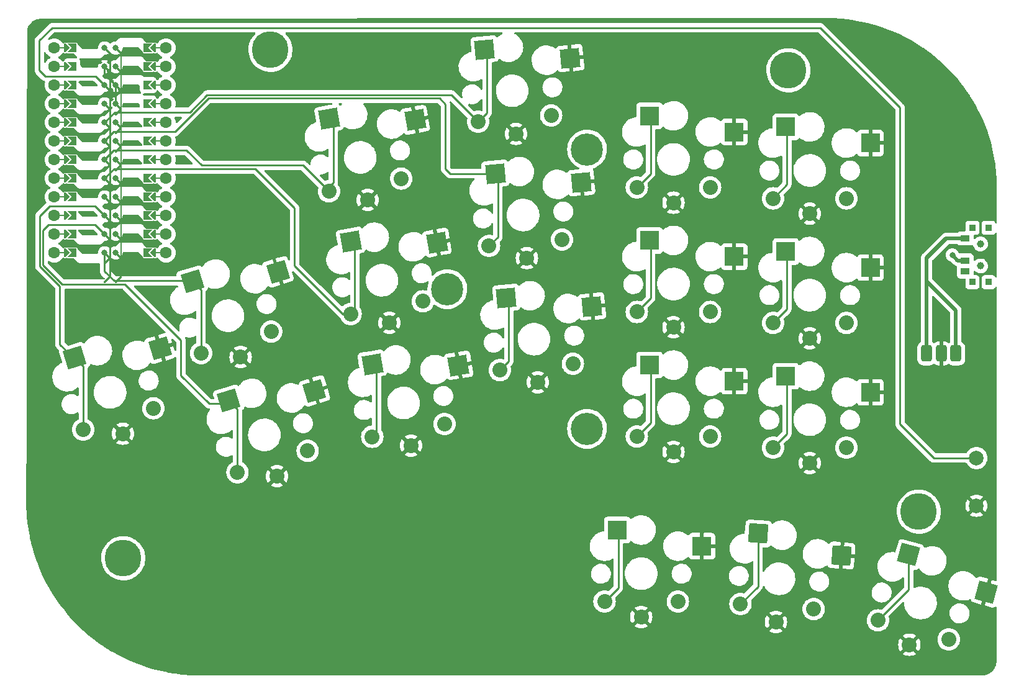
<source format=gbl>
%TF.GenerationSoftware,KiCad,Pcbnew,(6.0.4-0)*%
%TF.CreationDate,2022-07-27T11:57:37+02:00*%
%TF.ProjectId,basbousa,62617362-6f75-4736-912e-6b696361645f,v1.0.0*%
%TF.SameCoordinates,Original*%
%TF.FileFunction,Copper,L2,Bot*%
%TF.FilePolarity,Positive*%
%FSLAX46Y46*%
G04 Gerber Fmt 4.6, Leading zero omitted, Abs format (unit mm)*
G04 Created by KiCad (PCBNEW (6.0.4-0)) date 2022-07-27 11:57:37*
%MOMM*%
%LPD*%
G01*
G04 APERTURE LIST*
G04 Aperture macros list*
%AMRoundRect*
0 Rectangle with rounded corners*
0 $1 Rounding radius*
0 $2 $3 $4 $5 $6 $7 $8 $9 X,Y pos of 4 corners*
0 Add a 4 corners polygon primitive as box body*
4,1,4,$2,$3,$4,$5,$6,$7,$8,$9,$2,$3,0*
0 Add four circle primitives for the rounded corners*
1,1,$1+$1,$2,$3*
1,1,$1+$1,$4,$5*
1,1,$1+$1,$6,$7*
1,1,$1+$1,$8,$9*
0 Add four rect primitives between the rounded corners*
20,1,$1+$1,$2,$3,$4,$5,0*
20,1,$1+$1,$4,$5,$6,$7,0*
20,1,$1+$1,$6,$7,$8,$9,0*
20,1,$1+$1,$8,$9,$2,$3,0*%
%AMRotRect*
0 Rectangle, with rotation*
0 The origin of the aperture is its center*
0 $1 length*
0 $2 width*
0 $3 Rotation angle, in degrees counterclockwise*
0 Add horizontal line*
21,1,$1,$2,0,0,$3*%
%AMFreePoly0*
4,1,5,0.125000,-0.500000,-0.125000,-0.500000,-0.125000,0.500000,0.125000,0.500000,0.125000,-0.500000,0.125000,-0.500000,$1*%
%AMFreePoly1*
4,1,6,0.600000,-0.200000,0.600000,-0.400000,-0.600000,-0.400000,-0.600000,-0.200000,0.000000,0.400000,0.600000,-0.200000,0.600000,-0.200000,$1*%
%AMFreePoly2*
4,1,6,0.600000,-1.000000,0.000000,-0.400000,-0.600000,-1.000000,-0.600000,0.250000,0.600000,0.250000,0.600000,-1.000000,0.600000,-1.000000,$1*%
%AMFreePoly3*
4,1,49,0.014036,0.121239,0.026629,0.122131,0.041953,0.113759,0.062500,0.108253,0.075111,0.095642,0.088388,0.088388,0.854389,-0.677612,0.867708,-0.695449,0.871189,-0.698470,0.871982,-0.701173,0.875852,-0.706356,0.882333,-0.736457,0.891000,-0.766000,0.891000,-3.298000,0.887805,-3.320031,0.888131,-3.324629,0.886780,-3.327102,0.885852,-3.333502,0.869154,-3.359362,0.854389,-3.386388,
0.088388,-4.152388,0.059644,-4.173852,-0.009154,-4.188664,-0.075052,-4.163961,-0.117161,-4.107572,-0.122131,-4.037371,-0.088388,-3.975612,0.641000,-3.246223,0.641000,-0.817777,-0.088388,-0.088388,-0.106146,-0.064607,-0.108253,-0.062500,-0.108552,-0.061385,-0.109852,-0.059644,-0.113261,-0.043810,-0.125000,0.000000,-0.123721,0.004774,-0.124664,0.009154,-0.117242,0.028953,-0.108253,0.062500,
-0.102516,0.068237,-0.099961,0.075052,-0.083139,0.087614,-0.062500,0.108253,-0.051584,0.111178,-0.043572,0.117161,-0.024114,0.118539,0.000000,0.125000,0.014036,0.121239,0.014036,0.121239,$1*%
%AMFreePoly4*
4,1,49,0.014036,0.121239,0.026629,0.122131,0.041953,0.113759,0.062500,0.108253,0.075111,0.095642,0.088388,0.088388,0.850389,-0.673612,0.863708,-0.691449,0.867189,-0.694470,0.867982,-0.697173,0.871852,-0.702356,0.878333,-0.732457,0.887000,-0.762000,0.887000,-3.302000,0.883805,-3.324031,0.884131,-3.328629,0.882780,-3.331102,0.881852,-3.337502,0.865154,-3.363362,0.850389,-3.390388,
0.088388,-4.152388,0.059644,-4.173852,-0.009154,-4.188664,-0.075052,-4.163961,-0.117161,-4.107572,-0.122131,-4.037371,-0.088388,-3.975612,0.637000,-3.250223,0.637000,-0.813777,-0.088388,-0.088388,-0.106146,-0.064607,-0.108253,-0.062500,-0.108552,-0.061385,-0.109852,-0.059644,-0.113261,-0.043810,-0.125000,0.000000,-0.123721,0.004774,-0.124664,0.009154,-0.117242,0.028953,-0.108253,0.062500,
-0.102516,0.068237,-0.099961,0.075052,-0.083139,0.087614,-0.062500,0.108253,-0.051584,0.111178,-0.043572,0.117161,-0.024114,0.118539,0.000000,0.125000,0.014036,0.121239,0.014036,0.121239,$1*%
G04 Aperture macros list end*
%TA.AperFunction,ComponentPad*%
%ADD10C,5.000000*%
%TD*%
%TA.AperFunction,ComponentPad*%
%ADD11RoundRect,0.375000X-0.375000X-0.750000X0.375000X-0.750000X0.375000X0.750000X-0.375000X0.750000X0*%
%TD*%
%TA.AperFunction,ComponentPad*%
%ADD12C,2.000000*%
%TD*%
%TA.AperFunction,SMDPad,CuDef*%
%ADD13RotRect,2.600000X2.600000X10.000000*%
%TD*%
%TA.AperFunction,ComponentPad*%
%ADD14C,2.032000*%
%TD*%
%TA.AperFunction,SMDPad,CuDef*%
%ADD15RotRect,2.600000X2.600000X5.000000*%
%TD*%
%TA.AperFunction,SMDPad,CuDef*%
%ADD16R,2.600000X2.600000*%
%TD*%
%TA.AperFunction,SMDPad,CuDef*%
%ADD17RotRect,2.600000X2.600000X345.000000*%
%TD*%
%TA.AperFunction,SMDPad,CuDef*%
%ADD18R,0.900000X0.900000*%
%TD*%
%TA.AperFunction,WasherPad*%
%ADD19C,1.000000*%
%TD*%
%TA.AperFunction,SMDPad,CuDef*%
%ADD20R,1.250000X0.900000*%
%TD*%
%TA.AperFunction,SMDPad,CuDef*%
%ADD21RotRect,2.600000X2.600000X17.000000*%
%TD*%
%TA.AperFunction,ComponentPad*%
%ADD22C,4.400000*%
%TD*%
%TA.AperFunction,SMDPad,CuDef*%
%ADD23RotRect,2.600000X2.600000X356.000000*%
%TD*%
%TA.AperFunction,SMDPad,CuDef*%
%ADD24FreePoly0,270.000000*%
%TD*%
%TA.AperFunction,SMDPad,CuDef*%
%ADD25FreePoly1,90.000000*%
%TD*%
%TA.AperFunction,SMDPad,CuDef*%
%ADD26FreePoly1,270.000000*%
%TD*%
%TA.AperFunction,ComponentPad*%
%ADD27C,1.600000*%
%TD*%
%TA.AperFunction,SMDPad,CuDef*%
%ADD28FreePoly0,90.000000*%
%TD*%
%TA.AperFunction,SMDPad,CuDef*%
%ADD29FreePoly2,270.000000*%
%TD*%
%TA.AperFunction,ComponentPad*%
%ADD30C,0.800000*%
%TD*%
%TA.AperFunction,SMDPad,CuDef*%
%ADD31FreePoly3,270.000000*%
%TD*%
%TA.AperFunction,SMDPad,CuDef*%
%ADD32FreePoly4,90.000000*%
%TD*%
%TA.AperFunction,SMDPad,CuDef*%
%ADD33FreePoly2,90.000000*%
%TD*%
%TA.AperFunction,ViaPad*%
%ADD34C,0.800000*%
%TD*%
%TA.AperFunction,Conductor*%
%ADD35C,0.250000*%
%TD*%
%TA.AperFunction,Conductor*%
%ADD36C,0.500000*%
%TD*%
G04 APERTURE END LIST*
D10*
%TO.P,,1,1*%
%TO.N,N/C*%
X60452000Y119634000D03*
%TD*%
%TO.P,,1,1*%
%TO.N,N/C*%
X148844000Y56642000D03*
%TD*%
%TO.P,,1,1*%
%TO.N,N/C*%
X131064000Y116840000D03*
%TD*%
%TO.P,,1,1*%
%TO.N,N/C*%
X40386000Y50292000D03*
%TD*%
D11*
%TO.P,PAD1,1*%
%TO.N,Braw*%
X149924000Y78232000D03*
X153924000Y78232000D03*
%TO.P,PAD1,2*%
%TO.N,GND*%
X151924000Y78232000D03*
%TD*%
D12*
%TO.P,B1,1*%
%TO.N,RST*%
X156718000Y63956000D03*
%TO.P,B1,2*%
%TO.N,GND*%
X156718000Y57456000D03*
%TD*%
D13*
%TO.P,S11,1*%
%TO.N,P19*%
X68441985Y110243738D03*
D14*
X78284340Y102078801D03*
X68436262Y100342320D03*
D13*
%TO.P,S11,2*%
%TO.N,GND*%
X80198542Y110082797D03*
D14*
X73724962Y99142464D03*
%TD*%
%TO.P,S15,1*%
%TO.N,P20*%
X100217298Y93764406D03*
D15*
X91124018Y102756090D03*
D14*
X90255351Y92892848D03*
%TO.P,S15,2*%
%TO.N,GND*%
X95419352Y91236618D03*
D15*
X102821810Y101571110D03*
%TD*%
D14*
%TO.P,S21,1*%
%TO.N,P2*%
X120411087Y83886017D03*
D16*
X112136086Y93636017D03*
D14*
X110411087Y83886017D03*
D16*
%TO.P,S21,2*%
%TO.N,GND*%
X123686087Y91436016D03*
D14*
X115411087Y81786017D03*
%TD*%
%TO.P,S29,1*%
%TO.N,P0*%
X128985000Y99378000D03*
D16*
X130709999Y109128000D03*
D14*
X138985000Y99378000D03*
%TO.P,S29,2*%
%TO.N,GND*%
X133985000Y97278000D03*
D16*
X142260000Y106927999D03*
%TD*%
D14*
%TO.P,S33,1*%
%TO.N,P8*%
X143284858Y41819577D03*
D17*
X147474565Y50790891D03*
D14*
X152944117Y39231387D03*
%TO.P,S33,2*%
%TO.N,GND*%
X147570968Y38497038D03*
D17*
X158061607Y45676493D03*
%TD*%
D13*
%TO.P,S7,1*%
%TO.N,P5*%
X74346023Y76760274D03*
D14*
X74340300Y66858856D03*
X84188378Y68595337D03*
%TO.P,S7,2*%
%TO.N,GND*%
X79629000Y65659000D03*
D13*
X86102580Y76599333D03*
%TD*%
D18*
%TO.P,T2,*%
%TO.N,*%
X158369000Y87958000D03*
X158369000Y95358000D03*
X156169000Y87958000D03*
X156169000Y95358000D03*
D19*
X157269000Y93158000D03*
X157269000Y90158000D03*
D20*
%TO.P,T2,1*%
%TO.N,Braw*%
X155194000Y93908000D03*
%TO.P,T2,2*%
%TO.N,RAW*%
X155194000Y90908000D03*
%TO.P,T2,3*%
%TO.N,N/C*%
X155194000Y89408000D03*
%TD*%
D14*
%TO.P,S1,1*%
%TO.N,P14*%
X34929106Y67825928D03*
X44492153Y70749645D03*
D21*
X33728106Y77654241D03*
D14*
%TO.P,S1,2*%
%TO.N,GND*%
X40324610Y67279547D03*
D21*
X45416645Y78927263D03*
%TD*%
D14*
%TO.P,S5,1*%
%TO.N,P10*%
X50992495Y78270380D03*
D21*
X49791495Y88098693D03*
D14*
X60555542Y81194097D03*
%TO.P,S5,2*%
%TO.N,GND*%
X56387999Y77723999D03*
D21*
X61480034Y89371715D03*
%TD*%
D14*
%TO.P,S27,1*%
%TO.N,P3*%
X138985000Y82378000D03*
D16*
X130709999Y92128000D03*
D14*
X128985000Y82378000D03*
D16*
%TO.P,S27,2*%
%TO.N,GND*%
X142260000Y89927999D03*
D14*
X133985000Y80278000D03*
%TD*%
%TO.P,S9,1*%
%TO.N,P18*%
X71388281Y83600588D03*
X81236359Y85337069D03*
D13*
X71394004Y93502006D03*
%TO.P,S9,2*%
%TO.N,GND*%
X83150561Y93341065D03*
D14*
X76676981Y82400732D03*
%TD*%
D15*
%TO.P,S13,1*%
%TO.N,P4*%
X92605666Y85820780D03*
D14*
X91736999Y75957538D03*
X101698946Y76829096D03*
%TO.P,S13,2*%
%TO.N,GND*%
X96901000Y74301308D03*
D15*
X104303458Y84635800D03*
%TD*%
D14*
%TO.P,S17,1*%
%TO.N,P21*%
X88773704Y109828158D03*
X98735651Y110699716D03*
D15*
X89642371Y119691400D03*
D14*
%TO.P,S17,2*%
%TO.N,GND*%
X93937705Y108171928D03*
D15*
X101340163Y118506420D03*
%TD*%
D22*
%TO.P,REF\u002A\u002A,1*%
%TO.N,N/C*%
X84582000Y86995000D03*
X103632000Y106045000D03*
X103632000Y67945000D03*
%TD*%
D14*
%TO.P,S31,1*%
%TO.N,P9*%
X134516746Y43358474D03*
D23*
X126942028Y53661959D03*
D14*
X124541105Y44056039D03*
D23*
%TO.P,S31,2*%
%TO.N,GND*%
X138310429Y50661629D03*
D14*
X129382437Y41612372D03*
%TD*%
%TO.P,S3,1*%
%TO.N,P16*%
X55962814Y62013199D03*
X65525861Y64936916D03*
D21*
X54761814Y71841512D03*
D14*
%TO.P,S3,2*%
%TO.N,GND*%
X61358318Y61466818D03*
D21*
X66450353Y73114534D03*
%TD*%
D16*
%TO.P,S23,1*%
%TO.N,P1*%
X112136086Y110636017D03*
D14*
X110411087Y100886017D03*
X120411087Y100886017D03*
%TO.P,S23,2*%
%TO.N,GND*%
X115411087Y98786017D03*
D16*
X123686087Y108436016D03*
%TD*%
D14*
%TO.P,S25,1*%
%TO.N,P7*%
X138985000Y65378000D03*
D16*
X130709999Y75128000D03*
D14*
X128985000Y65378000D03*
D16*
%TO.P,S25,2*%
%TO.N,GND*%
X142260000Y72927999D03*
D14*
X133985000Y63278000D03*
%TD*%
D16*
%TO.P,S19,1*%
%TO.N,P6*%
X112136086Y76636017D03*
D14*
X110411087Y66886017D03*
X120411087Y66886017D03*
D16*
%TO.P,S19,2*%
%TO.N,GND*%
X123686087Y74436016D03*
D14*
X115411087Y64786017D03*
%TD*%
%TO.P,S31,1*%
%TO.N,P15*%
X106010319Y44388382D03*
D16*
X107735318Y54138382D03*
D14*
X116010319Y44388382D03*
%TO.P,S31,2*%
%TO.N,GND*%
X111010319Y42288382D03*
D16*
X119285319Y51938381D03*
%TD*%
D24*
%TO.P,,*%
%TO.N,*%
X32258000Y107188000D03*
D25*
X44450000Y112268000D03*
D26*
X32766000Y94488000D03*
D24*
X32258000Y119888000D03*
D27*
X46228000Y99568000D03*
D28*
X44958000Y104648000D03*
D25*
X44450000Y91948000D03*
D26*
X32766000Y114808000D03*
D25*
X44450000Y102108000D03*
D27*
X46228000Y91948000D03*
X30988000Y97028000D03*
X30988000Y112268000D03*
X46228000Y104648000D03*
D25*
X44450000Y109728000D03*
X44450000Y97028000D03*
D24*
X32258000Y91948000D03*
X32258000Y94488000D03*
D25*
X44450000Y119888000D03*
D28*
X44958000Y109728000D03*
D27*
X46228000Y102108000D03*
D26*
X32766000Y99568000D03*
X32766000Y112268000D03*
D28*
X44958000Y117348000D03*
D27*
X30988000Y104648000D03*
D24*
X32258000Y109728000D03*
D27*
X30988000Y94488000D03*
X30988000Y102108000D03*
D25*
X44450000Y114808000D03*
D24*
X32258000Y117348000D03*
X32258000Y99568000D03*
D26*
X32766000Y117348000D03*
X32766000Y107188000D03*
D27*
X46228000Y94488000D03*
D26*
X32766000Y119888000D03*
D28*
X44958000Y107188000D03*
D25*
X44450000Y99568000D03*
D27*
X30988000Y99568000D03*
D28*
X44958000Y91948000D03*
X44958000Y97028000D03*
D27*
X30988000Y114808000D03*
X30988000Y109728000D03*
X46228000Y112268000D03*
D24*
X32258000Y112268000D03*
D26*
X32766000Y104648000D03*
D25*
X44450000Y117348000D03*
D27*
X30988000Y119888000D03*
D28*
X44958000Y94488000D03*
D27*
X46228000Y119888000D03*
D26*
X32766000Y97028000D03*
D27*
X46228000Y117348000D03*
D24*
X32258000Y104648000D03*
X32258000Y102108000D03*
D28*
X44958000Y114808000D03*
D27*
X46228000Y97028000D03*
X46228000Y114808000D03*
D25*
X44450000Y107188000D03*
D26*
X32766000Y109728000D03*
D27*
X30988000Y91948000D03*
D25*
X44450000Y94488000D03*
D24*
X32258000Y114808000D03*
D25*
X44450000Y104648000D03*
D27*
X30988000Y107188000D03*
X46228000Y109728000D03*
D24*
X32258000Y97028000D03*
D26*
X32766000Y91948000D03*
D28*
X44958000Y99568000D03*
D27*
X30988000Y117348000D03*
D28*
X44958000Y112268000D03*
D27*
X46228000Y107188000D03*
D28*
X44958000Y119888000D03*
X44958000Y102108000D03*
D26*
X32766000Y102108000D03*
D29*
%TO.P,,1*%
%TO.N,RAW*%
X33782000Y119888000D03*
D30*
X37846000Y119888000D03*
D31*
X37846000Y119888000D03*
D29*
%TO.P,,2*%
%TO.N,GND*%
X33782000Y117348000D03*
D30*
X37846000Y117348000D03*
D31*
X37846000Y117348000D03*
D30*
%TO.P,,3*%
%TO.N,RST*%
X37846000Y114808000D03*
D31*
X37846000Y114808000D03*
D29*
X33782000Y114808000D03*
%TO.P,,4*%
%TO.N,VCC*%
X33782000Y112268000D03*
D30*
X37846000Y112268000D03*
D31*
X37846000Y112268000D03*
D29*
%TO.P,,5*%
%TO.N,P21*%
X33782000Y109728000D03*
D30*
X37846000Y109728000D03*
D31*
X37846000Y109728000D03*
%TO.P,,6*%
%TO.N,P20*%
X37846000Y107188000D03*
D29*
X33782000Y107188000D03*
D30*
X37846000Y107188000D03*
%TO.P,,7*%
%TO.N,P19*%
X37846000Y104648000D03*
D31*
X37846000Y104648000D03*
D29*
X33782000Y104648000D03*
D30*
%TO.P,,8*%
%TO.N,P18*%
X37846000Y102108000D03*
D29*
X33782000Y102108000D03*
D31*
X37846000Y102108000D03*
D30*
%TO.P,,9*%
%TO.N,P15*%
X37846000Y99568000D03*
D31*
X37846000Y99568000D03*
D29*
X33782000Y99568000D03*
%TO.P,,10*%
%TO.N,P14*%
X33782000Y97028000D03*
D31*
X37846000Y97028000D03*
D30*
X37846000Y97028000D03*
D29*
%TO.P,,11*%
%TO.N,P16*%
X33782000Y94488000D03*
D31*
X37846000Y94488000D03*
D30*
X37846000Y94488000D03*
D31*
%TO.P,,12*%
%TO.N,P10*%
X37846000Y91948000D03*
D30*
X37846000Y91948000D03*
D29*
X33782000Y91948000D03*
D30*
%TO.P,,13*%
%TO.N,P9*%
X39370000Y91948000D03*
D32*
X39370000Y91948000D03*
D33*
X43434000Y91948000D03*
D30*
%TO.P,,14*%
%TO.N,P8*%
X39370000Y94488000D03*
D33*
X43434000Y94488000D03*
D32*
X39370000Y94488000D03*
%TO.P,,15*%
%TO.N,P7*%
X39370000Y97028000D03*
D30*
X39370000Y97028000D03*
D33*
X43434000Y97028000D03*
D32*
%TO.P,,16*%
%TO.N,P6*%
X39370000Y99568000D03*
D30*
X39370000Y99568000D03*
D33*
X43434000Y99568000D03*
D32*
%TO.P,,17*%
%TO.N,P5*%
X39370000Y102108000D03*
D30*
X39370000Y102108000D03*
D33*
X43434000Y102108000D03*
%TO.P,,18*%
%TO.N,P4*%
X43434000Y104648000D03*
D32*
X39370000Y104648000D03*
D30*
X39370000Y104648000D03*
D32*
%TO.P,,19*%
%TO.N,P3*%
X39370000Y107188000D03*
D33*
X43434000Y107188000D03*
D30*
X39370000Y107188000D03*
%TO.P,,20*%
%TO.N,P2*%
X39370000Y109728000D03*
D33*
X43434000Y109728000D03*
D32*
X39370000Y109728000D03*
D33*
%TO.P,,21*%
%TO.N,GND*%
X43434000Y112268000D03*
D32*
X39370000Y112268000D03*
D30*
X39370000Y112268000D03*
%TO.P,,22*%
X39370000Y114808000D03*
D33*
X43434000Y114808000D03*
D32*
X39370000Y114808000D03*
%TO.P,,23*%
%TO.N,P0*%
X39370000Y117348000D03*
D30*
X39370000Y117348000D03*
D33*
X43434000Y117348000D03*
D32*
%TO.P,,24*%
%TO.N,P1*%
X39370000Y119888000D03*
D30*
X39370000Y119888000D03*
D33*
X43434000Y119888000D03*
%TD*%
D34*
%TO.N,RAW*%
X153430113Y91645917D03*
%TD*%
D35*
%TO.N,P6*%
X112285608Y77029475D02*
X112285608Y68760538D01*
X112285608Y68760538D02*
X110411087Y66886017D01*
%TO.N,GND*%
X37846000Y116332000D02*
X39370000Y114808000D01*
X37846000Y117348000D02*
X37846000Y116332000D01*
X39370000Y114808000D02*
X39370000Y112268000D01*
%TO.N,P5*%
X74346024Y76760274D02*
X74903778Y76202520D01*
X74903778Y76202520D02*
X74903778Y67422334D01*
%TO.N,P4*%
X92605667Y85820780D02*
X92953494Y85472953D01*
X92953494Y77174033D02*
X91736999Y75957538D01*
X92953494Y85472953D02*
X92953494Y77174033D01*
%TO.N,P3*%
X130710000Y92128000D02*
X130859521Y91978479D01*
X130859521Y91978479D02*
X130859521Y84252521D01*
X130859521Y84252521D02*
X128985000Y82378000D01*
%TO.N,P2*%
X112285608Y94029475D02*
X112285608Y85760538D01*
X112285608Y85760538D02*
X110411087Y83886017D01*
%TO.N,P0*%
X130859521Y101252521D02*
X128985000Y99378000D01*
X130710000Y109128000D02*
X130859521Y108978479D01*
X130859521Y108978479D02*
X130859521Y101252521D01*
%TO.N,P1*%
X112285608Y102760538D02*
X110411087Y100886017D01*
X112285608Y111029475D02*
X112285608Y102760538D01*
%TO.N,P18*%
X71951759Y84164066D02*
X71388281Y83600588D01*
X39126568Y103388568D02*
X58409432Y103388568D01*
X71951759Y92944252D02*
X71951759Y84164066D01*
X37846000Y102108000D02*
X39126568Y103388568D01*
X70323412Y83600588D02*
X71388281Y83600588D01*
X63754000Y90170000D02*
X70323412Y83600588D01*
X58409432Y103388568D02*
X63754000Y98044000D01*
X71394005Y93502006D02*
X71951759Y92944252D01*
X63754000Y98044000D02*
X63754000Y90170000D01*
%TO.N,P15*%
X107884840Y53988860D02*
X107884840Y46262903D01*
X107735318Y54138382D02*
X107884840Y53988860D01*
X107884840Y46262903D02*
X106010319Y44388382D01*
%TO.N,P14*%
X31750000Y79470190D02*
X31750000Y87374564D01*
X36576000Y98298000D02*
X37846000Y97028000D01*
X29014480Y96977969D02*
X30334511Y98298000D01*
X34929106Y76453241D02*
X33728106Y77654241D01*
X34929106Y67825928D02*
X34929106Y76453241D01*
X31750000Y87374564D02*
X29014480Y90110084D01*
X33199433Y78020757D02*
X31750000Y79470190D01*
X30334511Y98298000D02*
X36576000Y98298000D01*
X29014480Y90110084D02*
X29014480Y96977969D01*
%TO.N,P16*%
X40590374Y87679626D02*
X32080656Y87679626D01*
X36576000Y95758000D02*
X37846000Y94488000D01*
X54233141Y71358455D02*
X52085545Y71358455D01*
X30226000Y95758000D02*
X36576000Y95758000D01*
X55962814Y62013199D02*
X55962814Y70640512D01*
X29464000Y94996000D02*
X30226000Y95758000D01*
X32080656Y87679626D02*
X29464000Y90296282D01*
X48260000Y75184000D02*
X48260000Y80010000D01*
X52085545Y71358455D02*
X48260000Y75184000D01*
X55962814Y70640512D02*
X54761814Y71841512D01*
X29464000Y90296282D02*
X29464000Y94996000D01*
X48260000Y80010000D02*
X40590374Y87679626D01*
%TO.N,P10*%
X49262822Y87615636D02*
X48749312Y88129146D01*
X50992495Y86897693D02*
X49791495Y88098693D01*
X39124854Y88129146D02*
X37846000Y89408000D01*
X50992495Y78270380D02*
X50992495Y86897693D01*
X48749312Y88129146D02*
X39124854Y88129146D01*
X37846000Y89408000D02*
X37846000Y91948000D01*
%TO.N,P19*%
X51070276Y103869724D02*
X64908858Y103869724D01*
X49022000Y105918000D02*
X51070276Y103869724D01*
X39116000Y105918000D02*
X49022000Y105918000D01*
X67847017Y110243738D02*
X69044359Y109046396D01*
X64908858Y103869724D02*
X68436262Y100342320D01*
X37846000Y104648000D02*
X39116000Y105918000D01*
X69044359Y101545386D02*
X67841293Y100342320D01*
X69044359Y109046396D02*
X69044359Y101545386D01*
%TO.N,P20*%
X84949910Y102756090D02*
X91124019Y102756090D01*
X47429021Y108459761D02*
X51999260Y113030000D01*
X91471846Y94109343D02*
X90255351Y92892848D01*
X91471846Y102408263D02*
X91471846Y94109343D01*
X84328000Y103378000D02*
X84949910Y102756090D01*
X84328000Y112204141D02*
X84328000Y103378000D01*
X39117761Y108459761D02*
X47429021Y108459761D01*
X51999260Y113030000D02*
X83502141Y113030000D01*
X37846000Y107188000D02*
X39117761Y108459761D01*
X83502141Y113030000D02*
X84328000Y112204141D01*
X91124019Y102756090D02*
X91471846Y102408263D01*
%TO.N,P21*%
X37846000Y109728000D02*
X39261489Y111143489D01*
X49477031Y111143489D02*
X51813062Y113479520D01*
X51813062Y113479520D02*
X85122342Y113479520D01*
X89990199Y111044653D02*
X88773704Y109828158D01*
X89990199Y119343573D02*
X89990199Y111044653D01*
X39261489Y111143489D02*
X49477031Y111143489D01*
X85122342Y113479520D02*
X88773704Y109828158D01*
X89642372Y119691400D02*
X89990199Y119343573D01*
%TO.N,P7*%
X130859521Y74978479D02*
X130859521Y67252521D01*
X130859521Y67252521D02*
X128985000Y65378000D01*
X130710000Y75128000D02*
X130859521Y74978479D01*
%TO.N,P8*%
X147474565Y46009284D02*
X143284858Y41819577D01*
X147474565Y50790891D02*
X147474565Y46009284D01*
%TO.N,P9*%
X126942028Y53661959D02*
X126942287Y53661700D01*
X126942287Y46457221D02*
X124541105Y44056039D01*
X126942287Y53661700D02*
X126942287Y46457221D01*
D36*
%TO.N,RAW*%
X153430113Y91645917D02*
X154168030Y90908000D01*
X154168030Y90908000D02*
X155194000Y90908000D01*
D35*
%TO.N,RST*%
X36637228Y116016772D02*
X37846000Y114808000D01*
X28956000Y120904000D02*
X28956000Y116840000D01*
X150928000Y63956000D02*
X146304000Y68580000D01*
X135401940Y122662060D02*
X30714060Y122662060D01*
X146304000Y111760000D02*
X135401940Y122662060D01*
X156718000Y63956000D02*
X150928000Y63956000D01*
X28956000Y116840000D02*
X29779228Y116016772D01*
X146304000Y68580000D02*
X146304000Y111760000D01*
X29779228Y116016772D02*
X36637228Y116016772D01*
X30714060Y122662060D02*
X28956000Y120904000D01*
D36*
%TO.N,Braw*%
X149924000Y91250000D02*
X149924000Y78232000D01*
X152582000Y93908000D02*
X149924000Y91250000D01*
X155194000Y93908000D02*
X152571941Y93908000D01*
X152571941Y93908000D02*
X149923130Y91259189D01*
X153924000Y84074000D02*
X153924000Y78232000D01*
X155194000Y93908000D02*
X152582000Y93908000D01*
X149923130Y88074870D02*
X153924000Y84074000D01*
X149923130Y91259189D02*
X149923130Y88074870D01*
%TD*%
%TA.AperFunction,Conductor*%
%TO.N,GND*%
G36*
X136348345Y123967854D02*
G01*
X136362851Y123965595D01*
X136362854Y123965595D01*
X136371724Y123964214D01*
X136380626Y123965378D01*
X136380628Y123965378D01*
X136388083Y123966353D01*
X136397598Y123967597D01*
X136416447Y123968636D01*
X136994765Y123957069D01*
X137300586Y123950952D01*
X137305621Y123950750D01*
X138224175Y123895574D01*
X138229198Y123895172D01*
X138390425Y123878996D01*
X139144894Y123803302D01*
X139149852Y123802703D01*
X139766575Y123715798D01*
X140061075Y123674299D01*
X140066049Y123673497D01*
X140971462Y123508750D01*
X140976401Y123507748D01*
X141874421Y123306946D01*
X141879316Y123305749D01*
X142768658Y123069180D01*
X142773501Y123067787D01*
X143652640Y122795855D01*
X143657397Y122794279D01*
X143911587Y122704369D01*
X144524981Y122487403D01*
X144529697Y122485628D01*
X145384308Y122144308D01*
X145388933Y122142353D01*
X146229253Y121767114D01*
X146233764Y121764990D01*
X147058360Y121356473D01*
X147062830Y121354146D01*
X147870424Y120912988D01*
X147874798Y120910484D01*
X148664109Y120437383D01*
X148668378Y120434707D01*
X149438148Y119930417D01*
X149442308Y119927571D01*
X150191284Y119392913D01*
X150195326Y119389904D01*
X150433269Y119205251D01*
X150894280Y118847488D01*
X150922331Y118825719D01*
X150926246Y118822554D01*
X151608493Y118247954D01*
X151630113Y118229745D01*
X151633902Y118226422D01*
X152313500Y117605944D01*
X152317153Y117602472D01*
X152628562Y117294437D01*
X152962957Y116963665D01*
X152971393Y116955320D01*
X152974895Y116951714D01*
X153597373Y116284663D01*
X153602733Y116278919D01*
X153606088Y116275177D01*
X154206559Y115577770D01*
X154209732Y115573932D01*
X154636588Y115036087D01*
X154781818Y114853095D01*
X154784871Y114849086D01*
X155327662Y114105966D01*
X155330529Y114101872D01*
X155830069Y113357175D01*
X155843174Y113337639D01*
X155845896Y113333399D01*
X156327584Y112549259D01*
X156330124Y112544934D01*
X156574913Y112108192D01*
X156780065Y111742169D01*
X156782440Y111737725D01*
X157199908Y110917637D01*
X157202104Y110913101D01*
X157586446Y110076973D01*
X157588459Y110072353D01*
X157939068Y109221506D01*
X157940894Y109216809D01*
X158253044Y108363976D01*
X158257191Y108352645D01*
X158258824Y108347891D01*
X158426268Y107826729D01*
X158540311Y107471775D01*
X158541757Y107466948D01*
X158595547Y107273250D01*
X158783852Y106595170D01*
X158787998Y106580240D01*
X158789244Y106575379D01*
X158998509Y105685151D01*
X158999827Y105679544D01*
X159000879Y105674632D01*
X159079793Y105266241D01*
X159175477Y104771066D01*
X159176333Y104766100D01*
X159274734Y104118891D01*
X159312625Y103869671D01*
X159314650Y103856349D01*
X159315307Y103851357D01*
X159320241Y103807050D01*
X159417139Y102936772D01*
X159417597Y102931753D01*
X159482778Y102013804D01*
X159483034Y102008772D01*
X159483453Y101995215D01*
X159509665Y101146941D01*
X159510108Y101132590D01*
X159508871Y101110667D01*
X159507555Y101101567D01*
X159507555Y101101563D01*
X159506271Y101092681D01*
X159507532Y101083792D01*
X159507532Y101083791D01*
X159510238Y101064713D01*
X159511487Y101046980D01*
X159510039Y96105396D01*
X159490017Y96037281D01*
X159436348Y95990804D01*
X159366071Y95980721D01*
X159301499Y96010233D01*
X159273519Y96044924D01*
X159272766Y96046299D01*
X159269615Y96054705D01*
X159264230Y96061891D01*
X159221054Y96119500D01*
X159182261Y96171261D01*
X159065705Y96258615D01*
X158929316Y96309745D01*
X158867134Y96316500D01*
X157870866Y96316500D01*
X157808684Y96309745D01*
X157672295Y96258615D01*
X157555739Y96171261D01*
X157468385Y96054705D01*
X157417255Y95918316D01*
X157410500Y95856134D01*
X157410500Y94859866D01*
X157417255Y94797684D01*
X157468385Y94661295D01*
X157555739Y94544739D01*
X157672295Y94457385D01*
X157808684Y94406255D01*
X157870866Y94399500D01*
X158867134Y94399500D01*
X158929316Y94406255D01*
X159065705Y94457385D01*
X159182261Y94544739D01*
X159232449Y94611704D01*
X159264231Y94654111D01*
X159264231Y94654112D01*
X159269615Y94661295D01*
X159272765Y94669699D01*
X159273082Y94670277D01*
X159323341Y94720422D01*
X159392732Y94735435D01*
X159459224Y94710549D01*
X159501706Y94653665D01*
X159509601Y94609729D01*
X159507873Y88711295D01*
X159507872Y88709355D01*
X159487850Y88641240D01*
X159434181Y88594763D01*
X159363904Y88584680D01*
X159299332Y88614192D01*
X159272185Y88647849D01*
X159269615Y88654705D01*
X159264230Y88661891D01*
X159191114Y88759448D01*
X159182261Y88771261D01*
X159065705Y88858615D01*
X158929316Y88909745D01*
X158867134Y88916500D01*
X157870866Y88916500D01*
X157808684Y88909745D01*
X157672295Y88858615D01*
X157555739Y88771261D01*
X157468385Y88654705D01*
X157417255Y88518316D01*
X157410500Y88456134D01*
X157410500Y87459866D01*
X157417255Y87397684D01*
X157468385Y87261295D01*
X157555739Y87144739D01*
X157672295Y87057385D01*
X157808684Y87006255D01*
X157870866Y86999500D01*
X158867134Y86999500D01*
X158929316Y87006255D01*
X159065705Y87057385D01*
X159182261Y87144739D01*
X159269615Y87261295D01*
X159271846Y87267246D01*
X159321170Y87316458D01*
X159390561Y87331472D01*
X159457053Y87306586D01*
X159499536Y87249703D01*
X159507431Y87205766D01*
X159495745Y47328166D01*
X159475723Y47260051D01*
X159422054Y47213574D01*
X159351777Y47203491D01*
X159337134Y47206496D01*
X158792394Y47352459D01*
X158776518Y47352081D01*
X158774992Y47351048D01*
X158771391Y47344063D01*
X158352186Y45779570D01*
X158250012Y45398246D01*
X158250011Y45398244D01*
X158241212Y45365408D01*
X157843696Y43881856D01*
X157844074Y43865980D01*
X157845107Y43864454D01*
X157852092Y43860853D01*
X158892522Y43582071D01*
X158899182Y43580668D01*
X158949762Y43572837D01*
X158965425Y43572393D01*
X159093460Y43584835D01*
X159110732Y43589045D01*
X159229126Y43636519D01*
X159244516Y43645404D01*
X159290814Y43681772D01*
X159356739Y43708122D01*
X159426445Y43694647D01*
X159477801Y43645626D01*
X159494647Y43582649D01*
X159492536Y36378015D01*
X159490608Y36356094D01*
X159487570Y36338937D01*
X159489388Y36322367D01*
X159489687Y36297951D01*
X159470546Y36072895D01*
X159468152Y36056938D01*
X159414771Y35810122D01*
X159410357Y35794603D01*
X159358708Y35649130D01*
X159325871Y35556644D01*
X159319513Y35541823D01*
X159205301Y35316603D01*
X159197101Y35302715D01*
X159055038Y35093939D01*
X159045124Y35081207D01*
X158877557Y34892316D01*
X158866096Y34880954D01*
X158675745Y34715016D01*
X158662927Y34705213D01*
X158452946Y34564976D01*
X158438980Y34556891D01*
X158212786Y34444637D01*
X158197903Y34438404D01*
X157959215Y34355980D01*
X157943664Y34351702D01*
X157820029Y34326081D01*
X157696399Y34300461D01*
X157680420Y34298205D01*
X157462433Y34281567D01*
X157438028Y34282375D01*
X157435671Y34282375D01*
X157426790Y34283648D01*
X157399190Y34279699D01*
X157381317Y34278429D01*
X50348418Y34302568D01*
X50326323Y34304527D01*
X50318450Y34305932D01*
X50318446Y34305932D01*
X50309611Y34307508D01*
X50283634Y34304693D01*
X50264791Y34304070D01*
X49366668Y34341749D01*
X49361681Y34342058D01*
X48921266Y34378096D01*
X48429920Y34418302D01*
X48424942Y34418809D01*
X47991672Y34471651D01*
X47496942Y34531988D01*
X47492008Y34532690D01*
X46569207Y34682631D01*
X46564285Y34683532D01*
X46409601Y34715016D01*
X45648192Y34869991D01*
X45643357Y34871076D01*
X44735352Y35093771D01*
X44730545Y35095051D01*
X43832120Y35353619D01*
X43827362Y35355090D01*
X43263802Y35541813D01*
X42939901Y35649130D01*
X42935184Y35650798D01*
X42060137Y35979828D01*
X42055489Y35981682D01*
X41194193Y36345200D01*
X41189622Y36347237D01*
X40343446Y36744662D01*
X40338960Y36746878D01*
X39509194Y37177608D01*
X39504799Y37180002D01*
X39377338Y37252732D01*
X146691492Y37252732D01*
X146697219Y37245082D01*
X146872727Y37137531D01*
X146881521Y37133050D01*
X147093997Y37045040D01*
X147103382Y37041991D01*
X147327012Y36988301D01*
X147336759Y36986758D01*
X147566038Y36968713D01*
X147575898Y36968713D01*
X147805177Y36986758D01*
X147814924Y36988301D01*
X148038554Y37041991D01*
X148047939Y37045040D01*
X148260415Y37133050D01*
X148269209Y37137531D01*
X148441051Y37242835D01*
X148450511Y37253291D01*
X148446727Y37262069D01*
X147583780Y38125016D01*
X147569836Y38132630D01*
X147568003Y38132499D01*
X147561388Y38128248D01*
X146698252Y37265112D01*
X146691492Y37252732D01*
X39377338Y37252732D01*
X38915386Y37516324D01*
X38692837Y37643312D01*
X38688544Y37645875D01*
X38568249Y37721000D01*
X37921309Y38125016D01*
X37895562Y38141095D01*
X37891372Y38143830D01*
X37716667Y38262829D01*
X37380057Y38492108D01*
X146042643Y38492108D01*
X146060688Y38262829D01*
X146062231Y38253082D01*
X146115921Y38029452D01*
X146118970Y38020067D01*
X146206980Y37807591D01*
X146211461Y37798797D01*
X146316765Y37626955D01*
X146327221Y37617495D01*
X146335999Y37621279D01*
X147198946Y38484226D01*
X147205324Y38495906D01*
X147935376Y38495906D01*
X147935507Y38494073D01*
X147939758Y38487458D01*
X148802894Y37624322D01*
X148815274Y37617562D01*
X148822924Y37623289D01*
X148930475Y37798797D01*
X148934956Y37807591D01*
X149022966Y38020067D01*
X149026015Y38029452D01*
X149079705Y38253082D01*
X149081248Y38262829D01*
X149099293Y38492108D01*
X149099293Y38501968D01*
X149081248Y38731247D01*
X149079705Y38740994D01*
X149026015Y38964624D01*
X149022966Y38974009D01*
X148934956Y39186485D01*
X148930475Y39195279D01*
X148908348Y39231387D01*
X151414903Y39231387D01*
X151433730Y38992165D01*
X151434884Y38987358D01*
X151434885Y38987352D01*
X151465113Y38861446D01*
X151489748Y38758834D01*
X151491641Y38754263D01*
X151491642Y38754261D01*
X151526503Y38670100D01*
X151581577Y38537138D01*
X151706957Y38332538D01*
X151862799Y38150069D01*
X152045268Y37994227D01*
X152249868Y37868847D01*
X152254438Y37866954D01*
X152254440Y37866953D01*
X152466991Y37778912D01*
X152471564Y37777018D01*
X152553154Y37757430D01*
X152700082Y37722155D01*
X152700088Y37722154D01*
X152704895Y37721000D01*
X152944117Y37702173D01*
X153183339Y37721000D01*
X153188146Y37722154D01*
X153188152Y37722155D01*
X153335080Y37757430D01*
X153416670Y37777018D01*
X153421243Y37778912D01*
X153633794Y37866953D01*
X153633796Y37866954D01*
X153638366Y37868847D01*
X153842966Y37994227D01*
X154025435Y38150069D01*
X154181277Y38332538D01*
X154306657Y38537138D01*
X154361732Y38670100D01*
X154396592Y38754261D01*
X154396593Y38754263D01*
X154398486Y38758834D01*
X154423121Y38861446D01*
X154453349Y38987352D01*
X154453350Y38987358D01*
X154454504Y38992165D01*
X154473331Y39231387D01*
X154454504Y39470609D01*
X154453350Y39475416D01*
X154453349Y39475422D01*
X154418074Y39622350D01*
X154398486Y39703940D01*
X154388121Y39728964D01*
X154308551Y39921064D01*
X154308550Y39921066D01*
X154306657Y39925636D01*
X154181277Y40130236D01*
X154025435Y40312705D01*
X153878937Y40437825D01*
X153846734Y40465329D01*
X153846733Y40465330D01*
X153842966Y40468547D01*
X153638366Y40593927D01*
X153633796Y40595820D01*
X153633794Y40595821D01*
X153421243Y40683862D01*
X153421241Y40683863D01*
X153416670Y40685756D01*
X153335080Y40705344D01*
X153188152Y40740619D01*
X153188146Y40740620D01*
X153183339Y40741774D01*
X152944117Y40760601D01*
X152704895Y40741774D01*
X152700088Y40740620D01*
X152700082Y40740619D01*
X152553154Y40705344D01*
X152471564Y40685756D01*
X152466993Y40683863D01*
X152466991Y40683862D01*
X152254440Y40595821D01*
X152254438Y40595820D01*
X152249868Y40593927D01*
X152045268Y40468547D01*
X152041501Y40465330D01*
X152041500Y40465329D01*
X152009297Y40437825D01*
X151862799Y40312705D01*
X151706957Y40130236D01*
X151581577Y39925636D01*
X151579684Y39921066D01*
X151579683Y39921064D01*
X151500113Y39728964D01*
X151489748Y39703940D01*
X151470160Y39622350D01*
X151434885Y39475422D01*
X151434884Y39475416D01*
X151433730Y39470609D01*
X151414903Y39231387D01*
X148908348Y39231387D01*
X148825171Y39367121D01*
X148814715Y39376581D01*
X148805937Y39372797D01*
X147942990Y38509850D01*
X147935376Y38495906D01*
X147205324Y38495906D01*
X147206560Y38498170D01*
X147206429Y38500003D01*
X147202178Y38506618D01*
X146339042Y39369754D01*
X146326662Y39376514D01*
X146319012Y39370787D01*
X146211461Y39195279D01*
X146206980Y39186485D01*
X146118970Y38974009D01*
X146115921Y38964624D01*
X146062231Y38740994D01*
X146060688Y38731247D01*
X146042643Y38501968D01*
X146042643Y38492108D01*
X37380057Y38492108D01*
X37118723Y38670114D01*
X37114684Y38672984D01*
X36363507Y39229557D01*
X36359548Y39232614D01*
X36354944Y39236317D01*
X35727773Y39740785D01*
X146691425Y39740785D01*
X146695209Y39732007D01*
X147558156Y38869060D01*
X147572100Y38861446D01*
X147573933Y38861577D01*
X147580548Y38865828D01*
X148443684Y39728964D01*
X148450444Y39741344D01*
X148444717Y39748994D01*
X148269209Y39856545D01*
X148260415Y39861026D01*
X148047939Y39949036D01*
X148038554Y39952085D01*
X147814924Y40005775D01*
X147805177Y40007318D01*
X147575898Y40025363D01*
X147566038Y40025363D01*
X147336759Y40007318D01*
X147327012Y40005775D01*
X147103382Y39952085D01*
X147093997Y39949036D01*
X146881521Y39861026D01*
X146872727Y39856545D01*
X146700885Y39751241D01*
X146691425Y39740785D01*
X35727773Y39740785D01*
X35631046Y39818588D01*
X35627245Y39821773D01*
X35000735Y40368066D01*
X128502961Y40368066D01*
X128508688Y40360416D01*
X128684196Y40252865D01*
X128692990Y40248384D01*
X128905466Y40160374D01*
X128914851Y40157325D01*
X129138481Y40103635D01*
X129148228Y40102092D01*
X129377507Y40084047D01*
X129387367Y40084047D01*
X129616646Y40102092D01*
X129626393Y40103635D01*
X129850023Y40157325D01*
X129859408Y40160374D01*
X130071884Y40248384D01*
X130080678Y40252865D01*
X130252520Y40358169D01*
X130261980Y40368625D01*
X130258196Y40377403D01*
X129395249Y41240350D01*
X129381305Y41247964D01*
X129379472Y41247833D01*
X129372857Y41243582D01*
X128509721Y40380446D01*
X128502961Y40368066D01*
X35000735Y40368066D01*
X34922638Y40436164D01*
X34918932Y40439526D01*
X34278807Y41044076D01*
X110130843Y41044076D01*
X110136570Y41036426D01*
X110312078Y40928875D01*
X110320872Y40924394D01*
X110533348Y40836384D01*
X110542733Y40833335D01*
X110766363Y40779645D01*
X110776110Y40778102D01*
X111005389Y40760057D01*
X111015249Y40760057D01*
X111244528Y40778102D01*
X111254275Y40779645D01*
X111477905Y40833335D01*
X111487290Y40836384D01*
X111699766Y40924394D01*
X111708560Y40928875D01*
X111880402Y41034179D01*
X111889862Y41044635D01*
X111886078Y41053413D01*
X111023131Y41916360D01*
X111009187Y41923974D01*
X111007354Y41923843D01*
X111000739Y41919592D01*
X110137603Y41056456D01*
X110130843Y41044076D01*
X34278807Y41044076D01*
X34239234Y41081450D01*
X34235665Y41084958D01*
X33582030Y41753323D01*
X33578603Y41756969D01*
X33103122Y42283452D01*
X109481994Y42283452D01*
X109500039Y42054173D01*
X109501582Y42044426D01*
X109555272Y41820796D01*
X109558321Y41811411D01*
X109646331Y41598935D01*
X109650812Y41590141D01*
X109756116Y41418299D01*
X109766572Y41408839D01*
X109775350Y41412623D01*
X110638297Y42275570D01*
X110644675Y42287250D01*
X111374727Y42287250D01*
X111374858Y42285417D01*
X111379109Y42278802D01*
X112242245Y41415666D01*
X112254625Y41408906D01*
X112262275Y41414633D01*
X112369826Y41590141D01*
X112374307Y41598935D01*
X112377831Y41607442D01*
X127854112Y41607442D01*
X127872157Y41378163D01*
X127873700Y41368416D01*
X127927390Y41144786D01*
X127930439Y41135401D01*
X128018449Y40922925D01*
X128022930Y40914131D01*
X128128234Y40742289D01*
X128138690Y40732829D01*
X128147468Y40736613D01*
X129010415Y41599560D01*
X129016793Y41611240D01*
X129746845Y41611240D01*
X129746976Y41609407D01*
X129751227Y41602792D01*
X130614363Y40739656D01*
X130626743Y40732896D01*
X130634393Y40738623D01*
X130741944Y40914131D01*
X130746425Y40922925D01*
X130834435Y41135401D01*
X130837484Y41144786D01*
X130891174Y41368416D01*
X130892717Y41378163D01*
X130910762Y41607442D01*
X130910762Y41617302D01*
X130894842Y41819577D01*
X141755644Y41819577D01*
X141774471Y41580355D01*
X141775625Y41575548D01*
X141775626Y41575542D01*
X141810802Y41429024D01*
X141830489Y41347024D01*
X141832382Y41342453D01*
X141832383Y41342451D01*
X141918146Y41135401D01*
X141922318Y41125328D01*
X142047698Y40920728D01*
X142203540Y40738259D01*
X142207302Y40735046D01*
X142375563Y40591339D01*
X142386009Y40582417D01*
X142590609Y40457037D01*
X142595179Y40455144D01*
X142595181Y40455143D01*
X142805405Y40368066D01*
X142812305Y40365208D01*
X142893895Y40345620D01*
X143040823Y40310345D01*
X143040829Y40310344D01*
X143045636Y40309190D01*
X143284858Y40290363D01*
X143524080Y40309190D01*
X143528887Y40310344D01*
X143528893Y40310345D01*
X143675821Y40345620D01*
X143757411Y40365208D01*
X143764311Y40368066D01*
X143974535Y40455143D01*
X143974537Y40455144D01*
X143979107Y40457037D01*
X144183707Y40582417D01*
X144194154Y40591339D01*
X144362414Y40735046D01*
X144366176Y40738259D01*
X144522018Y40920728D01*
X144647398Y41125328D01*
X144651571Y41135401D01*
X144737333Y41342451D01*
X144737334Y41342453D01*
X144739227Y41347024D01*
X144758914Y41429024D01*
X144794090Y41575542D01*
X144794091Y41575548D01*
X144795245Y41580355D01*
X144814072Y41819577D01*
X144795245Y42058799D01*
X144794091Y42063606D01*
X144794090Y42063612D01*
X144739227Y42292130D01*
X144741450Y42292664D01*
X144739671Y42354155D01*
X144772448Y42411263D01*
X146657938Y44296753D01*
X146720250Y44330779D01*
X146791065Y44325714D01*
X146847901Y44283167D01*
X146872712Y44216647D01*
X146872903Y44201950D01*
X146870514Y44149341D01*
X146870877Y44145193D01*
X146870877Y44145189D01*
X146892372Y43899503D01*
X146896252Y43855151D01*
X146897162Y43851079D01*
X146897163Y43851074D01*
X146957606Y43580668D01*
X146960672Y43566950D01*
X147062644Y43289801D01*
X147200374Y43028573D01*
X147202794Y43025168D01*
X147369019Y42791265D01*
X147369024Y42791259D01*
X147371443Y42787855D01*
X147374287Y42784805D01*
X147374292Y42784799D01*
X147545063Y42601670D01*
X147572846Y42571876D01*
X147801045Y42384432D01*
X148052029Y42228815D01*
X148321390Y42107759D01*
X148383166Y42089343D01*
X148517552Y42049281D01*
X148604395Y42023392D01*
X148608515Y42022739D01*
X148608517Y42022739D01*
X148892592Y41977745D01*
X148892598Y41977744D01*
X148896073Y41977194D01*
X148920632Y41976079D01*
X148987017Y41973064D01*
X148987038Y41973064D01*
X148988437Y41973000D01*
X149172901Y41973000D01*
X149392664Y41987597D01*
X149396763Y41988423D01*
X149396767Y41988424D01*
X149570190Y42023392D01*
X149682151Y42045967D01*
X149961375Y42142112D01*
X150131089Y42227098D01*
X150221695Y42272470D01*
X150221697Y42272471D01*
X150225431Y42274341D01*
X150469678Y42440332D01*
X150485604Y42454571D01*
X150686712Y42634383D01*
X150689827Y42637168D01*
X150713018Y42664225D01*
X150860901Y42836763D01*
X153047792Y42836763D01*
X153047992Y42831433D01*
X153047992Y42831432D01*
X153049500Y42791265D01*
X153056446Y42606227D01*
X153103820Y42380445D01*
X153188559Y42165873D01*
X153308239Y41968646D01*
X153311736Y41964616D01*
X153429192Y41829260D01*
X153459439Y41794403D01*
X153463570Y41791016D01*
X153633707Y41651511D01*
X153633713Y41651507D01*
X153637835Y41648127D01*
X153838327Y41534001D01*
X153843343Y41532180D01*
X153843348Y41532178D01*
X154050167Y41457106D01*
X154050171Y41457105D01*
X154055182Y41455286D01*
X154060431Y41454337D01*
X154060434Y41454336D01*
X154278115Y41414973D01*
X154278122Y41414972D01*
X154282199Y41414235D01*
X154299936Y41413399D01*
X154304884Y41413165D01*
X154304891Y41413165D01*
X154306372Y41413095D01*
X154468517Y41413095D01*
X154535473Y41418776D01*
X154635154Y41427234D01*
X154635158Y41427235D01*
X154640465Y41427685D01*
X154645620Y41429023D01*
X154645626Y41429024D01*
X154858595Y41484300D01*
X154858599Y41484301D01*
X154863764Y41485642D01*
X154868630Y41487834D01*
X154868633Y41487835D01*
X155069241Y41578202D01*
X155074107Y41580394D01*
X155078527Y41583370D01*
X155078531Y41583372D01*
X155179740Y41651511D01*
X155265477Y41709233D01*
X155432404Y41868473D01*
X155510222Y41973064D01*
X155566929Y42049281D01*
X155566931Y42049284D01*
X155570113Y42053561D01*
X155624897Y42161312D01*
X155672250Y42254449D01*
X155672250Y42254450D01*
X155674669Y42259207D01*
X155730181Y42437984D01*
X155741497Y42474425D01*
X155741498Y42474431D01*
X155743081Y42479528D01*
X155763974Y42637168D01*
X155772692Y42702942D01*
X155772692Y42702947D01*
X155773392Y42708227D01*
X155764738Y42938763D01*
X155717364Y43164545D01*
X155710425Y43182117D01*
X155667898Y43289801D01*
X155632625Y43379117D01*
X155521027Y43563025D01*
X155515714Y43571781D01*
X155515713Y43571782D01*
X155512945Y43576344D01*
X155426020Y43676517D01*
X155365245Y43746554D01*
X155365243Y43746556D01*
X155361745Y43750587D01*
X155304995Y43797119D01*
X155187477Y43893479D01*
X155187471Y43893483D01*
X155183349Y43896863D01*
X154982857Y44010989D01*
X154977841Y44012810D01*
X154977836Y44012812D01*
X154771017Y44087884D01*
X154771013Y44087885D01*
X154766002Y44089704D01*
X154760753Y44090653D01*
X154760750Y44090654D01*
X154543069Y44130017D01*
X154543062Y44130018D01*
X154538985Y44130755D01*
X154521248Y44131591D01*
X154516300Y44131825D01*
X154516293Y44131825D01*
X154514812Y44131895D01*
X154352667Y44131895D01*
X154285711Y44126214D01*
X154186030Y44117756D01*
X154186026Y44117755D01*
X154180719Y44117305D01*
X154175564Y44115967D01*
X154175558Y44115966D01*
X153962589Y44060690D01*
X153962585Y44060689D01*
X153957420Y44059348D01*
X153952554Y44057156D01*
X153952551Y44057155D01*
X153826841Y44000527D01*
X153747077Y43964596D01*
X153742657Y43961620D01*
X153742653Y43961618D01*
X153681789Y43920641D01*
X153555707Y43835757D01*
X153388780Y43676517D01*
X153385592Y43672232D01*
X153272558Y43520308D01*
X153251071Y43491429D01*
X153248656Y43486679D01*
X153159248Y43310826D01*
X153146515Y43285783D01*
X153135026Y43248783D01*
X153079687Y43070565D01*
X153079686Y43070559D01*
X153078103Y43065462D01*
X153065700Y42971879D01*
X153048791Y42844298D01*
X153047792Y42836763D01*
X150860901Y42836763D01*
X150879289Y42858216D01*
X150879292Y42858220D01*
X150882009Y42861390D01*
X150884283Y42864892D01*
X150884287Y42864897D01*
X151040570Y43105551D01*
X151040573Y43105556D01*
X151042849Y43109061D01*
X151049303Y43122652D01*
X151122109Y43275982D01*
X151169519Y43375828D01*
X151172040Y43383678D01*
X151258515Y43653017D01*
X151258515Y43653018D01*
X151259795Y43657004D01*
X151277243Y43753974D01*
X151311351Y43943541D01*
X151311352Y43943546D01*
X151312090Y43947650D01*
X151312725Y43961618D01*
X151325297Y44238489D01*
X151325297Y44238494D01*
X151325486Y44242659D01*
X151323874Y44261091D01*
X151300424Y44529126D01*
X151299748Y44536849D01*
X151296078Y44553269D01*
X151236240Y44820972D01*
X151236238Y44820979D01*
X151235328Y44825050D01*
X151219634Y44867706D01*
X151144106Y45072982D01*
X151133356Y45102199D01*
X150995626Y45363427D01*
X150938286Y45444112D01*
X150826981Y45600735D01*
X150826976Y45600741D01*
X150824557Y45604145D01*
X150821713Y45607195D01*
X150821708Y45607201D01*
X150626000Y45817072D01*
X150623154Y45820124D01*
X150394955Y46007568D01*
X150143971Y46163185D01*
X150135712Y46166897D01*
X150018709Y46219480D01*
X149874610Y46284241D01*
X149692805Y46338439D01*
X149595604Y46367416D01*
X149595602Y46367416D01*
X149591605Y46368608D01*
X149587485Y46369261D01*
X149587483Y46369261D01*
X149303408Y46414255D01*
X149303402Y46414256D01*
X149299927Y46414806D01*
X149275368Y46415921D01*
X149208983Y46418936D01*
X149208962Y46418936D01*
X149207563Y46419000D01*
X149023099Y46419000D01*
X148803336Y46404403D01*
X148799237Y46403577D01*
X148799233Y46403576D01*
X148668378Y46377191D01*
X148513849Y46346033D01*
X148275086Y46263820D01*
X148204165Y46260554D01*
X148142737Y46296150D01*
X148110304Y46359305D01*
X148108065Y46382955D01*
X148108065Y46594393D01*
X152886022Y46594393D01*
X152886175Y46590005D01*
X152886175Y46589999D01*
X152895354Y46327168D01*
X152895825Y46313668D01*
X152896587Y46309345D01*
X152896588Y46309338D01*
X152919711Y46178204D01*
X152944602Y46037039D01*
X153031403Y45769891D01*
X153033331Y45765938D01*
X153033333Y45765933D01*
X153070817Y45689081D01*
X153154540Y45517424D01*
X153156995Y45513785D01*
X153156998Y45513779D01*
X153201354Y45448019D01*
X153311615Y45284550D01*
X153314560Y45281279D01*
X153314561Y45281278D01*
X153407085Y45178520D01*
X153499571Y45075804D01*
X153714750Y44895247D01*
X153952964Y44746395D01*
X154080790Y44689483D01*
X154188757Y44641413D01*
X154209575Y44632144D01*
X154479590Y44554719D01*
X154483940Y44554108D01*
X154483943Y44554107D01*
X154584884Y44539921D01*
X154757752Y44515626D01*
X154968346Y44515626D01*
X154970532Y44515779D01*
X154970536Y44515779D01*
X155174027Y44530008D01*
X155174032Y44530009D01*
X155178412Y44530315D01*
X155453170Y44588717D01*
X155457299Y44590220D01*
X155457303Y44590221D01*
X155712981Y44683280D01*
X155712985Y44683282D01*
X155717126Y44684789D01*
X155725954Y44689483D01*
X155789108Y44723062D01*
X155858645Y44737382D01*
X155924886Y44711834D01*
X155966798Y44654530D01*
X155970675Y44641656D01*
X155974157Y44627372D01*
X156021633Y44508974D01*
X156030518Y44493584D01*
X156109316Y44393270D01*
X156122168Y44380989D01*
X156226823Y44306201D01*
X156240619Y44298749D01*
X156288335Y44280241D01*
X156294795Y44278129D01*
X157330820Y44000527D01*
X157346696Y44000905D01*
X157348222Y44001938D01*
X157351823Y44008923D01*
X157818590Y45750922D01*
X158279518Y47471130D01*
X158279140Y47487006D01*
X158278107Y47488532D01*
X158271122Y47492133D01*
X157230692Y47770915D01*
X157224032Y47772318D01*
X157173452Y47780149D01*
X157157789Y47780593D01*
X157029754Y47768151D01*
X157012482Y47763941D01*
X156894088Y47716467D01*
X156878698Y47707582D01*
X156778384Y47628784D01*
X156767695Y47617598D01*
X156706172Y47582167D01*
X156635259Y47585623D01*
X156577472Y47626868D01*
X156572150Y47634177D01*
X156484785Y47763702D01*
X156296829Y47972448D01*
X156237640Y48022114D01*
X156112582Y48127050D01*
X156081650Y48153005D01*
X155843436Y48301857D01*
X155623662Y48399707D01*
X155590839Y48414321D01*
X155590837Y48414322D01*
X155586825Y48416108D01*
X155386625Y48473514D01*
X155321037Y48492321D01*
X155321036Y48492321D01*
X155316810Y48493533D01*
X155312460Y48494144D01*
X155312457Y48494145D01*
X155169080Y48514295D01*
X155038648Y48532626D01*
X154828054Y48532626D01*
X154825868Y48532473D01*
X154825864Y48532473D01*
X154622373Y48518244D01*
X154622368Y48518243D01*
X154617988Y48517937D01*
X154343230Y48459535D01*
X154339101Y48458032D01*
X154339097Y48458031D01*
X154083419Y48364972D01*
X154083415Y48364970D01*
X154079274Y48363463D01*
X153831258Y48231590D01*
X153827699Y48229004D01*
X153827697Y48229003D01*
X153663306Y48109566D01*
X153604008Y48066484D01*
X153600844Y48063428D01*
X153600841Y48063426D01*
X153557988Y48022043D01*
X153401948Y47871357D01*
X153288010Y47725522D01*
X153242488Y47667256D01*
X153229012Y47650008D01*
X153226816Y47646204D01*
X153226811Y47646197D01*
X153112994Y47449059D01*
X153088564Y47406745D01*
X152983338Y47146302D01*
X152982273Y47142029D01*
X152982272Y47142027D01*
X152922818Y46903569D01*
X152915383Y46873750D01*
X152914924Y46869382D01*
X152914923Y46869377D01*
X152886482Y46598772D01*
X152886022Y46594393D01*
X148108065Y46594393D01*
X148108065Y48584641D01*
X148128067Y48652762D01*
X148181723Y48699255D01*
X148251997Y48709359D01*
X148266676Y48706348D01*
X148291823Y48699610D01*
X148308688Y48695091D01*
X148370500Y48685522D01*
X148515475Y48699610D01*
X148525632Y48703683D01*
X148642339Y48750481D01*
X148642340Y48750482D01*
X148650668Y48753821D01*
X148765213Y48843796D01*
X148769483Y48849771D01*
X148830296Y48884789D01*
X148901208Y48881330D01*
X148958993Y48840082D01*
X148964321Y48832765D01*
X148982855Y48805288D01*
X149051388Y48703683D01*
X149054333Y48700412D01*
X149054334Y48700411D01*
X149118136Y48629552D01*
X149239344Y48494937D01*
X149242706Y48492116D01*
X149242707Y48492115D01*
X149261844Y48476057D01*
X149454523Y48314380D01*
X149692737Y48165528D01*
X149849308Y48095818D01*
X149915193Y48066484D01*
X149949348Y48051277D01*
X150219363Y47973852D01*
X150223713Y47973241D01*
X150223716Y47973240D01*
X150326663Y47958772D01*
X150497525Y47934759D01*
X150708119Y47934759D01*
X150710305Y47934912D01*
X150710309Y47934912D01*
X150913800Y47949141D01*
X150913805Y47949142D01*
X150918185Y47949448D01*
X151192943Y48007850D01*
X151197072Y48009353D01*
X151197076Y48009354D01*
X151452754Y48102413D01*
X151452758Y48102415D01*
X151456899Y48103922D01*
X151704915Y48235795D01*
X151728114Y48252650D01*
X151928602Y48398312D01*
X151928605Y48398315D01*
X151932165Y48400901D01*
X151935581Y48404199D01*
X152060746Y48525070D01*
X152134225Y48596028D01*
X152297716Y48805288D01*
X152304454Y48813912D01*
X152304455Y48813913D01*
X152307161Y48817377D01*
X152309357Y48821181D01*
X152309362Y48821188D01*
X152393210Y48966419D01*
X152447609Y49060640D01*
X152552835Y49321083D01*
X152555035Y49329905D01*
X152619726Y49589366D01*
X152619727Y49589371D01*
X152620790Y49593635D01*
X152621416Y49599583D01*
X152649692Y49868623D01*
X152649692Y49868626D01*
X152650151Y49872992D01*
X152649900Y49880183D01*
X152640502Y50149320D01*
X152640501Y50149326D01*
X152640348Y50153717D01*
X152639441Y50158865D01*
X152598636Y50390280D01*
X152591571Y50430346D01*
X152504770Y50697494D01*
X152489587Y50728625D01*
X152398507Y50915364D01*
X152381633Y50949961D01*
X152379178Y50953600D01*
X152379175Y50953606D01*
X152282871Y51096382D01*
X152224558Y51182835D01*
X152221408Y51186334D01*
X152049561Y51377189D01*
X152036602Y51391581D01*
X151821423Y51572138D01*
X151583209Y51720990D01*
X151347405Y51825977D01*
X151330612Y51833454D01*
X151330610Y51833455D01*
X151326598Y51835241D01*
X151191591Y51873953D01*
X151060810Y51911454D01*
X151060809Y51911454D01*
X151056583Y51912666D01*
X151052233Y51913277D01*
X151052230Y51913278D01*
X150949283Y51927746D01*
X150778421Y51951759D01*
X150567827Y51951759D01*
X150565641Y51951606D01*
X150565637Y51951606D01*
X150362146Y51937377D01*
X150362141Y51937376D01*
X150357761Y51937070D01*
X150083003Y51878668D01*
X150078874Y51877165D01*
X150078870Y51877164D01*
X149823192Y51784105D01*
X149823188Y51784103D01*
X149819047Y51782596D01*
X149815153Y51780526D01*
X149815154Y51780526D01*
X149747525Y51744567D01*
X149677987Y51730247D01*
X149611746Y51755795D01*
X149569834Y51813099D01*
X149566629Y51823741D01*
X149565846Y51831801D01*
X149562507Y51840128D01*
X149562506Y51840132D01*
X149514975Y51958665D01*
X149514974Y51958666D01*
X149511635Y51966994D01*
X149421660Y52081539D01*
X149410127Y52089781D01*
X149354324Y52129658D01*
X149303152Y52166226D01*
X149244837Y52188845D01*
X149241554Y52189725D01*
X149241550Y52189726D01*
X146657307Y52882172D01*
X146640442Y52886691D01*
X146578630Y52896260D01*
X146433655Y52882172D01*
X146425323Y52878831D01*
X146378614Y52860101D01*
X146298462Y52827961D01*
X146183917Y52737986D01*
X146099230Y52619478D01*
X146076611Y52561163D01*
X146075731Y52557880D01*
X146075730Y52557876D01*
X145708226Y51186334D01*
X145671274Y51125711D01*
X145607414Y51094690D01*
X145568984Y51094171D01*
X145383745Y51120204D01*
X145383744Y51120204D01*
X145379390Y51120816D01*
X145168796Y51120816D01*
X145166610Y51120663D01*
X145166606Y51120663D01*
X144963115Y51106434D01*
X144963110Y51106433D01*
X144958730Y51106127D01*
X144683972Y51047725D01*
X144679843Y51046222D01*
X144679839Y51046221D01*
X144424161Y50953162D01*
X144424157Y50953160D01*
X144420016Y50951653D01*
X144172000Y50819780D01*
X144168441Y50817194D01*
X144168439Y50817193D01*
X143979091Y50679624D01*
X143944750Y50654674D01*
X143941586Y50651618D01*
X143941583Y50651616D01*
X143927871Y50638374D01*
X143742690Y50459547D01*
X143569754Y50238198D01*
X143567558Y50234394D01*
X143567553Y50234387D01*
X143495762Y50110041D01*
X143429306Y49994935D01*
X143324080Y49734492D01*
X143323015Y49730219D01*
X143323014Y49730217D01*
X143259440Y49475235D01*
X143256125Y49461940D01*
X143255666Y49457572D01*
X143255665Y49457567D01*
X143227974Y49194097D01*
X143226764Y49182583D01*
X143226917Y49178195D01*
X143226917Y49178189D01*
X143236311Y48909201D01*
X143236567Y48901858D01*
X143237329Y48897535D01*
X143237330Y48897528D01*
X143267332Y48727378D01*
X143285344Y48625229D01*
X143372145Y48358081D01*
X143374073Y48354128D01*
X143374075Y48354123D01*
X143429080Y48241347D01*
X143495282Y48105614D01*
X143497737Y48101975D01*
X143497740Y48101969D01*
X143541565Y48036996D01*
X143652357Y47872740D01*
X143655302Y47869469D01*
X143655303Y47869468D01*
X143686619Y47834688D01*
X143840313Y47663994D01*
X143843675Y47661173D01*
X143843676Y47661172D01*
X143852813Y47653505D01*
X144055492Y47483437D01*
X144293706Y47334585D01*
X144473566Y47254506D01*
X144475098Y47253824D01*
X144550317Y47220334D01*
X144820332Y47142909D01*
X144824682Y47142298D01*
X144824685Y47142297D01*
X144927632Y47127829D01*
X145098494Y47103816D01*
X145309088Y47103816D01*
X145311274Y47103969D01*
X145311278Y47103969D01*
X145514769Y47118198D01*
X145514774Y47118199D01*
X145519154Y47118505D01*
X145793912Y47176907D01*
X145798041Y47178410D01*
X145798045Y47178411D01*
X146053723Y47271470D01*
X146053727Y47271472D01*
X146057868Y47272979D01*
X146305884Y47404852D01*
X146309445Y47407439D01*
X146529571Y47567369D01*
X146529574Y47567372D01*
X146533134Y47569958D01*
X146540633Y47577199D01*
X146627538Y47661123D01*
X146690435Y47694055D01*
X146761151Y47687755D01*
X146817236Y47644223D01*
X146841065Y47570486D01*
X146841065Y46323879D01*
X146821063Y46255758D01*
X146804160Y46234784D01*
X143876543Y43307167D01*
X143814231Y43273141D01*
X143757900Y43275982D01*
X143757411Y43273946D01*
X143528893Y43328809D01*
X143528887Y43328810D01*
X143524080Y43329964D01*
X143284858Y43348791D01*
X143045636Y43329964D01*
X143040829Y43328810D01*
X143040823Y43328809D01*
X142894674Y43293721D01*
X142812305Y43273946D01*
X142807734Y43272053D01*
X142807732Y43272052D01*
X142595181Y43184011D01*
X142595179Y43184010D01*
X142590609Y43182117D01*
X142386009Y43056737D01*
X142382242Y43053520D01*
X142382241Y43053519D01*
X142241636Y42933432D01*
X142203540Y42900895D01*
X142047698Y42718426D01*
X141922318Y42513826D01*
X141920425Y42509256D01*
X141920424Y42509254D01*
X141832383Y42296703D01*
X141830489Y42292130D01*
X141826218Y42274341D01*
X141775626Y42063612D01*
X141775625Y42063606D01*
X141774471Y42058799D01*
X141755644Y41819577D01*
X130894842Y41819577D01*
X130892717Y41846581D01*
X130891174Y41856328D01*
X130837484Y42079958D01*
X130834435Y42089343D01*
X130746425Y42301819D01*
X130741944Y42310613D01*
X130636640Y42482455D01*
X130626184Y42491915D01*
X130617406Y42488131D01*
X129754459Y41625184D01*
X129746845Y41611240D01*
X129016793Y41611240D01*
X129018029Y41613504D01*
X129017898Y41615337D01*
X129013647Y41621952D01*
X128150511Y42485088D01*
X128138131Y42491848D01*
X128130481Y42486121D01*
X128022930Y42310613D01*
X128018449Y42301819D01*
X127930439Y42089343D01*
X127927390Y42079958D01*
X127873700Y41856328D01*
X127872157Y41846581D01*
X127854112Y41617302D01*
X127854112Y41607442D01*
X112377831Y41607442D01*
X112462317Y41811411D01*
X112465366Y41820796D01*
X112519056Y42044426D01*
X112520599Y42054173D01*
X112538644Y42283452D01*
X112538644Y42293312D01*
X112520599Y42522591D01*
X112519056Y42532338D01*
X112465366Y42755968D01*
X112462317Y42765353D01*
X112374307Y42977829D01*
X112369826Y42986623D01*
X112264522Y43158465D01*
X112254066Y43167925D01*
X112245288Y43164141D01*
X111382341Y42301194D01*
X111374727Y42287250D01*
X110644675Y42287250D01*
X110645911Y42289514D01*
X110645780Y42291347D01*
X110641529Y42297962D01*
X109778393Y43161098D01*
X109766013Y43167858D01*
X109758363Y43162131D01*
X109650812Y42986623D01*
X109646331Y42977829D01*
X109558321Y42765353D01*
X109555272Y42755968D01*
X109501582Y42532338D01*
X109500039Y42522591D01*
X109481994Y42293312D01*
X109481994Y42283452D01*
X33103122Y42283452D01*
X32951993Y42450792D01*
X32948714Y42454571D01*
X32927913Y42479528D01*
X32350164Y43172707D01*
X32347056Y43176590D01*
X31777477Y43917946D01*
X31774508Y43921974D01*
X31534652Y44261245D01*
X31234816Y44685358D01*
X31232021Y44689483D01*
X31217516Y44711834D01*
X30723076Y45473677D01*
X30720441Y45477920D01*
X30716091Y45485245D01*
X30360011Y46084758D01*
X30243041Y46281694D01*
X30240571Y46286046D01*
X30112638Y46522331D01*
X29795428Y47108202D01*
X29793158Y47112604D01*
X29381037Y47951734D01*
X29378920Y47956269D01*
X29285240Y48167855D01*
X29000427Y48811136D01*
X28998510Y48815711D01*
X28654259Y49684934D01*
X28652521Y49689589D01*
X28642918Y49716966D01*
X28434071Y50312330D01*
X28407997Y50386659D01*
X37373888Y50386659D01*
X37373983Y50383029D01*
X37373983Y50383028D01*
X37380444Y50136276D01*
X37382970Y50039829D01*
X37383481Y50036239D01*
X37383481Y50036238D01*
X37388216Y50002972D01*
X37431856Y49696340D01*
X37519897Y49360747D01*
X37645927Y49037497D01*
X37662588Y49006029D01*
X37797894Y48750481D01*
X37808275Y48730874D01*
X37810325Y48727891D01*
X37810327Y48727888D01*
X38002733Y48447936D01*
X38002739Y48447929D01*
X38004790Y48444944D01*
X38131642Y48299530D01*
X38184702Y48238707D01*
X38232866Y48183495D01*
X38298125Y48124114D01*
X38445268Y47990225D01*
X38489481Y47949994D01*
X38771233Y47747534D01*
X39074388Y47578800D01*
X39394928Y47446028D01*
X39398422Y47445033D01*
X39398424Y47445032D01*
X39725103Y47351975D01*
X39725108Y47351974D01*
X39728604Y47350978D01*
X39925304Y47318767D01*
X40067412Y47295496D01*
X40067419Y47295495D01*
X40070993Y47294910D01*
X40203839Y47288645D01*
X40413931Y47278737D01*
X40413932Y47278737D01*
X40417558Y47278566D01*
X40438593Y47280000D01*
X40760073Y47301916D01*
X40760081Y47301917D01*
X40763704Y47302164D01*
X40767279Y47302827D01*
X40767282Y47302827D01*
X41101279Y47364730D01*
X41101283Y47364731D01*
X41104844Y47365391D01*
X41436456Y47467408D01*
X41754145Y47606864D01*
X41827978Y47650008D01*
X42050560Y47780074D01*
X42050562Y47780075D01*
X42053700Y47781909D01*
X42079861Y47801551D01*
X42328244Y47988042D01*
X42328248Y47988045D01*
X42331151Y47990225D01*
X42582819Y48229050D01*
X42602552Y48252650D01*
X104147519Y48252650D01*
X104147719Y48247320D01*
X104147719Y48247319D01*
X104151683Y48141723D01*
X104156173Y48022114D01*
X104203547Y47796332D01*
X104205505Y47791373D01*
X104205506Y47791371D01*
X104237572Y47710175D01*
X104288286Y47581760D01*
X104407966Y47384533D01*
X104411463Y47380503D01*
X104548900Y47222121D01*
X104559166Y47210290D01*
X104563297Y47206903D01*
X104733434Y47067398D01*
X104733440Y47067394D01*
X104737562Y47064014D01*
X104938054Y46949888D01*
X104943070Y46948067D01*
X104943075Y46948065D01*
X105149894Y46872993D01*
X105149898Y46872992D01*
X105154909Y46871173D01*
X105160158Y46870224D01*
X105160161Y46870223D01*
X105377842Y46830860D01*
X105377849Y46830859D01*
X105381926Y46830122D01*
X105399663Y46829286D01*
X105404611Y46829052D01*
X105404618Y46829052D01*
X105406099Y46828982D01*
X105568244Y46828982D01*
X105635200Y46834663D01*
X105734881Y46843121D01*
X105734885Y46843122D01*
X105740192Y46843572D01*
X105745347Y46844910D01*
X105745353Y46844911D01*
X105958322Y46900187D01*
X105958326Y46900188D01*
X105963491Y46901529D01*
X105968357Y46903721D01*
X105968360Y46903722D01*
X106168968Y46994089D01*
X106173834Y46996281D01*
X106178254Y46999257D01*
X106178258Y46999259D01*
X106279467Y47067398D01*
X106365204Y47125120D01*
X106532131Y47284360D01*
X106620242Y47402786D01*
X106666656Y47465168D01*
X106666658Y47465171D01*
X106669840Y47469448D01*
X106726335Y47580565D01*
X106771977Y47670336D01*
X106771977Y47670337D01*
X106774396Y47675094D01*
X106816940Y47812108D01*
X106841224Y47890312D01*
X106841225Y47890318D01*
X106842808Y47895415D01*
X106863305Y48050065D01*
X106872419Y48118829D01*
X106872419Y48118834D01*
X106873119Y48124114D01*
X106872862Y48130975D01*
X106866447Y48301857D01*
X106864465Y48354650D01*
X106817091Y48580432D01*
X106797693Y48629552D01*
X106767364Y48706348D01*
X106732352Y48795004D01*
X106612672Y48992231D01*
X106607072Y48998685D01*
X106464972Y49162441D01*
X106464970Y49162443D01*
X106461472Y49166474D01*
X106387751Y49226922D01*
X106287204Y49309366D01*
X106287198Y49309370D01*
X106283076Y49312750D01*
X106082584Y49426876D01*
X106077568Y49428697D01*
X106077563Y49428699D01*
X105870744Y49503771D01*
X105870740Y49503772D01*
X105865729Y49505591D01*
X105860480Y49506540D01*
X105860477Y49506541D01*
X105642796Y49545904D01*
X105642789Y49545905D01*
X105638712Y49546642D01*
X105620975Y49547478D01*
X105616027Y49547712D01*
X105616020Y49547712D01*
X105614539Y49547782D01*
X105452394Y49547782D01*
X105394281Y49542851D01*
X105285757Y49533643D01*
X105285753Y49533642D01*
X105280446Y49533192D01*
X105275291Y49531854D01*
X105275285Y49531853D01*
X105062316Y49476577D01*
X105062312Y49476576D01*
X105057147Y49475235D01*
X105052281Y49473043D01*
X105052278Y49473042D01*
X104936691Y49420974D01*
X104846804Y49380483D01*
X104842384Y49377507D01*
X104842380Y49377505D01*
X104758575Y49321083D01*
X104655434Y49251644D01*
X104488507Y49092404D01*
X104485319Y49088119D01*
X104386033Y48954673D01*
X104350798Y48907316D01*
X104348383Y48902566D01*
X104262717Y48734073D01*
X104246242Y48701670D01*
X104231056Y48652762D01*
X104179414Y48486452D01*
X104179413Y48486446D01*
X104177830Y48481349D01*
X104163917Y48376374D01*
X104149619Y48268492D01*
X104147519Y48252650D01*
X42602552Y48252650D01*
X42805370Y48495217D01*
X42819695Y48517024D01*
X42914751Y48661734D01*
X42995853Y48785201D01*
X43076185Y48944923D01*
X43150117Y49091920D01*
X43150120Y49091928D01*
X43151744Y49095156D01*
X43178589Y49168514D01*
X43269729Y49417563D01*
X43269730Y49417567D01*
X43270977Y49420974D01*
X43271822Y49424496D01*
X43271825Y49424504D01*
X43351124Y49754809D01*
X43351125Y49754813D01*
X43351971Y49758338D01*
X43352408Y49761948D01*
X43393316Y50099996D01*
X43393316Y50100003D01*
X43393652Y50102775D01*
X43393807Y50107690D01*
X43399511Y50289203D01*
X43399599Y50292000D01*
X43399438Y50294796D01*
X43379836Y50634754D01*
X43379835Y50634759D01*
X43379627Y50638374D01*
X43352316Y50794857D01*
X43320600Y50976585D01*
X43320598Y50976592D01*
X43319976Y50980158D01*
X43299692Y51048638D01*
X43278492Y51120204D01*
X43221437Y51312820D01*
X43193990Y51377169D01*
X43086740Y51628614D01*
X43086738Y51628617D01*
X43085316Y51631952D01*
X43070401Y51658102D01*
X42915208Y51930184D01*
X42913417Y51933324D01*
X42910666Y51937070D01*
X42858086Y52008648D01*
X103998141Y52008648D01*
X103998294Y52004260D01*
X103998294Y52004254D01*
X104007602Y51737729D01*
X104007944Y51727923D01*
X104008706Y51723600D01*
X104008707Y51723593D01*
X104024866Y51631952D01*
X104056721Y51451294D01*
X104143522Y51184146D01*
X104145450Y51180193D01*
X104145452Y51180188D01*
X104198231Y51071977D01*
X104266659Y50931679D01*
X104269114Y50928040D01*
X104269117Y50928034D01*
X104330115Y50837601D01*
X104423734Y50698805D01*
X104426679Y50695534D01*
X104426680Y50695533D01*
X104441005Y50679624D01*
X104611690Y50490059D01*
X104615052Y50487238D01*
X104615053Y50487237D01*
X104655667Y50453158D01*
X104826869Y50309502D01*
X105065083Y50160650D01*
X105321694Y50046399D01*
X105591709Y49968974D01*
X105596059Y49968363D01*
X105596062Y49968362D01*
X105699009Y49953894D01*
X105869871Y49929881D01*
X106080465Y49929881D01*
X106082651Y49930034D01*
X106082655Y49930034D01*
X106286146Y49944263D01*
X106286151Y49944264D01*
X106290531Y49944570D01*
X106565289Y50002972D01*
X106569418Y50004475D01*
X106569422Y50004476D01*
X106825100Y50097535D01*
X106825104Y50097537D01*
X106829245Y50099044D01*
X106898461Y50135847D01*
X107066186Y50225028D01*
X107135724Y50239348D01*
X107201965Y50213800D01*
X107243877Y50156496D01*
X107251340Y50113777D01*
X107251340Y46577497D01*
X107231338Y46509376D01*
X107214435Y46488402D01*
X106602005Y45875972D01*
X106539693Y45841946D01*
X106483358Y45844775D01*
X106482872Y45842751D01*
X106254354Y45897614D01*
X106254348Y45897615D01*
X106249541Y45898769D01*
X106010319Y45917596D01*
X105771097Y45898769D01*
X105766290Y45897615D01*
X105766284Y45897614D01*
X105619356Y45862339D01*
X105537766Y45842751D01*
X105533195Y45840858D01*
X105533193Y45840857D01*
X105320642Y45752816D01*
X105320640Y45752815D01*
X105316070Y45750922D01*
X105111470Y45625542D01*
X105107703Y45622325D01*
X105107702Y45622324D01*
X105040901Y45565271D01*
X104929001Y45469700D01*
X104925788Y45465938D01*
X104805194Y45324739D01*
X104773159Y45287231D01*
X104647779Y45082631D01*
X104645886Y45078061D01*
X104645885Y45078059D01*
X104557844Y44865508D01*
X104555950Y44860935D01*
X104544404Y44812843D01*
X104501087Y44632417D01*
X104501086Y44632411D01*
X104499932Y44627604D01*
X104481105Y44388382D01*
X104499932Y44149160D01*
X104501086Y44144353D01*
X104501087Y44144347D01*
X104523472Y44051109D01*
X104555950Y43915829D01*
X104557843Y43911258D01*
X104557844Y43911256D01*
X104641985Y43708122D01*
X104647779Y43694133D01*
X104773159Y43489533D01*
X104929001Y43307064D01*
X104932763Y43303851D01*
X105099907Y43161098D01*
X105111470Y43151222D01*
X105316070Y43025842D01*
X105320640Y43023949D01*
X105320642Y43023948D01*
X105513701Y42943981D01*
X105537766Y42934013D01*
X105619356Y42914425D01*
X105766284Y42879150D01*
X105766290Y42879149D01*
X105771097Y42877995D01*
X106010319Y42859168D01*
X106249541Y42877995D01*
X106254348Y42879149D01*
X106254354Y42879150D01*
X106401282Y42914425D01*
X106482872Y42934013D01*
X106506937Y42943981D01*
X106699996Y43023948D01*
X106699998Y43023949D01*
X106704568Y43025842D01*
X106909168Y43151222D01*
X106920732Y43161098D01*
X107087875Y43303851D01*
X107091637Y43307064D01*
X107247479Y43489533D01*
X107273582Y43532129D01*
X110130776Y43532129D01*
X110134560Y43523351D01*
X110997507Y42660404D01*
X111011451Y42652790D01*
X111013284Y42652921D01*
X111019899Y42657172D01*
X111883035Y43520308D01*
X111889795Y43532688D01*
X111884068Y43540338D01*
X111708560Y43647889D01*
X111699766Y43652370D01*
X111487290Y43740380D01*
X111477905Y43743429D01*
X111254275Y43797119D01*
X111244528Y43798662D01*
X111015249Y43816707D01*
X111005389Y43816707D01*
X110776110Y43798662D01*
X110766363Y43797119D01*
X110542733Y43743429D01*
X110533348Y43740380D01*
X110320872Y43652370D01*
X110312078Y43647889D01*
X110140236Y43542585D01*
X110130776Y43532129D01*
X107273582Y43532129D01*
X107372859Y43694133D01*
X107378654Y43708122D01*
X107462794Y43911256D01*
X107462795Y43911258D01*
X107464688Y43915829D01*
X107497166Y44051109D01*
X107519551Y44144347D01*
X107519552Y44144353D01*
X107520706Y44149160D01*
X107539533Y44388382D01*
X114481105Y44388382D01*
X114499932Y44149160D01*
X114501086Y44144353D01*
X114501087Y44144347D01*
X114523472Y44051109D01*
X114555950Y43915829D01*
X114557843Y43911258D01*
X114557844Y43911256D01*
X114641985Y43708122D01*
X114647779Y43694133D01*
X114773159Y43489533D01*
X114929001Y43307064D01*
X114932763Y43303851D01*
X115099907Y43161098D01*
X115111470Y43151222D01*
X115316070Y43025842D01*
X115320640Y43023949D01*
X115320642Y43023948D01*
X115513701Y42943981D01*
X115537766Y42934013D01*
X115619356Y42914425D01*
X115766284Y42879150D01*
X115766290Y42879149D01*
X115771097Y42877995D01*
X116010319Y42859168D01*
X116249541Y42877995D01*
X116254348Y42879149D01*
X116254354Y42879150D01*
X116401282Y42914425D01*
X116482872Y42934013D01*
X116506937Y42943981D01*
X116699996Y43023948D01*
X116699998Y43023949D01*
X116704568Y43025842D01*
X116909168Y43151222D01*
X116920732Y43161098D01*
X117087875Y43303851D01*
X117091637Y43307064D01*
X117247479Y43489533D01*
X117372859Y43694133D01*
X117378654Y43708122D01*
X117462794Y43911256D01*
X117462795Y43911258D01*
X117464688Y43915829D01*
X117497166Y44051109D01*
X117498350Y44056039D01*
X123011891Y44056039D01*
X123030718Y43816817D01*
X123031872Y43812010D01*
X123031873Y43812004D01*
X123063517Y43680199D01*
X123086736Y43583486D01*
X123088629Y43578915D01*
X123088630Y43578913D01*
X123126835Y43486679D01*
X123178565Y43361790D01*
X123303945Y43157190D01*
X123307162Y43153423D01*
X123307163Y43153422D01*
X123434679Y43004119D01*
X123459787Y42974721D01*
X123463549Y42971508D01*
X123592482Y42861390D01*
X123642256Y42818879D01*
X123846856Y42693499D01*
X123851426Y42691606D01*
X123851428Y42691605D01*
X123989575Y42634383D01*
X124068552Y42601670D01*
X124150142Y42582082D01*
X124297070Y42546807D01*
X124297076Y42546806D01*
X124301883Y42545652D01*
X124541105Y42526825D01*
X124780327Y42545652D01*
X124785134Y42546806D01*
X124785140Y42546807D01*
X124932068Y42582082D01*
X125013658Y42601670D01*
X125092635Y42634383D01*
X125230782Y42691605D01*
X125230784Y42691606D01*
X125235354Y42693499D01*
X125439954Y42818879D01*
X125483557Y42856119D01*
X128502894Y42856119D01*
X128506678Y42847341D01*
X129369625Y41984394D01*
X129383569Y41976780D01*
X129385402Y41976911D01*
X129392017Y41981162D01*
X130255153Y42844298D01*
X130261913Y42856678D01*
X130256186Y42864328D01*
X130080678Y42971879D01*
X130071884Y42976360D01*
X129859408Y43064370D01*
X129850023Y43067419D01*
X129626393Y43121109D01*
X129616646Y43122652D01*
X129387367Y43140697D01*
X129377507Y43140697D01*
X129148228Y43122652D01*
X129138481Y43121109D01*
X128914851Y43067419D01*
X128905466Y43064370D01*
X128692990Y42976360D01*
X128684196Y42971879D01*
X128512354Y42866575D01*
X128502894Y42856119D01*
X125483557Y42856119D01*
X125489729Y42861390D01*
X125618661Y42971508D01*
X125622423Y42974721D01*
X125647531Y43004119D01*
X125775047Y43153422D01*
X125775048Y43153423D01*
X125778265Y43157190D01*
X125901613Y43358474D01*
X132987532Y43358474D01*
X133006359Y43119252D01*
X133007513Y43114445D01*
X133007514Y43114439D01*
X133040155Y42978483D01*
X133062377Y42885921D01*
X133064270Y42881350D01*
X133064271Y42881348D01*
X133133772Y42713558D01*
X133154206Y42664225D01*
X133279586Y42459625D01*
X133282803Y42455858D01*
X133282804Y42455857D01*
X133351449Y42375484D01*
X133435428Y42277156D01*
X133617897Y42121314D01*
X133822497Y41995934D01*
X133827067Y41994041D01*
X133827069Y41994040D01*
X134039620Y41905999D01*
X134044193Y41904105D01*
X134125783Y41884517D01*
X134272711Y41849242D01*
X134272717Y41849241D01*
X134277524Y41848087D01*
X134516746Y41829260D01*
X134755968Y41848087D01*
X134760775Y41849241D01*
X134760781Y41849242D01*
X134907709Y41884517D01*
X134989299Y41904105D01*
X134993872Y41905999D01*
X135206423Y41994040D01*
X135206425Y41994041D01*
X135210995Y41995934D01*
X135415595Y42121314D01*
X135598064Y42277156D01*
X135682043Y42375484D01*
X135750688Y42455857D01*
X135750689Y42455858D01*
X135753906Y42459625D01*
X135879286Y42664225D01*
X135899721Y42713558D01*
X135969221Y42881348D01*
X135969222Y42881350D01*
X135971115Y42885921D01*
X135993337Y42978483D01*
X136025978Y43114439D01*
X136025979Y43114445D01*
X136027133Y43119252D01*
X136045960Y43358474D01*
X136027133Y43597696D01*
X136025979Y43602503D01*
X136025978Y43602509D01*
X135989614Y43753974D01*
X135971115Y43831027D01*
X135943845Y43896863D01*
X135881180Y44048151D01*
X135881179Y44048153D01*
X135879286Y44052723D01*
X135753906Y44257323D01*
X135737926Y44276034D01*
X135601277Y44436030D01*
X135598064Y44439792D01*
X135494092Y44528592D01*
X135419363Y44592416D01*
X135419362Y44592417D01*
X135415595Y44595634D01*
X135210995Y44721014D01*
X135206425Y44722907D01*
X135206423Y44722908D01*
X134993872Y44810949D01*
X134993870Y44810950D01*
X134989299Y44812843D01*
X134907709Y44832431D01*
X134760781Y44867706D01*
X134760775Y44867707D01*
X134755968Y44868861D01*
X134516746Y44887688D01*
X134277524Y44868861D01*
X134272717Y44867707D01*
X134272711Y44867706D01*
X134125783Y44832431D01*
X134044193Y44812843D01*
X134039622Y44810950D01*
X134039620Y44810949D01*
X133827069Y44722908D01*
X133827067Y44722907D01*
X133822497Y44721014D01*
X133617897Y44595634D01*
X133614130Y44592417D01*
X133614129Y44592416D01*
X133539400Y44528592D01*
X133435428Y44439792D01*
X133432215Y44436030D01*
X133295567Y44276034D01*
X133279586Y44257323D01*
X133154206Y44052723D01*
X133152313Y44048153D01*
X133152312Y44048151D01*
X133089647Y43896863D01*
X133062377Y43831027D01*
X133043878Y43753974D01*
X133007514Y43602509D01*
X133007513Y43602503D01*
X133006359Y43597696D01*
X132987532Y43358474D01*
X125901613Y43358474D01*
X125903645Y43361790D01*
X125955376Y43486679D01*
X125993580Y43578913D01*
X125993581Y43578915D01*
X125995474Y43583486D01*
X126018693Y43680199D01*
X126050337Y43812004D01*
X126050338Y43812010D01*
X126051492Y43816817D01*
X126070319Y44056039D01*
X126051492Y44295261D01*
X126050338Y44300068D01*
X126050337Y44300074D01*
X125995474Y44528592D01*
X125997697Y44529126D01*
X125995918Y44590617D01*
X126028695Y44647725D01*
X127334534Y45953564D01*
X127342824Y45961108D01*
X127349305Y45965221D01*
X127362904Y45979702D01*
X127395945Y46014888D01*
X127398700Y46017730D01*
X127418421Y46037451D01*
X127420899Y46040646D01*
X127428605Y46049668D01*
X127435555Y46057069D01*
X127458873Y46081900D01*
X127468633Y46099653D01*
X127479486Y46116176D01*
X127487040Y46125915D01*
X127491900Y46132180D01*
X127509463Y46172764D01*
X127514670Y46183394D01*
X127535982Y46222161D01*
X127537953Y46229838D01*
X127537955Y46229843D01*
X127541019Y46241779D01*
X127547425Y46260491D01*
X127547453Y46260554D01*
X127555468Y46279076D01*
X127556708Y46286904D01*
X127556710Y46286911D01*
X127562386Y46322745D01*
X127564792Y46334365D01*
X127573815Y46369510D01*
X127573815Y46369511D01*
X127575787Y46377191D01*
X127575787Y46397445D01*
X127577338Y46417156D01*
X127580507Y46437164D01*
X127582406Y46436863D01*
X127601323Y46494539D01*
X127656410Y46539327D01*
X127726966Y46547223D01*
X127790591Y46515720D01*
X127816591Y46481894D01*
X127867615Y46385120D01*
X127896374Y46330573D01*
X127927403Y46286911D01*
X128065019Y46093265D01*
X128065024Y46093259D01*
X128067443Y46089855D01*
X128070287Y46086805D01*
X128070292Y46086799D01*
X128228096Y45917575D01*
X128268846Y45873876D01*
X128497045Y45686432D01*
X128748029Y45530815D01*
X128751846Y45529099D01*
X128751849Y45529098D01*
X128793436Y45510408D01*
X129017390Y45409759D01*
X129300395Y45325392D01*
X129304515Y45324739D01*
X129304517Y45324739D01*
X129588592Y45279745D01*
X129588598Y45279744D01*
X129592073Y45279194D01*
X129616632Y45278079D01*
X129683017Y45275064D01*
X129683038Y45275064D01*
X129684437Y45275000D01*
X129868901Y45275000D01*
X130088664Y45289597D01*
X130092763Y45290423D01*
X130092767Y45290424D01*
X130266190Y45325392D01*
X130378151Y45347967D01*
X130657375Y45444112D01*
X130827089Y45529098D01*
X130917695Y45574470D01*
X130917697Y45574471D01*
X130921431Y45576341D01*
X131079512Y45683773D01*
X142422608Y45683773D01*
X142431262Y45453237D01*
X142478636Y45227455D01*
X142563375Y45012883D01*
X142650534Y44869249D01*
X142677355Y44825050D01*
X142683055Y44815656D01*
X142686552Y44811626D01*
X142828778Y44647725D01*
X142834255Y44641413D01*
X142851096Y44627604D01*
X143008523Y44498521D01*
X143008529Y44498517D01*
X143012651Y44495137D01*
X143213143Y44381011D01*
X143218159Y44379190D01*
X143218164Y44379188D01*
X143424983Y44304116D01*
X143424987Y44304115D01*
X143429998Y44302296D01*
X143435247Y44301347D01*
X143435250Y44301346D01*
X143652931Y44261983D01*
X143652938Y44261982D01*
X143657015Y44261245D01*
X143674752Y44260409D01*
X143679700Y44260175D01*
X143679707Y44260175D01*
X143681188Y44260105D01*
X143843333Y44260105D01*
X143910289Y44265786D01*
X144009970Y44274244D01*
X144009974Y44274245D01*
X144015281Y44274695D01*
X144020436Y44276033D01*
X144020442Y44276034D01*
X144233411Y44331310D01*
X144233415Y44331311D01*
X144238580Y44332652D01*
X144243446Y44334844D01*
X144243449Y44334845D01*
X144444057Y44425212D01*
X144448923Y44427404D01*
X144453343Y44430380D01*
X144453347Y44430382D01*
X144592074Y44523780D01*
X144640293Y44556243D01*
X144807220Y44715483D01*
X144915839Y44861472D01*
X144941745Y44896291D01*
X144941747Y44896294D01*
X144944929Y44900571D01*
X144999713Y45008322D01*
X145047066Y45101459D01*
X145047066Y45101460D01*
X145049485Y45106217D01*
X145103147Y45279034D01*
X145116313Y45321435D01*
X145116314Y45321441D01*
X145117897Y45326538D01*
X145137297Y45472913D01*
X145147508Y45549952D01*
X145147508Y45549957D01*
X145148208Y45555237D01*
X145147774Y45566814D01*
X145140299Y45765933D01*
X145139554Y45785773D01*
X145092180Y46011555D01*
X145089742Y46017730D01*
X145043629Y46134494D01*
X145007441Y46226127D01*
X144887761Y46423354D01*
X144832449Y46487096D01*
X144740061Y46593564D01*
X144740059Y46593566D01*
X144736561Y46597597D01*
X144643325Y46674046D01*
X144562293Y46740489D01*
X144562287Y46740493D01*
X144558165Y46743873D01*
X144357673Y46857999D01*
X144352657Y46859820D01*
X144352652Y46859822D01*
X144145833Y46934894D01*
X144145829Y46934895D01*
X144140818Y46936714D01*
X144135569Y46937663D01*
X144135566Y46937664D01*
X143917885Y46977027D01*
X143917878Y46977028D01*
X143913801Y46977765D01*
X143896064Y46978601D01*
X143891116Y46978835D01*
X143891109Y46978835D01*
X143889628Y46978905D01*
X143727483Y46978905D01*
X143660527Y46973224D01*
X143560846Y46964766D01*
X143560842Y46964765D01*
X143555535Y46964315D01*
X143550380Y46962977D01*
X143550374Y46962976D01*
X143337405Y46907700D01*
X143337401Y46907699D01*
X143332236Y46906358D01*
X143327370Y46904166D01*
X143327367Y46904165D01*
X143130371Y46815425D01*
X143121893Y46811606D01*
X143117473Y46808630D01*
X143117469Y46808628D01*
X143037298Y46754653D01*
X142930523Y46682767D01*
X142763596Y46523527D01*
X142755524Y46512678D01*
X142632152Y46346859D01*
X142625887Y46338439D01*
X142623472Y46333689D01*
X142525138Y46140280D01*
X142521331Y46132793D01*
X142500644Y46066169D01*
X142454503Y45917575D01*
X142454502Y45917569D01*
X142452919Y45912472D01*
X142440680Y45820124D01*
X142423312Y45689081D01*
X142422608Y45683773D01*
X131079512Y45683773D01*
X131165678Y45742332D01*
X131175286Y45750922D01*
X131355969Y45912472D01*
X131385827Y45939168D01*
X131420569Y45979702D01*
X131575289Y46160216D01*
X131575292Y46160220D01*
X131578009Y46163390D01*
X131580283Y46166892D01*
X131580287Y46166897D01*
X131736570Y46407551D01*
X131736573Y46407556D01*
X131738849Y46411061D01*
X131865519Y46677828D01*
X131883742Y46734584D01*
X131954515Y46955017D01*
X131954515Y46955018D01*
X131955795Y46959004D01*
X131981961Y47104428D01*
X131995308Y47178607D01*
X133917802Y47178607D01*
X133918002Y47173277D01*
X133918002Y47173276D01*
X133919142Y47142909D01*
X133926456Y46948071D01*
X133973830Y46722289D01*
X133975788Y46717330D01*
X133975789Y46717328D01*
X133992882Y46674046D01*
X134058569Y46507717D01*
X134129319Y46391125D01*
X134170813Y46322745D01*
X134178249Y46310490D01*
X134181746Y46306460D01*
X134308650Y46160216D01*
X134329449Y46136247D01*
X134334409Y46132180D01*
X134503717Y45993355D01*
X134503723Y45993351D01*
X134507845Y45989971D01*
X134708337Y45875845D01*
X134713353Y45874024D01*
X134713358Y45874022D01*
X134920177Y45798950D01*
X134920181Y45798949D01*
X134925192Y45797130D01*
X134930441Y45796181D01*
X134930444Y45796180D01*
X135148125Y45756817D01*
X135148132Y45756816D01*
X135152209Y45756079D01*
X135169946Y45755243D01*
X135174894Y45755009D01*
X135174901Y45755009D01*
X135176382Y45754939D01*
X135338527Y45754939D01*
X135405483Y45760620D01*
X135505164Y45769078D01*
X135505168Y45769079D01*
X135510475Y45769529D01*
X135515630Y45770867D01*
X135515636Y45770868D01*
X135728605Y45826144D01*
X135728609Y45826145D01*
X135733774Y45827486D01*
X135738640Y45829678D01*
X135738643Y45829679D01*
X135939251Y45920046D01*
X135944117Y45922238D01*
X135948537Y45925214D01*
X135948541Y45925216D01*
X136049750Y45993355D01*
X136135487Y46051077D01*
X136302414Y46210317D01*
X136358758Y46286046D01*
X136436939Y46391125D01*
X136436941Y46391128D01*
X136440123Y46395405D01*
X136494907Y46503156D01*
X136542260Y46596293D01*
X136542260Y46596294D01*
X136544679Y46601051D01*
X136580784Y46717328D01*
X136611507Y46816269D01*
X136611508Y46816275D01*
X136613091Y46821372D01*
X136629192Y46942853D01*
X136642702Y47044786D01*
X136642702Y47044791D01*
X136643402Y47050071D01*
X136641385Y47103816D01*
X136634948Y47275276D01*
X136634748Y47280607D01*
X136587374Y47506389D01*
X136572261Y47544659D01*
X136539038Y47628784D01*
X136502635Y47720961D01*
X136382955Y47918188D01*
X136379458Y47922218D01*
X136235255Y48088398D01*
X136235253Y48088400D01*
X136231755Y48092431D01*
X136137963Y48169336D01*
X136057487Y48235323D01*
X136057481Y48235327D01*
X136053359Y48238707D01*
X135852867Y48352833D01*
X135847851Y48354654D01*
X135847846Y48354656D01*
X135641027Y48429728D01*
X135641023Y48429729D01*
X135636012Y48431548D01*
X135630763Y48432497D01*
X135630760Y48432498D01*
X135413079Y48471861D01*
X135413072Y48471862D01*
X135408995Y48472599D01*
X135391258Y48473435D01*
X135386310Y48473669D01*
X135386303Y48473669D01*
X135384822Y48473739D01*
X135222677Y48473739D01*
X135155721Y48468058D01*
X135056040Y48459600D01*
X135056036Y48459599D01*
X135050729Y48459149D01*
X135045574Y48457811D01*
X135045568Y48457810D01*
X134832599Y48402534D01*
X134832595Y48402533D01*
X134827430Y48401192D01*
X134822564Y48399000D01*
X134822561Y48398999D01*
X134724123Y48354656D01*
X134617087Y48306440D01*
X134612667Y48303464D01*
X134612663Y48303462D01*
X134606823Y48299530D01*
X134425717Y48177601D01*
X134258790Y48018361D01*
X134255602Y48014076D01*
X134125230Y47838849D01*
X134121081Y47833273D01*
X134118666Y47828523D01*
X134040659Y47675094D01*
X134016525Y47627627D01*
X133996585Y47563410D01*
X133949697Y47412409D01*
X133949696Y47412403D01*
X133948113Y47407306D01*
X133939731Y47344063D01*
X133922536Y47214323D01*
X133917802Y47178607D01*
X131995308Y47178607D01*
X132007351Y47245541D01*
X132007352Y47245546D01*
X132008090Y47249650D01*
X132008563Y47260051D01*
X132021297Y47540489D01*
X132021297Y47540494D01*
X132021486Y47544659D01*
X132020203Y47559332D01*
X131999011Y47801551D01*
X131995748Y47838849D01*
X131994837Y47842926D01*
X131932240Y48122972D01*
X131932238Y48122979D01*
X131931328Y48127050D01*
X131917828Y48163743D01*
X131849548Y48349319D01*
X131829356Y48404199D01*
X131814937Y48431548D01*
X131736439Y48580432D01*
X131691626Y48665427D01*
X131621484Y48764127D01*
X131554497Y48858387D01*
X138438954Y48858387D01*
X138442355Y48842871D01*
X138443657Y48841573D01*
X138451202Y48839370D01*
X139525719Y48764233D01*
X139532514Y48764127D01*
X139583660Y48766091D01*
X139599121Y48768643D01*
X139722432Y48805288D01*
X139738581Y48812715D01*
X139845745Y48881909D01*
X139859153Y48893564D01*
X139942592Y48990060D01*
X139952191Y49005012D01*
X140005639Y49122022D01*
X140010321Y49136981D01*
X140019385Y49187361D01*
X140020224Y49194097D01*
X140095043Y50264056D01*
X140091642Y50279572D01*
X140090340Y50280870D01*
X140082795Y50283073D01*
X138564164Y50389266D01*
X138548648Y50385865D01*
X138547350Y50384563D01*
X138545147Y50377018D01*
X138438954Y48858387D01*
X131554497Y48858387D01*
X131522981Y48902735D01*
X131522976Y48902741D01*
X131520557Y48906145D01*
X131517713Y48909195D01*
X131517708Y48909201D01*
X131322000Y49119072D01*
X131319154Y49122124D01*
X131090955Y49309568D01*
X130839971Y49465185D01*
X130822489Y49473042D01*
X130763292Y49499646D01*
X130570610Y49586241D01*
X130287605Y49670608D01*
X130283485Y49671261D01*
X130283483Y49671261D01*
X129999408Y49716255D01*
X129999402Y49716256D01*
X129995927Y49716806D01*
X129971368Y49717921D01*
X129904983Y49720936D01*
X129904962Y49720936D01*
X129903563Y49721000D01*
X129719099Y49721000D01*
X129499336Y49706403D01*
X129495237Y49705577D01*
X129495233Y49705576D01*
X129392696Y49684901D01*
X129209849Y49648033D01*
X128930625Y49551888D01*
X128893290Y49533192D01*
X128684622Y49428699D01*
X128666569Y49419659D01*
X128422322Y49253668D01*
X128419208Y49250884D01*
X128419207Y49250883D01*
X128407970Y49240836D01*
X128202173Y49056832D01*
X128199456Y49053662D01*
X128199455Y49053661D01*
X128018786Y48842871D01*
X128009991Y48832610D01*
X128007717Y48829108D01*
X128007713Y48829103D01*
X127851430Y48588449D01*
X127849151Y48584939D01*
X127824021Y48532014D01*
X127815607Y48514295D01*
X127768320Y48461339D01*
X127699908Y48442355D01*
X127632093Y48463371D01*
X127586406Y48517714D01*
X127575787Y48568341D01*
X127575787Y50960349D01*
X133031229Y50960349D01*
X133031382Y50955961D01*
X133031382Y50955955D01*
X133040270Y50701452D01*
X133041032Y50679624D01*
X133041794Y50675301D01*
X133041795Y50675294D01*
X133059633Y50574133D01*
X133089809Y50402995D01*
X133176610Y50135847D01*
X133178538Y50131894D01*
X133178540Y50131889D01*
X133194560Y50099044D01*
X133299747Y49883380D01*
X133302202Y49879741D01*
X133302205Y49879735D01*
X133350503Y49808131D01*
X133456822Y49650506D01*
X133459767Y49647235D01*
X133459768Y49647234D01*
X133516232Y49584525D01*
X133644778Y49441760D01*
X133859957Y49261203D01*
X134098171Y49112351D01*
X134231891Y49052815D01*
X134344574Y49002645D01*
X134354782Y48998100D01*
X134375250Y48992231D01*
X134540234Y48944923D01*
X134624797Y48920675D01*
X134629147Y48920064D01*
X134629150Y48920063D01*
X134727401Y48906255D01*
X134902959Y48881582D01*
X135113553Y48881582D01*
X135115739Y48881735D01*
X135115743Y48881735D01*
X135319234Y48895964D01*
X135319239Y48895965D01*
X135323619Y48896271D01*
X135598377Y48954673D01*
X135602506Y48956176D01*
X135602510Y48956177D01*
X135858188Y49049236D01*
X135858192Y49049238D01*
X135862333Y49050745D01*
X136110349Y49182618D01*
X136116315Y49186952D01*
X136204308Y49250883D01*
X136266772Y49296265D01*
X136333639Y49320124D01*
X136402790Y49304043D01*
X136455303Y49246982D01*
X136461513Y49233480D01*
X136530709Y49126313D01*
X136542364Y49112905D01*
X136638860Y49029466D01*
X136653812Y49019867D01*
X136770822Y48966419D01*
X136785781Y48961737D01*
X136836161Y48952673D01*
X136842897Y48951834D01*
X137912856Y48877015D01*
X137928372Y48880416D01*
X137929670Y48881718D01*
X137931873Y48889263D01*
X138073552Y50915364D01*
X138582792Y50915364D01*
X138586193Y50899848D01*
X138587495Y50898550D01*
X138595040Y50896347D01*
X140113671Y50790154D01*
X140129187Y50793555D01*
X140130485Y50794857D01*
X140132688Y50802402D01*
X140207825Y51876919D01*
X140207931Y51883714D01*
X140205967Y51934860D01*
X140203415Y51950321D01*
X140166770Y52073632D01*
X140159343Y52089781D01*
X140090149Y52196945D01*
X140078494Y52210353D01*
X139981998Y52293792D01*
X139967046Y52303391D01*
X139850036Y52356839D01*
X139835077Y52361521D01*
X139784697Y52370585D01*
X139777961Y52371424D01*
X138708002Y52446243D01*
X138692486Y52442842D01*
X138691188Y52441540D01*
X138688985Y52433995D01*
X138582792Y50915364D01*
X138073552Y50915364D01*
X138074766Y50932728D01*
X138181904Y52464871D01*
X138178503Y52480387D01*
X138177201Y52481685D01*
X138169656Y52483888D01*
X137095139Y52559025D01*
X137088344Y52559131D01*
X137037198Y52557167D01*
X137021737Y52554615D01*
X136898426Y52517970D01*
X136882277Y52510543D01*
X136775113Y52441349D01*
X136761705Y52429694D01*
X136678264Y52333196D01*
X136671083Y52322011D01*
X136617449Y52275493D01*
X136547179Y52265357D01*
X136482585Y52294821D01*
X136471418Y52305773D01*
X136444980Y52335135D01*
X136444976Y52335139D01*
X136442036Y52338404D01*
X136226857Y52518961D01*
X135988643Y52667813D01*
X135732032Y52782064D01*
X135462017Y52859489D01*
X135457667Y52860100D01*
X135457664Y52860101D01*
X135324391Y52878831D01*
X135183855Y52898582D01*
X134973261Y52898582D01*
X134971075Y52898429D01*
X134971071Y52898429D01*
X134767580Y52884200D01*
X134767575Y52884199D01*
X134763195Y52883893D01*
X134488437Y52825491D01*
X134484308Y52823988D01*
X134484304Y52823987D01*
X134228626Y52730928D01*
X134228622Y52730926D01*
X134224481Y52729419D01*
X133976465Y52597546D01*
X133972906Y52594960D01*
X133972904Y52594959D01*
X133793261Y52464441D01*
X133749215Y52432440D01*
X133746051Y52429384D01*
X133746048Y52429382D01*
X133741995Y52425468D01*
X133547155Y52237313D01*
X133374219Y52015964D01*
X133372023Y52012160D01*
X133372018Y52012153D01*
X133299603Y51886726D01*
X133233771Y51772701D01*
X133128545Y51512258D01*
X133127480Y51507985D01*
X133127479Y51507983D01*
X133095965Y51381586D01*
X133060590Y51239706D01*
X133060131Y51235338D01*
X133060130Y51235333D01*
X133043352Y51075693D01*
X133031229Y50960349D01*
X127575787Y50960349D01*
X127575787Y51669608D01*
X127595789Y51737729D01*
X127649445Y51784222D01*
X127710574Y51795301D01*
X127962755Y51777666D01*
X128157329Y51764060D01*
X128157335Y51764060D01*
X128160723Y51763823D01*
X128223225Y51766224D01*
X128362849Y51807716D01*
X128485214Y51886726D01*
X128580486Y51996905D01*
X128582914Y52002221D01*
X128635355Y52047706D01*
X128705624Y52057844D01*
X128770219Y52028383D01*
X128781385Y52017433D01*
X128810422Y51985184D01*
X129025601Y51804627D01*
X129263815Y51655775D01*
X129520426Y51541524D01*
X129524654Y51540312D01*
X129524653Y51540312D01*
X129768917Y51470271D01*
X129790441Y51464099D01*
X129794791Y51463488D01*
X129794794Y51463487D01*
X129897741Y51449019D01*
X130068603Y51425006D01*
X130279197Y51425006D01*
X130281383Y51425159D01*
X130281387Y51425159D01*
X130484878Y51439388D01*
X130484883Y51439389D01*
X130489263Y51439695D01*
X130764021Y51498097D01*
X130768150Y51499600D01*
X130768154Y51499601D01*
X131023832Y51592660D01*
X131023836Y51592662D01*
X131027977Y51594169D01*
X131275993Y51726042D01*
X131316945Y51755795D01*
X131499680Y51888559D01*
X131499683Y51888562D01*
X131503243Y51891148D01*
X131509080Y51896784D01*
X131624918Y52008648D01*
X131705303Y52086275D01*
X131858275Y52282071D01*
X131875532Y52304159D01*
X131875533Y52304160D01*
X131878239Y52307624D01*
X131880435Y52311428D01*
X131880440Y52311435D01*
X131999682Y52517970D01*
X132018687Y52550887D01*
X132123913Y52811330D01*
X132127069Y52823987D01*
X132190804Y53079613D01*
X132190805Y53079618D01*
X132191868Y53083882D01*
X132196395Y53126947D01*
X132220770Y53358870D01*
X132220770Y53358873D01*
X132221229Y53363239D01*
X132220410Y53386703D01*
X132211580Y53639567D01*
X132211579Y53639573D01*
X132211426Y53643964D01*
X132209981Y53652164D01*
X132171167Y53872286D01*
X132162649Y53920593D01*
X132075848Y54187741D01*
X131952711Y54440208D01*
X131950256Y54443847D01*
X131950253Y54443853D01*
X131824933Y54629647D01*
X131795636Y54673082D01*
X131607680Y54881828D01*
X131599815Y54888428D01*
X131462359Y55003767D01*
X131392501Y55062385D01*
X131154287Y55211237D01*
X130897676Y55325488D01*
X130692601Y55384292D01*
X130631888Y55401701D01*
X130631887Y55401701D01*
X130627661Y55402913D01*
X130623311Y55403524D01*
X130623308Y55403525D01*
X130520361Y55417993D01*
X130349499Y55442006D01*
X130138905Y55442006D01*
X130136719Y55441853D01*
X130136715Y55441853D01*
X129933224Y55427624D01*
X129933219Y55427623D01*
X129928839Y55427317D01*
X129654081Y55368915D01*
X129649952Y55367412D01*
X129649948Y55367411D01*
X129394270Y55274352D01*
X129394266Y55274350D01*
X129390125Y55272843D01*
X129142109Y55140970D01*
X129138550Y55138384D01*
X129138548Y55138383D01*
X128986103Y55027626D01*
X128919235Y55003767D01*
X128850083Y55019848D01*
X128798227Y55076197D01*
X128796271Y55082780D01*
X128748145Y55157314D01*
X128722129Y55197606D01*
X128722128Y55197607D01*
X128717261Y55205145D01*
X128607082Y55300417D01*
X128598914Y55304148D01*
X128598911Y55304150D01*
X128481779Y55357653D01*
X128481780Y55357653D01*
X128474592Y55360936D01*
X128413033Y55372013D01*
X128409644Y55372250D01*
X128409636Y55372251D01*
X125726727Y55559858D01*
X125726721Y55559858D01*
X125723333Y55560095D01*
X125660831Y55557694D01*
X125521207Y55516202D01*
X125398842Y55437192D01*
X125303570Y55327013D01*
X125299839Y55318845D01*
X125299837Y55318842D01*
X125254230Y55218997D01*
X125243051Y55194523D01*
X125231974Y55132964D01*
X125231737Y55129575D01*
X125231736Y55129567D01*
X125132705Y53713358D01*
X125108000Y53646798D01*
X125051232Y53604161D01*
X125007012Y53596147D01*
X124997620Y53596147D01*
X124995434Y53595994D01*
X124995430Y53595994D01*
X124791939Y53581765D01*
X124791934Y53581764D01*
X124787554Y53581458D01*
X124512796Y53523056D01*
X124508667Y53521553D01*
X124508663Y53521552D01*
X124252985Y53428493D01*
X124252981Y53428491D01*
X124248840Y53426984D01*
X124000824Y53295111D01*
X123997265Y53292525D01*
X123997263Y53292524D01*
X123823686Y53166413D01*
X123773574Y53130005D01*
X123770410Y53126949D01*
X123770407Y53126947D01*
X123709084Y53067728D01*
X123571514Y52934878D01*
X123459223Y52791151D01*
X123410993Y52729419D01*
X123398578Y52713529D01*
X123396382Y52709725D01*
X123396377Y52709718D01*
X123302476Y52547075D01*
X123258130Y52470266D01*
X123152904Y52209823D01*
X123151839Y52205550D01*
X123151838Y52205548D01*
X123088203Y51950321D01*
X123084949Y51937271D01*
X123084490Y51932903D01*
X123084489Y51932898D01*
X123058627Y51686826D01*
X123055588Y51657914D01*
X123055741Y51653526D01*
X123055741Y51653520D01*
X123064790Y51394403D01*
X123065391Y51377189D01*
X123066153Y51372866D01*
X123066154Y51372859D01*
X123088880Y51243975D01*
X123114168Y51100560D01*
X123200969Y50833412D01*
X123202897Y50829459D01*
X123202899Y50829454D01*
X123222067Y50790154D01*
X123324106Y50580945D01*
X123326561Y50577306D01*
X123326564Y50577300D01*
X123354401Y50536030D01*
X123481181Y50348071D01*
X123484126Y50344800D01*
X123484127Y50344799D01*
X123540080Y50282657D01*
X123669137Y50139325D01*
X123672499Y50136504D01*
X123672500Y50136503D01*
X123714675Y50101114D01*
X123884316Y49958768D01*
X124122530Y49809916D01*
X124301536Y49730217D01*
X124369571Y49699926D01*
X124379141Y49695665D01*
X124649156Y49618240D01*
X124653506Y49617629D01*
X124653509Y49617628D01*
X124756456Y49603160D01*
X124927318Y49579147D01*
X125137912Y49579147D01*
X125140098Y49579300D01*
X125140102Y49579300D01*
X125343593Y49593529D01*
X125343598Y49593530D01*
X125347978Y49593836D01*
X125622736Y49652238D01*
X125626865Y49653741D01*
X125626869Y49653742D01*
X125882547Y49746801D01*
X125882551Y49746803D01*
X125886692Y49748310D01*
X125994743Y49805762D01*
X126123633Y49874294D01*
X126193171Y49888614D01*
X126259412Y49863066D01*
X126301324Y49805762D01*
X126308787Y49763043D01*
X126308787Y46771815D01*
X126288785Y46703694D01*
X126271882Y46682720D01*
X125132791Y45543629D01*
X125070479Y45509603D01*
X125014144Y45512432D01*
X125013658Y45510408D01*
X124785140Y45565271D01*
X124785134Y45565272D01*
X124780327Y45566426D01*
X124541105Y45585253D01*
X124301883Y45566426D01*
X124297076Y45565272D01*
X124297070Y45565271D01*
X124162746Y45533022D01*
X124068552Y45510408D01*
X124063981Y45508515D01*
X124063979Y45508514D01*
X123851428Y45420473D01*
X123851426Y45420472D01*
X123846856Y45418579D01*
X123642256Y45293199D01*
X123638489Y45289982D01*
X123638488Y45289981D01*
X123571390Y45232674D01*
X123459787Y45137357D01*
X123456574Y45133595D01*
X123325451Y44980068D01*
X123303945Y44954888D01*
X123178565Y44750288D01*
X123176672Y44745718D01*
X123176671Y44745716D01*
X123090156Y44536849D01*
X123086736Y44528592D01*
X123085581Y44523780D01*
X123031873Y44300074D01*
X123031872Y44300068D01*
X123030718Y44295261D01*
X123011891Y44056039D01*
X117498350Y44056039D01*
X117519551Y44144347D01*
X117519552Y44144353D01*
X117520706Y44149160D01*
X117539533Y44388382D01*
X117520706Y44627604D01*
X117519552Y44632411D01*
X117519551Y44632417D01*
X117476234Y44812843D01*
X117464688Y44860935D01*
X117462794Y44865508D01*
X117374753Y45078059D01*
X117374752Y45078061D01*
X117372859Y45082631D01*
X117247479Y45287231D01*
X117215445Y45324739D01*
X117094850Y45465938D01*
X117091637Y45469700D01*
X116979737Y45565271D01*
X116912936Y45622324D01*
X116912935Y45622325D01*
X116909168Y45625542D01*
X116704568Y45750922D01*
X116699998Y45752815D01*
X116699996Y45752816D01*
X116487445Y45840857D01*
X116487443Y45840858D01*
X116482872Y45842751D01*
X116401282Y45862339D01*
X116254354Y45897614D01*
X116254348Y45897615D01*
X116249541Y45898769D01*
X116010319Y45917596D01*
X115771097Y45898769D01*
X115766290Y45897615D01*
X115766284Y45897614D01*
X115619356Y45862339D01*
X115537766Y45842751D01*
X115533195Y45840858D01*
X115533193Y45840857D01*
X115320642Y45752816D01*
X115320640Y45752815D01*
X115316070Y45750922D01*
X115111470Y45625542D01*
X115107703Y45622325D01*
X115107702Y45622324D01*
X115040901Y45565271D01*
X114929001Y45469700D01*
X114925788Y45465938D01*
X114805194Y45324739D01*
X114773159Y45287231D01*
X114647779Y45082631D01*
X114645886Y45078061D01*
X114645885Y45078059D01*
X114557844Y44865508D01*
X114555950Y44860935D01*
X114544404Y44812843D01*
X114501087Y44632417D01*
X114501086Y44632411D01*
X114499932Y44627604D01*
X114481105Y44388382D01*
X107539533Y44388382D01*
X107520706Y44627604D01*
X107519552Y44632411D01*
X107519551Y44632417D01*
X107464688Y44860935D01*
X107466923Y44861472D01*
X107465117Y44922902D01*
X107497909Y44980068D01*
X107864983Y45347141D01*
X108277098Y45759256D01*
X108285377Y45766790D01*
X108291858Y45770903D01*
X108338484Y45820555D01*
X108341238Y45823396D01*
X108360975Y45843133D01*
X108363455Y45846330D01*
X108371160Y45855352D01*
X108390404Y45875845D01*
X108401426Y45887582D01*
X108405245Y45894528D01*
X108405247Y45894531D01*
X108411188Y45905337D01*
X108422039Y45921856D01*
X108429598Y45931602D01*
X108434454Y45937862D01*
X108437599Y45945131D01*
X108437602Y45945135D01*
X108452014Y45978440D01*
X108457231Y45989090D01*
X108478535Y46027843D01*
X108481021Y46037523D01*
X108483573Y46047465D01*
X108489977Y46066169D01*
X108494873Y46077483D01*
X108494873Y46077484D01*
X108498021Y46084758D01*
X108499260Y46092581D01*
X108499263Y46092591D01*
X108504939Y46128427D01*
X108507345Y46140047D01*
X108516368Y46175192D01*
X108516368Y46175193D01*
X108518340Y46182873D01*
X108518340Y46203127D01*
X108519891Y46222838D01*
X108521820Y46235017D01*
X108523060Y46242846D01*
X108518899Y46286865D01*
X108518340Y46298722D01*
X108518340Y48141723D01*
X108782833Y48141723D01*
X108783196Y48137575D01*
X108783196Y48137571D01*
X108799792Y47947873D01*
X108808571Y47847533D01*
X108809481Y47843461D01*
X108809482Y47843456D01*
X108871195Y47567369D01*
X108872991Y47559332D01*
X108874434Y47555409D01*
X108874435Y47555407D01*
X108886795Y47521815D01*
X108974963Y47282183D01*
X108976910Y47278490D01*
X108976911Y47278488D01*
X109011136Y47213574D01*
X109112693Y47020955D01*
X109143476Y46977639D01*
X109281338Y46783647D01*
X109281343Y46783641D01*
X109283762Y46780237D01*
X109286606Y46777187D01*
X109286611Y46777181D01*
X109452980Y46598772D01*
X109485165Y46564258D01*
X109713364Y46376814D01*
X109964348Y46221197D01*
X110233709Y46100141D01*
X110378192Y46057069D01*
X110510153Y46017730D01*
X110516714Y46015774D01*
X110520834Y46015121D01*
X110520836Y46015121D01*
X110804911Y45970127D01*
X110804917Y45970126D01*
X110808392Y45969576D01*
X110832951Y45968461D01*
X110899336Y45965446D01*
X110899357Y45965446D01*
X110900756Y45965382D01*
X111085220Y45965382D01*
X111304983Y45979979D01*
X111309082Y45980805D01*
X111309086Y45980806D01*
X111486189Y46016516D01*
X111594470Y46038349D01*
X111873694Y46134494D01*
X112017757Y46206635D01*
X112134014Y46264852D01*
X112134016Y46264853D01*
X112137750Y46266723D01*
X112381997Y46432714D01*
X112386638Y46436863D01*
X112565742Y46597001D01*
X112602146Y46629550D01*
X112640284Y46674046D01*
X112791608Y46850598D01*
X112791611Y46850602D01*
X112794328Y46853772D01*
X112796602Y46857274D01*
X112796606Y46857279D01*
X112952889Y47097933D01*
X112952892Y47097938D01*
X112955168Y47101443D01*
X112964999Y47122146D01*
X113080042Y47364428D01*
X113081838Y47368210D01*
X113092692Y47402014D01*
X113170834Y47645399D01*
X113170834Y47645400D01*
X113172114Y47649386D01*
X113195722Y47780593D01*
X113223670Y47935923D01*
X113223671Y47935928D01*
X113224409Y47940032D01*
X113224766Y47947873D01*
X113237616Y48230871D01*
X113237616Y48230876D01*
X113237805Y48235041D01*
X113237254Y48241347D01*
X113236265Y48252650D01*
X115147519Y48252650D01*
X115147719Y48247320D01*
X115147719Y48247319D01*
X115151683Y48141723D01*
X115156173Y48022114D01*
X115203547Y47796332D01*
X115205505Y47791373D01*
X115205506Y47791371D01*
X115237572Y47710175D01*
X115288286Y47581760D01*
X115407966Y47384533D01*
X115411463Y47380503D01*
X115548900Y47222121D01*
X115559166Y47210290D01*
X115563297Y47206903D01*
X115733434Y47067398D01*
X115733440Y47067394D01*
X115737562Y47064014D01*
X115938054Y46949888D01*
X115943070Y46948067D01*
X115943075Y46948065D01*
X116149894Y46872993D01*
X116149898Y46872992D01*
X116154909Y46871173D01*
X116160158Y46870224D01*
X116160161Y46870223D01*
X116377842Y46830860D01*
X116377849Y46830859D01*
X116381926Y46830122D01*
X116399663Y46829286D01*
X116404611Y46829052D01*
X116404618Y46829052D01*
X116406099Y46828982D01*
X116568244Y46828982D01*
X116635200Y46834663D01*
X116734881Y46843121D01*
X116734885Y46843122D01*
X116740192Y46843572D01*
X116745347Y46844910D01*
X116745353Y46844911D01*
X116958322Y46900187D01*
X116958326Y46900188D01*
X116963491Y46901529D01*
X116968357Y46903721D01*
X116968360Y46903722D01*
X117168968Y46994089D01*
X117173834Y46996281D01*
X117178254Y46999257D01*
X117178258Y46999259D01*
X117279467Y47067398D01*
X117365204Y47125120D01*
X117532131Y47284360D01*
X117620242Y47402786D01*
X117666656Y47465168D01*
X117666658Y47465171D01*
X117669840Y47469448D01*
X117726335Y47580565D01*
X117771977Y47670336D01*
X117771977Y47670337D01*
X117774396Y47675094D01*
X117816940Y47812108D01*
X117841224Y47890312D01*
X117841225Y47890318D01*
X117842808Y47895415D01*
X117849503Y47945929D01*
X122944598Y47945929D01*
X122944798Y47940599D01*
X122944798Y47940598D01*
X122946300Y47900594D01*
X122953252Y47715393D01*
X123000626Y47489611D01*
X123002584Y47484652D01*
X123002585Y47484650D01*
X123034099Y47404852D01*
X123085365Y47275039D01*
X123205045Y47077812D01*
X123208542Y47073782D01*
X123329063Y46934894D01*
X123356245Y46903569D01*
X123360376Y46900182D01*
X123530513Y46760677D01*
X123530519Y46760673D01*
X123534641Y46757293D01*
X123735133Y46643167D01*
X123740149Y46641346D01*
X123740154Y46641344D01*
X123946973Y46566272D01*
X123946977Y46566271D01*
X123951988Y46564452D01*
X123957237Y46563503D01*
X123957240Y46563502D01*
X124174921Y46524139D01*
X124174928Y46524138D01*
X124179005Y46523401D01*
X124196742Y46522565D01*
X124201690Y46522331D01*
X124201697Y46522331D01*
X124203178Y46522261D01*
X124365323Y46522261D01*
X124432279Y46527942D01*
X124531960Y46536400D01*
X124531964Y46536401D01*
X124537271Y46536851D01*
X124542426Y46538189D01*
X124542432Y46538190D01*
X124755401Y46593466D01*
X124755405Y46593467D01*
X124760570Y46594808D01*
X124765436Y46597000D01*
X124765439Y46597001D01*
X124966047Y46687368D01*
X124970913Y46689560D01*
X124975333Y46692536D01*
X124975337Y46692538D01*
X125110664Y46783647D01*
X125162283Y46818399D01*
X125329210Y46977639D01*
X125387067Y47055402D01*
X125463735Y47158447D01*
X125463737Y47158450D01*
X125466919Y47162727D01*
X125522974Y47272979D01*
X125569056Y47363615D01*
X125569056Y47363616D01*
X125571475Y47368373D01*
X125612710Y47501170D01*
X125638303Y47583591D01*
X125638304Y47583597D01*
X125639887Y47588694D01*
X125663114Y47763941D01*
X125669498Y47812108D01*
X125669498Y47812113D01*
X125670198Y47817393D01*
X125661544Y48047929D01*
X125614170Y48273711D01*
X125596612Y48318172D01*
X125564691Y48398999D01*
X125529431Y48488283D01*
X125421938Y48665427D01*
X125412520Y48680947D01*
X125412519Y48680948D01*
X125409751Y48685510D01*
X125320436Y48788437D01*
X125262051Y48855720D01*
X125262049Y48855722D01*
X125258551Y48859753D01*
X125184998Y48920063D01*
X125084283Y49002645D01*
X125084277Y49002649D01*
X125080155Y49006029D01*
X124879663Y49120155D01*
X124874647Y49121976D01*
X124874642Y49121978D01*
X124667823Y49197050D01*
X124667819Y49197051D01*
X124662808Y49198870D01*
X124657559Y49199819D01*
X124657556Y49199820D01*
X124439875Y49239183D01*
X124439868Y49239184D01*
X124435791Y49239921D01*
X124418054Y49240757D01*
X124413106Y49240991D01*
X124413099Y49240991D01*
X124411618Y49241061D01*
X124249473Y49241061D01*
X124182517Y49235380D01*
X124082836Y49226922D01*
X124082832Y49226921D01*
X124077525Y49226471D01*
X124072370Y49225133D01*
X124072364Y49225132D01*
X123859395Y49169856D01*
X123859391Y49169855D01*
X123854226Y49168514D01*
X123849360Y49166322D01*
X123849357Y49166321D01*
X123648749Y49075954D01*
X123643883Y49073762D01*
X123639463Y49070786D01*
X123639459Y49070784D01*
X123578088Y49029466D01*
X123452513Y48944923D01*
X123285586Y48785683D01*
X123282398Y48781398D01*
X123163097Y48621051D01*
X123147877Y48600595D01*
X123145462Y48595845D01*
X123049903Y48407894D01*
X123043321Y48394949D01*
X123016519Y48308632D01*
X122976493Y48179731D01*
X122976492Y48179725D01*
X122974909Y48174628D01*
X122968921Y48129445D01*
X122945461Y47952437D01*
X122944598Y47945929D01*
X117849503Y47945929D01*
X117863305Y48050065D01*
X117872419Y48118829D01*
X117872419Y48118834D01*
X117873119Y48124114D01*
X117872862Y48130975D01*
X117866447Y48301857D01*
X117864465Y48354650D01*
X117817091Y48580432D01*
X117797693Y48629552D01*
X117767364Y48706348D01*
X117732352Y48795004D01*
X117612672Y48992231D01*
X117607072Y48998685D01*
X117464972Y49162441D01*
X117464970Y49162443D01*
X117461472Y49166474D01*
X117387751Y49226922D01*
X117287204Y49309366D01*
X117287198Y49309370D01*
X117283076Y49312750D01*
X117082584Y49426876D01*
X117077568Y49428697D01*
X117077563Y49428699D01*
X116870744Y49503771D01*
X116870740Y49503772D01*
X116865729Y49505591D01*
X116860480Y49506540D01*
X116860477Y49506541D01*
X116642796Y49545904D01*
X116642789Y49545905D01*
X116638712Y49546642D01*
X116620975Y49547478D01*
X116616027Y49547712D01*
X116616020Y49547712D01*
X116614539Y49547782D01*
X116452394Y49547782D01*
X116394281Y49542851D01*
X116285757Y49533643D01*
X116285753Y49533642D01*
X116280446Y49533192D01*
X116275291Y49531854D01*
X116275285Y49531853D01*
X116062316Y49476577D01*
X116062312Y49476576D01*
X116057147Y49475235D01*
X116052281Y49473043D01*
X116052278Y49473042D01*
X115936691Y49420974D01*
X115846804Y49380483D01*
X115842384Y49377507D01*
X115842380Y49377505D01*
X115758575Y49321083D01*
X115655434Y49251644D01*
X115488507Y49092404D01*
X115485319Y49088119D01*
X115386033Y48954673D01*
X115350798Y48907316D01*
X115348383Y48902566D01*
X115262717Y48734073D01*
X115246242Y48701670D01*
X115231056Y48652762D01*
X115179414Y48486452D01*
X115179413Y48486446D01*
X115177830Y48481349D01*
X115163917Y48376374D01*
X115149619Y48268492D01*
X115147519Y48252650D01*
X113236265Y48252650D01*
X113212431Y48525070D01*
X113212067Y48529231D01*
X113201789Y48575213D01*
X113148559Y48813354D01*
X113148557Y48813361D01*
X113147647Y48817432D01*
X113142006Y48832765D01*
X113098196Y48951834D01*
X113045675Y49094581D01*
X113009897Y49162441D01*
X112956334Y49264031D01*
X112907945Y49355809D01*
X112856145Y49428699D01*
X112739300Y49593117D01*
X112739295Y49593123D01*
X112736876Y49596527D01*
X112734032Y49599577D01*
X112734027Y49599583D01*
X112538319Y49809454D01*
X112535473Y49812506D01*
X112307274Y49999950D01*
X112056290Y50155567D01*
X111786929Y50276623D01*
X111535013Y50351722D01*
X111507923Y50359798D01*
X111507921Y50359798D01*
X111503924Y50360990D01*
X111499804Y50361643D01*
X111499802Y50361643D01*
X111215727Y50406637D01*
X111215721Y50406638D01*
X111212246Y50407188D01*
X111187687Y50408303D01*
X111121302Y50411318D01*
X111121281Y50411318D01*
X111119882Y50411382D01*
X110935418Y50411382D01*
X110715655Y50396785D01*
X110711556Y50395959D01*
X110711552Y50395958D01*
X110617620Y50377018D01*
X110426168Y50338415D01*
X110146944Y50242270D01*
X110090091Y50213800D01*
X109890349Y50113777D01*
X109882888Y50110041D01*
X109638641Y49944050D01*
X109635527Y49941266D01*
X109635526Y49941265D01*
X109548065Y49863066D01*
X109418492Y49747214D01*
X109415775Y49744044D01*
X109415774Y49744043D01*
X109233905Y49531853D01*
X109226310Y49522992D01*
X109224036Y49519490D01*
X109224032Y49519485D01*
X109087710Y49309568D01*
X109065470Y49275321D01*
X109063676Y49271543D01*
X109063675Y49271541D01*
X109029620Y49199820D01*
X108938800Y49008554D01*
X108937521Y49004571D01*
X108937520Y49004568D01*
X108849804Y48731365D01*
X108848524Y48727378D01*
X108840993Y48685522D01*
X108797241Y48442355D01*
X108796229Y48436732D01*
X108796040Y48432565D01*
X108796039Y48432558D01*
X108783914Y48165528D01*
X108782833Y48141723D01*
X108518340Y48141723D01*
X108518340Y52008648D01*
X113998141Y52008648D01*
X113998294Y52004260D01*
X113998294Y52004254D01*
X114007602Y51737729D01*
X114007944Y51727923D01*
X114008706Y51723600D01*
X114008707Y51723593D01*
X114024866Y51631952D01*
X114056721Y51451294D01*
X114143522Y51184146D01*
X114145450Y51180193D01*
X114145452Y51180188D01*
X114198231Y51071977D01*
X114266659Y50931679D01*
X114269114Y50928040D01*
X114269117Y50928034D01*
X114330115Y50837601D01*
X114423734Y50698805D01*
X114426679Y50695534D01*
X114426680Y50695533D01*
X114441005Y50679624D01*
X114611690Y50490059D01*
X114615052Y50487238D01*
X114615053Y50487237D01*
X114655667Y50453158D01*
X114826869Y50309502D01*
X115065083Y50160650D01*
X115321694Y50046399D01*
X115591709Y49968974D01*
X115596059Y49968363D01*
X115596062Y49968362D01*
X115699009Y49953894D01*
X115869871Y49929881D01*
X116080465Y49929881D01*
X116082651Y49930034D01*
X116082655Y49930034D01*
X116286146Y49944263D01*
X116286151Y49944264D01*
X116290531Y49944570D01*
X116565289Y50002972D01*
X116569418Y50004475D01*
X116569422Y50004476D01*
X116825100Y50097535D01*
X116825104Y50097537D01*
X116829245Y50099044D01*
X117077261Y50230917D01*
X117082037Y50234387D01*
X117300948Y50393434D01*
X117300951Y50393437D01*
X117304511Y50396023D01*
X117316208Y50407318D01*
X117336098Y50426526D01*
X117398995Y50459458D01*
X117469712Y50453158D01*
X117525796Y50409626D01*
X117534143Y50396401D01*
X117540529Y50384738D01*
X117617034Y50282657D01*
X117629595Y50270096D01*
X117731670Y50193595D01*
X117747265Y50185057D01*
X117867713Y50139903D01*
X117882968Y50136276D01*
X117933833Y50130750D01*
X117940647Y50130381D01*
X119013204Y50130381D01*
X119028443Y50134856D01*
X119029648Y50136246D01*
X119031319Y50143929D01*
X119031319Y50148497D01*
X119539319Y50148497D01*
X119543794Y50133258D01*
X119545184Y50132053D01*
X119552867Y50130382D01*
X120629988Y50130382D01*
X120636809Y50130752D01*
X120687671Y50136276D01*
X120702923Y50139902D01*
X120823373Y50185057D01*
X120838968Y50193595D01*
X120941043Y50270096D01*
X120953604Y50282657D01*
X121030105Y50384732D01*
X121038643Y50400327D01*
X121083797Y50520775D01*
X121087424Y50536030D01*
X121092950Y50586895D01*
X121093319Y50593709D01*
X121093319Y51666266D01*
X121088844Y51681505D01*
X121087454Y51682710D01*
X121079771Y51684381D01*
X119557434Y51684381D01*
X119542195Y51679906D01*
X119540990Y51678516D01*
X119539319Y51670833D01*
X119539319Y50148497D01*
X119031319Y50148497D01*
X119031319Y52210496D01*
X119539319Y52210496D01*
X119543794Y52195257D01*
X119545184Y52194052D01*
X119552867Y52192381D01*
X121075203Y52192381D01*
X121090442Y52196856D01*
X121091647Y52198246D01*
X121093318Y52205929D01*
X121093318Y53283050D01*
X121092948Y53289871D01*
X121087424Y53340733D01*
X121083798Y53355985D01*
X121038643Y53476435D01*
X121030105Y53492030D01*
X120953604Y53594105D01*
X120941043Y53606666D01*
X120838968Y53683167D01*
X120823373Y53691705D01*
X120702925Y53736859D01*
X120687670Y53740486D01*
X120636805Y53746012D01*
X120629991Y53746381D01*
X119557434Y53746381D01*
X119542195Y53741906D01*
X119540990Y53740516D01*
X119539319Y53732833D01*
X119539319Y52210496D01*
X119031319Y52210496D01*
X119031319Y53728265D01*
X119026844Y53743504D01*
X119025454Y53744709D01*
X119017771Y53746380D01*
X117940650Y53746380D01*
X117933829Y53746010D01*
X117882967Y53740486D01*
X117867715Y53736860D01*
X117747265Y53691705D01*
X117731670Y53683167D01*
X117629595Y53606666D01*
X117617034Y53594105D01*
X117540531Y53492027D01*
X117533394Y53478991D01*
X117483136Y53428845D01*
X117413745Y53413831D01*
X117341883Y53442978D01*
X117197140Y53564432D01*
X117197135Y53564436D01*
X117193769Y53567260D01*
X117069776Y53644739D01*
X116959279Y53713785D01*
X116955555Y53716112D01*
X116730445Y53816338D01*
X116702958Y53828576D01*
X116702956Y53828577D01*
X116698944Y53830363D01*
X116428929Y53907788D01*
X116424579Y53908399D01*
X116424576Y53908400D01*
X116279420Y53928800D01*
X116150767Y53946881D01*
X115940173Y53946881D01*
X115937987Y53946728D01*
X115937983Y53946728D01*
X115734492Y53932499D01*
X115734487Y53932498D01*
X115730107Y53932192D01*
X115455349Y53873790D01*
X115451220Y53872287D01*
X115451216Y53872286D01*
X115195538Y53779227D01*
X115195534Y53779225D01*
X115191393Y53777718D01*
X114943377Y53645845D01*
X114939818Y53643259D01*
X114939816Y53643258D01*
X114731664Y53492027D01*
X114716127Y53480739D01*
X114514067Y53285612D01*
X114487289Y53251337D01*
X114359876Y53088255D01*
X114341131Y53064263D01*
X114338935Y53060459D01*
X114338930Y53060452D01*
X114237005Y52883912D01*
X114200683Y52821000D01*
X114095457Y52560557D01*
X114094392Y52556284D01*
X114094391Y52556282D01*
X114028945Y52293792D01*
X114027502Y52288005D01*
X114027043Y52283637D01*
X114027042Y52283632D01*
X114002246Y52047706D01*
X113998141Y52008648D01*
X108518340Y52008648D01*
X108518340Y52203882D01*
X108538342Y52272003D01*
X108591998Y52318496D01*
X108644340Y52329882D01*
X109083452Y52329882D01*
X109145634Y52336637D01*
X109282023Y52387767D01*
X109398579Y52475121D01*
X109485933Y52591677D01*
X109488366Y52598168D01*
X109537895Y52647587D01*
X109607286Y52662602D01*
X109679149Y52633455D01*
X109826869Y52509503D01*
X110065083Y52360651D01*
X110321694Y52246400D01*
X110365475Y52233846D01*
X110526707Y52187614D01*
X110591709Y52168975D01*
X110596059Y52168364D01*
X110596062Y52168363D01*
X110699009Y52153895D01*
X110869871Y52129882D01*
X111080465Y52129882D01*
X111082651Y52130035D01*
X111082655Y52130035D01*
X111286146Y52144264D01*
X111286151Y52144265D01*
X111290531Y52144571D01*
X111565289Y52202973D01*
X111569418Y52204476D01*
X111569422Y52204477D01*
X111825100Y52297536D01*
X111825104Y52297538D01*
X111829245Y52299045D01*
X112077261Y52430918D01*
X112081496Y52433995D01*
X112300948Y52593435D01*
X112300951Y52593438D01*
X112304511Y52596024D01*
X112308227Y52599612D01*
X112440502Y52727349D01*
X112506571Y52791151D01*
X112679507Y53012500D01*
X112681703Y53016304D01*
X112681708Y53016311D01*
X112817754Y53251951D01*
X112819955Y53255763D01*
X112925181Y53516206D01*
X112941527Y53581765D01*
X112992072Y53784489D01*
X112992073Y53784494D01*
X112993136Y53788758D01*
X112993796Y53795032D01*
X113022038Y54063746D01*
X113022038Y54063749D01*
X113022497Y54068115D01*
X113022344Y54072509D01*
X113012848Y54344443D01*
X113012847Y54344449D01*
X113012694Y54348840D01*
X112997281Y54436256D01*
X112964679Y54621146D01*
X112963917Y54625469D01*
X112877116Y54892617D01*
X112852467Y54943156D01*
X112808365Y55033577D01*
X112753979Y55145084D01*
X112751524Y55148723D01*
X112751521Y55148729D01*
X112636778Y55318842D01*
X112596904Y55377958D01*
X112552185Y55427624D01*
X112411885Y55583442D01*
X112408948Y55586704D01*
X112193769Y55767261D01*
X111955555Y55916113D01*
X111730719Y56016217D01*
X111702958Y56028577D01*
X111702956Y56028578D01*
X111698944Y56030364D01*
X111544311Y56074704D01*
X111433156Y56106577D01*
X111433155Y56106577D01*
X111428929Y56107789D01*
X111424579Y56108400D01*
X111424576Y56108401D01*
X111321629Y56122869D01*
X111150767Y56146882D01*
X110940173Y56146882D01*
X110937987Y56146729D01*
X110937983Y56146729D01*
X110734492Y56132500D01*
X110734487Y56132499D01*
X110730107Y56132193D01*
X110455349Y56073791D01*
X110451220Y56072288D01*
X110451216Y56072287D01*
X110195538Y55979228D01*
X110195534Y55979226D01*
X110191393Y55977719D01*
X109943377Y55845846D01*
X109939818Y55843260D01*
X109939816Y55843259D01*
X109732001Y55692273D01*
X109716127Y55680740D01*
X109712963Y55677684D01*
X109712960Y55677682D01*
X109684916Y55650600D01*
X109622019Y55617668D01*
X109551303Y55623968D01*
X109495218Y55667500D01*
X109488589Y55678003D01*
X109485933Y55685087D01*
X109480548Y55692273D01*
X109403960Y55794463D01*
X109398579Y55801643D01*
X109282023Y55888997D01*
X109145634Y55940127D01*
X109083452Y55946882D01*
X106387184Y55946882D01*
X106325002Y55940127D01*
X106188613Y55888997D01*
X106072057Y55801643D01*
X105984703Y55685087D01*
X105933573Y55548698D01*
X105926818Y55486516D01*
X105926818Y54063444D01*
X105906816Y53995323D01*
X105853160Y53948830D01*
X105809607Y53937751D01*
X105734491Y53932499D01*
X105734485Y53932498D01*
X105730107Y53932192D01*
X105455349Y53873790D01*
X105451220Y53872287D01*
X105451216Y53872286D01*
X105195538Y53779227D01*
X105195534Y53779225D01*
X105191393Y53777718D01*
X104943377Y53645845D01*
X104939818Y53643259D01*
X104939816Y53643258D01*
X104731664Y53492027D01*
X104716127Y53480739D01*
X104514067Y53285612D01*
X104487289Y53251337D01*
X104359876Y53088255D01*
X104341131Y53064263D01*
X104338935Y53060459D01*
X104338930Y53060452D01*
X104237005Y52883912D01*
X104200683Y52821000D01*
X104095457Y52560557D01*
X104094392Y52556284D01*
X104094391Y52556282D01*
X104028945Y52293792D01*
X104027502Y52288005D01*
X104027043Y52283637D01*
X104027042Y52283632D01*
X104002246Y52047706D01*
X103998141Y52008648D01*
X42858086Y52008648D01*
X42798516Y52089742D01*
X42708018Y52212940D01*
X42682530Y52240369D01*
X42506598Y52429694D01*
X42471842Y52467096D01*
X42208019Y52692422D01*
X41920047Y52885931D01*
X41902376Y52895052D01*
X41614961Y53043398D01*
X41611741Y53045060D01*
X41287189Y53167698D01*
X41283668Y53168582D01*
X41283663Y53168584D01*
X41122378Y53209096D01*
X40950692Y53252220D01*
X40892790Y53259843D01*
X40610315Y53297032D01*
X40610307Y53297033D01*
X40606711Y53297506D01*
X40462045Y53299779D01*
X40263446Y53302899D01*
X40263442Y53302899D01*
X40259804Y53302956D01*
X40256190Y53302595D01*
X40256184Y53302595D01*
X40060371Y53283050D01*
X39914569Y53268497D01*
X39575583Y53194586D01*
X39572156Y53193413D01*
X39572150Y53193411D01*
X39292503Y53097666D01*
X39247339Y53082203D01*
X38934188Y52932837D01*
X38640279Y52748468D01*
X38637443Y52746196D01*
X38637436Y52746191D01*
X38444571Y52591677D01*
X38369509Y52531541D01*
X38320782Y52482301D01*
X38147925Y52307624D01*
X38125466Y52284929D01*
X38123225Y52282071D01*
X37967306Y52083219D01*
X37911386Y52011902D01*
X37909493Y52008813D01*
X37909491Y52008810D01*
X37864969Y51936157D01*
X37730105Y51716079D01*
X37728580Y51712794D01*
X37728578Y51712790D01*
X37689505Y51628614D01*
X37584027Y51401380D01*
X37553586Y51309334D01*
X37482599Y51094690D01*
X37475087Y51071977D01*
X37474351Y51068422D01*
X37474350Y51068419D01*
X37416724Y50790154D01*
X37404730Y50732236D01*
X37399648Y50675294D01*
X37374493Y50393434D01*
X37373888Y50386659D01*
X28407997Y50386659D01*
X28343060Y50571779D01*
X28341498Y50576533D01*
X28067322Y51470271D01*
X28065949Y51475083D01*
X28057269Y51507983D01*
X27827464Y52379053D01*
X27826285Y52383910D01*
X27813548Y52441349D01*
X27686890Y53012500D01*
X27623886Y53296609D01*
X27622900Y53301515D01*
X27456899Y54221541D01*
X27456109Y54226482D01*
X27326773Y55152345D01*
X27326179Y55157314D01*
X27233705Y56087605D01*
X27233309Y56092593D01*
X27195031Y56736659D01*
X145831888Y56736659D01*
X145831983Y56733029D01*
X145831983Y56733028D01*
X145835778Y56588093D01*
X145840970Y56389829D01*
X145889856Y56046340D01*
X145977897Y55710747D01*
X146103927Y55387497D01*
X146105624Y55384292D01*
X146261273Y55090322D01*
X146266275Y55080874D01*
X146268325Y55077891D01*
X146268327Y55077888D01*
X146460733Y54797936D01*
X146460739Y54797929D01*
X146462790Y54794944D01*
X146690866Y54533495D01*
X146693551Y54531052D01*
X146903268Y54340225D01*
X146947481Y54299994D01*
X147229233Y54097534D01*
X147532388Y53928800D01*
X147852928Y53796028D01*
X147856422Y53795033D01*
X147856424Y53795032D01*
X148183103Y53701975D01*
X148183108Y53701974D01*
X148186604Y53700978D01*
X148383304Y53668767D01*
X148525412Y53645496D01*
X148525419Y53645495D01*
X148528993Y53644910D01*
X148702275Y53636738D01*
X148871931Y53628737D01*
X148871932Y53628737D01*
X148875558Y53628566D01*
X148884415Y53629170D01*
X149218073Y53651916D01*
X149218081Y53651917D01*
X149221704Y53652164D01*
X149225279Y53652827D01*
X149225282Y53652827D01*
X149559279Y53714730D01*
X149559283Y53714731D01*
X149562844Y53715391D01*
X149894456Y53817408D01*
X150212145Y53956864D01*
X150395053Y54063746D01*
X150508560Y54130074D01*
X150508562Y54130075D01*
X150511700Y54131909D01*
X150580482Y54183552D01*
X150786244Y54338042D01*
X150786248Y54338045D01*
X150789151Y54340225D01*
X151040819Y54579050D01*
X151263370Y54845217D01*
X151301265Y54902906D01*
X151415564Y55076912D01*
X151453853Y55135201D01*
X151567386Y55360936D01*
X151608117Y55441920D01*
X151608120Y55441928D01*
X151609744Y55445156D01*
X151660350Y55583442D01*
X151727729Y55767563D01*
X151727730Y55767567D01*
X151728977Y55770974D01*
X151729822Y55774496D01*
X151729825Y55774504D01*
X151809124Y56104809D01*
X151809125Y56104813D01*
X151809971Y56108338D01*
X151822961Y56215680D01*
X151823887Y56223330D01*
X155850160Y56223330D01*
X155855887Y56215680D01*
X156027042Y56110795D01*
X156035837Y56106313D01*
X156245988Y56019266D01*
X156255373Y56016217D01*
X156476554Y55963115D01*
X156486301Y55961572D01*
X156713070Y55943725D01*
X156722930Y55943725D01*
X156949699Y55961572D01*
X156959446Y55963115D01*
X157180627Y56016217D01*
X157190012Y56019266D01*
X157400163Y56106313D01*
X157408958Y56110795D01*
X157576445Y56213432D01*
X157585907Y56223890D01*
X157582124Y56232666D01*
X156730812Y57083978D01*
X156716868Y57091592D01*
X156715035Y57091461D01*
X156708420Y57087210D01*
X155856920Y56235710D01*
X155850160Y56223330D01*
X151823887Y56223330D01*
X151851316Y56449996D01*
X151851316Y56450003D01*
X151851652Y56452775D01*
X151857599Y56642000D01*
X151857438Y56644796D01*
X151837836Y56984754D01*
X151837835Y56984759D01*
X151837627Y56988374D01*
X151777976Y57330158D01*
X151742160Y57451070D01*
X155205725Y57451070D01*
X155223572Y57224301D01*
X155225115Y57214554D01*
X155278217Y56993373D01*
X155281266Y56983988D01*
X155368313Y56773837D01*
X155372795Y56765042D01*
X155475432Y56597555D01*
X155485890Y56588093D01*
X155494666Y56591876D01*
X156345978Y57443188D01*
X156352356Y57454868D01*
X157082408Y57454868D01*
X157082539Y57453035D01*
X157086790Y57446420D01*
X157938290Y56594920D01*
X157950670Y56588160D01*
X157958320Y56593887D01*
X158063205Y56765042D01*
X158067687Y56773837D01*
X158154734Y56983988D01*
X158157783Y56993373D01*
X158210885Y57214554D01*
X158212428Y57224301D01*
X158230275Y57451070D01*
X158230275Y57460930D01*
X158212428Y57687699D01*
X158210885Y57697446D01*
X158157783Y57918627D01*
X158154734Y57928012D01*
X158067687Y58138163D01*
X158063205Y58146958D01*
X157960568Y58314445D01*
X157950110Y58323907D01*
X157941334Y58320124D01*
X157090022Y57468812D01*
X157082408Y57454868D01*
X156352356Y57454868D01*
X156353592Y57457132D01*
X156353461Y57458965D01*
X156349210Y57465580D01*
X155497710Y58317080D01*
X155485330Y58323840D01*
X155477680Y58318113D01*
X155372795Y58146958D01*
X155368313Y58138163D01*
X155281266Y57928012D01*
X155278217Y57918627D01*
X155225115Y57697446D01*
X155223572Y57687699D01*
X155205725Y57460930D01*
X155205725Y57451070D01*
X151742160Y57451070D01*
X151679437Y57662820D01*
X151612220Y57820408D01*
X151544740Y57978614D01*
X151544738Y57978617D01*
X151543316Y57981952D01*
X151493569Y58069169D01*
X151373208Y58280184D01*
X151371417Y58283324D01*
X151166018Y58562940D01*
X151049703Y58688110D01*
X155850093Y58688110D01*
X155853876Y58679334D01*
X156705188Y57828022D01*
X156719132Y57820408D01*
X156720965Y57820539D01*
X156727580Y57824790D01*
X157579080Y58676290D01*
X157585840Y58688670D01*
X157580113Y58696320D01*
X157408958Y58801205D01*
X157400163Y58805687D01*
X157190012Y58892734D01*
X157180627Y58895783D01*
X156959446Y58948885D01*
X156949699Y58950428D01*
X156722930Y58968275D01*
X156713070Y58968275D01*
X156486301Y58950428D01*
X156476554Y58948885D01*
X156255373Y58895783D01*
X156245988Y58892734D01*
X156035837Y58805687D01*
X156027042Y58801205D01*
X155859555Y58698568D01*
X155850093Y58688110D01*
X151049703Y58688110D01*
X150929842Y58817096D01*
X150666019Y59042422D01*
X150378047Y59235931D01*
X150069741Y59395060D01*
X149745189Y59517698D01*
X149741668Y59518582D01*
X149741663Y59518584D01*
X149580378Y59559096D01*
X149408692Y59602220D01*
X149386476Y59605145D01*
X149068315Y59647032D01*
X149068307Y59647033D01*
X149064711Y59647506D01*
X148920045Y59649779D01*
X148721446Y59652899D01*
X148721442Y59652899D01*
X148717804Y59652956D01*
X148714190Y59652595D01*
X148714184Y59652595D01*
X148470843Y59628306D01*
X148372569Y59618497D01*
X148033583Y59544586D01*
X148030156Y59543413D01*
X148030150Y59543411D01*
X147951296Y59516413D01*
X147705339Y59432203D01*
X147392188Y59282837D01*
X147098279Y59098468D01*
X147095443Y59096196D01*
X147095436Y59096191D01*
X146952014Y58981288D01*
X146827509Y58881541D01*
X146583466Y58634929D01*
X146581225Y58632071D01*
X146524732Y58560022D01*
X146369386Y58361902D01*
X146367493Y58358813D01*
X146367491Y58358810D01*
X146321233Y58283324D01*
X146188105Y58066079D01*
X146186580Y58062794D01*
X146186578Y58062790D01*
X146119660Y57918627D01*
X146042027Y57751380D01*
X146011586Y57659334D01*
X145941171Y57446420D01*
X145933087Y57421977D01*
X145932351Y57418422D01*
X145932350Y57418419D01*
X145864640Y57091461D01*
X145862730Y57082236D01*
X145831888Y56736659D01*
X27195031Y56736659D01*
X27177846Y57025810D01*
X27177648Y57030810D01*
X27174038Y57214554D01*
X27159284Y57965519D01*
X27159285Y57970513D01*
X27161138Y58062790D01*
X27177172Y58861579D01*
X27179520Y58883390D01*
X27181297Y58892415D01*
X27181297Y58892416D01*
X27183031Y58901223D01*
X27179052Y58945263D01*
X27178542Y58956773D01*
X27178549Y58961043D01*
X27180396Y60222512D01*
X60478842Y60222512D01*
X60484569Y60214862D01*
X60660077Y60107311D01*
X60668871Y60102830D01*
X60881347Y60014820D01*
X60890732Y60011771D01*
X61114362Y59958081D01*
X61124109Y59956538D01*
X61353388Y59938493D01*
X61363248Y59938493D01*
X61592527Y59956538D01*
X61602274Y59958081D01*
X61825904Y60011771D01*
X61835289Y60014820D01*
X62047765Y60102830D01*
X62056559Y60107311D01*
X62228401Y60212615D01*
X62237861Y60223071D01*
X62234077Y60231849D01*
X61371130Y61094796D01*
X61357186Y61102410D01*
X61355353Y61102279D01*
X61348738Y61098028D01*
X60485602Y60234892D01*
X60478842Y60222512D01*
X27180396Y60222512D01*
X27188904Y66035241D01*
X39445134Y66035241D01*
X39450861Y66027591D01*
X39626369Y65920040D01*
X39635163Y65915559D01*
X39847639Y65827549D01*
X39857024Y65824500D01*
X40080654Y65770810D01*
X40090401Y65769267D01*
X40319680Y65751222D01*
X40329540Y65751222D01*
X40558819Y65769267D01*
X40568566Y65770810D01*
X40792196Y65824500D01*
X40801581Y65827549D01*
X41014057Y65915559D01*
X41022851Y65920040D01*
X41194693Y66025344D01*
X41204153Y66035800D01*
X41200369Y66044578D01*
X40337422Y66907525D01*
X40323478Y66915139D01*
X40321645Y66915008D01*
X40315030Y66910757D01*
X39451894Y66047621D01*
X39445134Y66035241D01*
X27188904Y66035241D01*
X27249721Y107581295D01*
X27269252Y120924057D01*
X28317780Y120924057D01*
X28318526Y120916165D01*
X28321941Y120880039D01*
X28322500Y120868181D01*
X28322500Y116918767D01*
X28321973Y116907584D01*
X28320298Y116900091D01*
X28320547Y116892165D01*
X28320547Y116892164D01*
X28322438Y116832014D01*
X28322500Y116828055D01*
X28322500Y116800144D01*
X28322997Y116796210D01*
X28322997Y116796209D01*
X28323005Y116796144D01*
X28323938Y116784307D01*
X28325327Y116740111D01*
X28330978Y116720661D01*
X28334987Y116701300D01*
X28336257Y116691251D01*
X28337526Y116681203D01*
X28340445Y116673832D01*
X28340445Y116673830D01*
X28353804Y116640088D01*
X28357649Y116628858D01*
X28369982Y116586407D01*
X28374015Y116579588D01*
X28374017Y116579583D01*
X28380293Y116568972D01*
X28388988Y116551224D01*
X28396448Y116532383D01*
X28401110Y116525967D01*
X28401110Y116525966D01*
X28422436Y116496613D01*
X28428952Y116486693D01*
X28451458Y116448638D01*
X28465779Y116434317D01*
X28478619Y116419284D01*
X28490528Y116402893D01*
X28496634Y116397842D01*
X28524605Y116374702D01*
X28533384Y116366712D01*
X29275571Y115624525D01*
X29283115Y115616235D01*
X29287228Y115609754D01*
X29293005Y115604329D01*
X29336895Y115563114D01*
X29339737Y115560359D01*
X29359458Y115540638D01*
X29362653Y115538160D01*
X29371675Y115530454D01*
X29403907Y115500186D01*
X29410856Y115496366D01*
X29421660Y115490426D01*
X29438184Y115479573D01*
X29454187Y115467159D01*
X29494771Y115449596D01*
X29505401Y115444389D01*
X29544168Y115423077D01*
X29551845Y115421106D01*
X29551850Y115421104D01*
X29563786Y115418040D01*
X29582494Y115411635D01*
X29601083Y115403591D01*
X29608911Y115402351D01*
X29608918Y115402349D01*
X29644752Y115396673D01*
X29656336Y115394276D01*
X29658438Y115393737D01*
X29719455Y115357442D01*
X29751164Y115293919D01*
X29748848Y115239076D01*
X29694457Y115036087D01*
X29674502Y114808000D01*
X29694457Y114579913D01*
X29695881Y114574600D01*
X29695881Y114574598D01*
X29750863Y114369406D01*
X29753716Y114358757D01*
X29756039Y114353776D01*
X29756039Y114353775D01*
X29848151Y114156238D01*
X29848154Y114156233D01*
X29850477Y114151251D01*
X29905119Y114073215D01*
X29956436Y113999927D01*
X29981802Y113963700D01*
X30143700Y113801802D01*
X30148208Y113798645D01*
X30148211Y113798643D01*
X30157100Y113792419D01*
X30331251Y113670477D01*
X30336233Y113668154D01*
X30336238Y113668151D01*
X30370457Y113652195D01*
X30423742Y113605278D01*
X30443203Y113537001D01*
X30422661Y113469041D01*
X30370457Y113423805D01*
X30336238Y113407849D01*
X30336233Y113407846D01*
X30331251Y113405523D01*
X30228248Y113333399D01*
X30148211Y113277357D01*
X30148208Y113277355D01*
X30143700Y113274198D01*
X29981802Y113112300D01*
X29978645Y113107792D01*
X29978643Y113107789D01*
X29930050Y113038391D01*
X29850477Y112924749D01*
X29848154Y112919767D01*
X29848151Y112919762D01*
X29756039Y112722225D01*
X29753716Y112717243D01*
X29752294Y112711935D01*
X29752293Y112711933D01*
X29703153Y112528541D01*
X29694457Y112496087D01*
X29674502Y112268000D01*
X29694457Y112039913D01*
X29695880Y112034601D01*
X29695881Y112034598D01*
X29750567Y111830511D01*
X29753716Y111818757D01*
X29756039Y111813776D01*
X29756039Y111813775D01*
X29848151Y111616238D01*
X29848154Y111616233D01*
X29850477Y111611251D01*
X29904219Y111534500D01*
X29972197Y111437418D01*
X29981802Y111423700D01*
X30143700Y111261802D01*
X30148208Y111258645D01*
X30148211Y111258643D01*
X30226389Y111203902D01*
X30331251Y111130477D01*
X30336233Y111128154D01*
X30336238Y111128151D01*
X30370457Y111112195D01*
X30423742Y111065278D01*
X30443203Y110997001D01*
X30422661Y110929041D01*
X30370457Y110883805D01*
X30336238Y110867849D01*
X30336233Y110867846D01*
X30331251Y110865523D01*
X30251375Y110809593D01*
X30148211Y110737357D01*
X30148208Y110737355D01*
X30143700Y110734198D01*
X29981802Y110572300D01*
X29978645Y110567792D01*
X29978643Y110567789D01*
X29945742Y110520801D01*
X29850477Y110384749D01*
X29848154Y110379767D01*
X29848151Y110379762D01*
X29757882Y110186177D01*
X29753716Y110177243D01*
X29752294Y110171935D01*
X29752293Y110171933D01*
X29695881Y109961402D01*
X29694457Y109956087D01*
X29674502Y109728000D01*
X29694457Y109499913D01*
X29695881Y109494600D01*
X29695881Y109494598D01*
X29751848Y109285730D01*
X29753716Y109278757D01*
X29756039Y109273776D01*
X29756039Y109273775D01*
X29848151Y109076238D01*
X29848154Y109076233D01*
X29850477Y109071251D01*
X29901043Y108999036D01*
X29973054Y108896194D01*
X29981802Y108883700D01*
X30143700Y108721802D01*
X30148208Y108718645D01*
X30148211Y108718643D01*
X30189095Y108690016D01*
X30331251Y108590477D01*
X30336233Y108588154D01*
X30336238Y108588151D01*
X30370457Y108572195D01*
X30423742Y108525278D01*
X30443203Y108457001D01*
X30422661Y108389041D01*
X30370457Y108343805D01*
X30336238Y108327849D01*
X30336233Y108327846D01*
X30331251Y108325523D01*
X30240624Y108262065D01*
X30148211Y108197357D01*
X30148208Y108197355D01*
X30143700Y108194198D01*
X29981802Y108032300D01*
X29978645Y108027792D01*
X29978643Y108027789D01*
X29944563Y107979118D01*
X29850477Y107844749D01*
X29848154Y107839767D01*
X29848151Y107839762D01*
X29756044Y107642235D01*
X29753716Y107637243D01*
X29752294Y107631935D01*
X29752293Y107631933D01*
X29696342Y107423123D01*
X29694457Y107416087D01*
X29674502Y107188000D01*
X29694457Y106959913D01*
X29695881Y106954600D01*
X29695881Y106954598D01*
X29743884Y106775452D01*
X29753716Y106738757D01*
X29756039Y106733776D01*
X29756039Y106733775D01*
X29848151Y106536238D01*
X29848154Y106536233D01*
X29850477Y106531251D01*
X29903729Y106455199D01*
X29972094Y106357565D01*
X29981802Y106343700D01*
X30143700Y106181802D01*
X30148208Y106178645D01*
X30148211Y106178643D01*
X30226389Y106123902D01*
X30331251Y106050477D01*
X30336233Y106048154D01*
X30336238Y106048151D01*
X30370457Y106032195D01*
X30423742Y105985278D01*
X30443203Y105917001D01*
X30422661Y105849041D01*
X30370457Y105803805D01*
X30336238Y105787849D01*
X30336233Y105787846D01*
X30331251Y105785523D01*
X30271239Y105743502D01*
X30148211Y105657357D01*
X30148208Y105657355D01*
X30143700Y105654198D01*
X29981802Y105492300D01*
X29978645Y105487792D01*
X29978643Y105487789D01*
X29928477Y105416144D01*
X29850477Y105304749D01*
X29848154Y105299767D01*
X29848151Y105299762D01*
X29759207Y105109019D01*
X29753716Y105097243D01*
X29752294Y105091935D01*
X29752293Y105091933D01*
X29701343Y104901787D01*
X29694457Y104876087D01*
X29674502Y104648000D01*
X29694457Y104419913D01*
X29695881Y104414600D01*
X29695881Y104414598D01*
X29731216Y104282729D01*
X29753716Y104198757D01*
X29756039Y104193776D01*
X29756039Y104193775D01*
X29848151Y103996238D01*
X29848154Y103996233D01*
X29850477Y103991251D01*
X29882491Y103945531D01*
X29946444Y103854197D01*
X29981802Y103803700D01*
X30143700Y103641802D01*
X30148208Y103638645D01*
X30148211Y103638643D01*
X30204716Y103599078D01*
X30331251Y103510477D01*
X30336233Y103508154D01*
X30336238Y103508151D01*
X30370457Y103492195D01*
X30423742Y103445278D01*
X30443203Y103377001D01*
X30422661Y103309041D01*
X30370457Y103263805D01*
X30336238Y103247849D01*
X30336233Y103247846D01*
X30331251Y103245523D01*
X30228893Y103173851D01*
X30148211Y103117357D01*
X30148208Y103117355D01*
X30143700Y103114198D01*
X29981802Y102952300D01*
X29978645Y102947792D01*
X29978643Y102947789D01*
X29934701Y102885033D01*
X29850477Y102764749D01*
X29848154Y102759767D01*
X29848151Y102759762D01*
X29758180Y102566817D01*
X29753716Y102557243D01*
X29752294Y102551935D01*
X29752293Y102551933D01*
X29700220Y102357595D01*
X29694457Y102336087D01*
X29674502Y102108000D01*
X29694457Y101879913D01*
X29695881Y101874600D01*
X29695881Y101874598D01*
X29731216Y101742729D01*
X29753716Y101658757D01*
X29756039Y101653776D01*
X29756039Y101653775D01*
X29848151Y101456238D01*
X29848154Y101456233D01*
X29850477Y101451251D01*
X29882491Y101405531D01*
X29961527Y101292656D01*
X29981802Y101263700D01*
X30143700Y101101802D01*
X30148208Y101098645D01*
X30148211Y101098643D01*
X30181667Y101075217D01*
X30331251Y100970477D01*
X30336233Y100968154D01*
X30336238Y100968151D01*
X30370457Y100952195D01*
X30423742Y100905278D01*
X30443203Y100837001D01*
X30422661Y100769041D01*
X30370457Y100723805D01*
X30336238Y100707849D01*
X30336233Y100707846D01*
X30331251Y100705523D01*
X30247379Y100646795D01*
X30148211Y100577357D01*
X30148208Y100577355D01*
X30143700Y100574198D01*
X29981802Y100412300D01*
X29978645Y100407792D01*
X29978643Y100407789D01*
X29944563Y100359118D01*
X29850477Y100224749D01*
X29848154Y100219767D01*
X29848151Y100219762D01*
X29756039Y100022225D01*
X29753716Y100017243D01*
X29752294Y100011935D01*
X29752293Y100011933D01*
X29695904Y99801486D01*
X29694457Y99796087D01*
X29674502Y99568000D01*
X29694457Y99339913D01*
X29695881Y99334600D01*
X29695881Y99334598D01*
X29750797Y99129652D01*
X29753716Y99118757D01*
X29756039Y99113776D01*
X29756039Y99113775D01*
X29848151Y98916238D01*
X29848154Y98916233D01*
X29850477Y98911251D01*
X29869229Y98884471D01*
X29872771Y98879412D01*
X29895459Y98812138D01*
X29878174Y98743278D01*
X29858653Y98718046D01*
X28622227Y97481621D01*
X28613941Y97474081D01*
X28607462Y97469969D01*
X28602037Y97464192D01*
X28560837Y97420318D01*
X28558082Y97417476D01*
X28538345Y97397739D01*
X28535865Y97394542D01*
X28528162Y97385522D01*
X28497894Y97353290D01*
X28494075Y97346344D01*
X28494073Y97346341D01*
X28488132Y97335535D01*
X28477281Y97319016D01*
X28464866Y97303010D01*
X28461721Y97295741D01*
X28461718Y97295737D01*
X28447306Y97262432D01*
X28442089Y97251782D01*
X28420785Y97213029D01*
X28418814Y97205354D01*
X28418814Y97205353D01*
X28415747Y97193407D01*
X28409343Y97174703D01*
X28401299Y97156114D01*
X28400060Y97148291D01*
X28400057Y97148281D01*
X28394381Y97112445D01*
X28391975Y97100825D01*
X28380980Y97057999D01*
X28380980Y97037745D01*
X28379429Y97018035D01*
X28376260Y96998026D01*
X28377006Y96990134D01*
X28380421Y96954008D01*
X28380980Y96942150D01*
X28380980Y90188851D01*
X28380453Y90177668D01*
X28378778Y90170175D01*
X28379027Y90162249D01*
X28379027Y90162248D01*
X28380918Y90102098D01*
X28380980Y90098139D01*
X28380980Y90070228D01*
X28381477Y90066294D01*
X28381477Y90066293D01*
X28381485Y90066228D01*
X28382418Y90054391D01*
X28383807Y90010195D01*
X28389458Y89990745D01*
X28393467Y89971384D01*
X28396006Y89951287D01*
X28398925Y89943916D01*
X28398925Y89943914D01*
X28412284Y89910172D01*
X28416129Y89898942D01*
X28421531Y89880347D01*
X28428462Y89856491D01*
X28432495Y89849672D01*
X28432497Y89849667D01*
X28438773Y89839056D01*
X28447468Y89821308D01*
X28454928Y89802467D01*
X28459590Y89796051D01*
X28459590Y89796050D01*
X28480916Y89766697D01*
X28487432Y89756777D01*
X28505434Y89726338D01*
X28509938Y89718722D01*
X28524259Y89704401D01*
X28537099Y89689368D01*
X28549008Y89672977D01*
X28571789Y89654131D01*
X28583085Y89644786D01*
X28591864Y89636796D01*
X31079595Y87149065D01*
X31113621Y87086753D01*
X31116500Y87059970D01*
X31116500Y79548957D01*
X31115973Y79537774D01*
X31114298Y79530281D01*
X31114547Y79522355D01*
X31114547Y79522354D01*
X31116438Y79462204D01*
X31116500Y79458245D01*
X31116500Y79430334D01*
X31116997Y79426400D01*
X31116997Y79426399D01*
X31117005Y79426334D01*
X31117938Y79414497D01*
X31119327Y79370301D01*
X31124732Y79351698D01*
X31124978Y79350851D01*
X31128987Y79331490D01*
X31130435Y79320032D01*
X31131526Y79311393D01*
X31134445Y79304022D01*
X31134445Y79304020D01*
X31147804Y79270278D01*
X31151649Y79259048D01*
X31154746Y79248388D01*
X31163982Y79216597D01*
X31168015Y79209778D01*
X31168017Y79209773D01*
X31174293Y79199162D01*
X31182988Y79181414D01*
X31190448Y79162573D01*
X31195110Y79156157D01*
X31195110Y79156156D01*
X31216436Y79126803D01*
X31222952Y79116883D01*
X31237777Y79091816D01*
X31245458Y79078828D01*
X31259779Y79064507D01*
X31272619Y79049474D01*
X31284528Y79033083D01*
X31290632Y79028033D01*
X31290637Y79028028D01*
X31318598Y79004897D01*
X31327379Y78996907D01*
X31572100Y78752185D01*
X31606125Y78689873D01*
X31606386Y78637540D01*
X31604819Y78629971D01*
X31601772Y78621532D01*
X31601216Y78612577D01*
X31601216Y78612575D01*
X31594555Y78505207D01*
X31592752Y78476154D01*
X31598787Y78444517D01*
X31602201Y78426626D01*
X31604473Y78414714D01*
X31758653Y77910414D01*
X32020133Y77055149D01*
X32020922Y76984157D01*
X31983204Y76924008D01*
X31942735Y76899909D01*
X31902774Y76885365D01*
X31654758Y76753492D01*
X31651199Y76750906D01*
X31651197Y76750905D01*
X31441429Y76598500D01*
X31427508Y76588386D01*
X31424344Y76585330D01*
X31424341Y76585328D01*
X31375659Y76538316D01*
X31225448Y76393259D01*
X31052512Y76171910D01*
X31050316Y76168106D01*
X31050311Y76168099D01*
X30942718Y75981741D01*
X30912064Y75928647D01*
X30806838Y75668204D01*
X30805773Y75663931D01*
X30805772Y75663929D01*
X30741103Y75404554D01*
X30738883Y75395652D01*
X30738424Y75391284D01*
X30738423Y75391279D01*
X30712013Y75140000D01*
X30709522Y75116295D01*
X30709675Y75111907D01*
X30709675Y75111901D01*
X30719149Y74840613D01*
X30719325Y74835570D01*
X30720087Y74831247D01*
X30720088Y74831240D01*
X30744865Y74690726D01*
X30768102Y74558941D01*
X30854903Y74291793D01*
X30856831Y74287840D01*
X30856833Y74287835D01*
X30887072Y74225837D01*
X30978040Y74039326D01*
X30980495Y74035687D01*
X30980498Y74035681D01*
X31028309Y73964799D01*
X31135115Y73806452D01*
X31138060Y73803181D01*
X31138061Y73803180D01*
X31157174Y73781953D01*
X31323071Y73597706D01*
X31326433Y73594885D01*
X31326434Y73594884D01*
X31369436Y73558801D01*
X31538250Y73417149D01*
X31776464Y73268297D01*
X31873634Y73225034D01*
X31994246Y73171334D01*
X32033075Y73154046D01*
X32303090Y73076621D01*
X32307440Y73076010D01*
X32307443Y73076009D01*
X32376250Y73066339D01*
X32581252Y73037528D01*
X32791846Y73037528D01*
X32794032Y73037681D01*
X32794036Y73037681D01*
X32997527Y73051910D01*
X32997532Y73051911D01*
X33001912Y73052217D01*
X33276670Y73110619D01*
X33280799Y73112122D01*
X33280803Y73112123D01*
X33536481Y73205182D01*
X33536485Y73205184D01*
X33540626Y73206691D01*
X33788642Y73338564D01*
X33804753Y73350269D01*
X34012329Y73501081D01*
X34012332Y73501084D01*
X34015892Y73503670D01*
X34034239Y73521387D01*
X34082079Y73567586D01*
X34144976Y73600518D01*
X34215692Y73594218D01*
X34271777Y73550686D01*
X34295606Y73476949D01*
X34295606Y72550659D01*
X34275604Y72482538D01*
X34221948Y72436045D01*
X34151674Y72425941D01*
X34107274Y72441157D01*
X33916849Y72549552D01*
X33916850Y72549552D01*
X33912206Y72552195D01*
X33907190Y72554016D01*
X33907185Y72554018D01*
X33700366Y72629090D01*
X33700362Y72629091D01*
X33695351Y72630910D01*
X33690102Y72631859D01*
X33690099Y72631860D01*
X33472418Y72671223D01*
X33472411Y72671224D01*
X33468334Y72671961D01*
X33450597Y72672797D01*
X33445649Y72673031D01*
X33445642Y72673031D01*
X33444161Y72673101D01*
X33282016Y72673101D01*
X33223101Y72668102D01*
X33115379Y72658962D01*
X33115375Y72658961D01*
X33110068Y72658511D01*
X33104913Y72657173D01*
X33104907Y72657172D01*
X32891938Y72601896D01*
X32891934Y72601895D01*
X32886769Y72600554D01*
X32881903Y72598362D01*
X32881900Y72598361D01*
X32779415Y72552195D01*
X32676426Y72505802D01*
X32672006Y72502826D01*
X32672002Y72502824D01*
X32598453Y72453307D01*
X32485056Y72376963D01*
X32318129Y72217723D01*
X32314941Y72213438D01*
X32188533Y72043539D01*
X32180420Y72032635D01*
X32170106Y72012349D01*
X32121960Y71917652D01*
X32075864Y71826989D01*
X32054446Y71758011D01*
X32009036Y71611771D01*
X32009035Y71611765D01*
X32007452Y71606668D01*
X31995117Y71513600D01*
X31978158Y71385641D01*
X31977141Y71377969D01*
X31977341Y71372639D01*
X31977341Y71372638D01*
X31979067Y71326672D01*
X31985795Y71147433D01*
X32033169Y70921651D01*
X32035127Y70916692D01*
X32035128Y70916690D01*
X32040913Y70902042D01*
X32117908Y70707079D01*
X32173990Y70614658D01*
X32227908Y70525805D01*
X32237588Y70509852D01*
X32241085Y70505822D01*
X32382327Y70343055D01*
X32388788Y70335609D01*
X32426109Y70305008D01*
X32563056Y70192717D01*
X32563062Y70192713D01*
X32567184Y70189333D01*
X32767676Y70075207D01*
X32772692Y70073386D01*
X32772697Y70073384D01*
X32979516Y69998312D01*
X32979520Y69998311D01*
X32984531Y69996492D01*
X32989780Y69995543D01*
X32989783Y69995542D01*
X33207464Y69956179D01*
X33207471Y69956178D01*
X33211548Y69955441D01*
X33229285Y69954605D01*
X33234233Y69954371D01*
X33234240Y69954371D01*
X33235721Y69954301D01*
X33397866Y69954301D01*
X33464822Y69959982D01*
X33564503Y69968440D01*
X33564507Y69968441D01*
X33569814Y69968891D01*
X33574969Y69970229D01*
X33574975Y69970230D01*
X33787944Y70025506D01*
X33787948Y70025507D01*
X33793113Y70026848D01*
X33797979Y70029040D01*
X33797982Y70029041D01*
X33998590Y70119408D01*
X34003456Y70121600D01*
X34007876Y70124576D01*
X34007880Y70124578D01*
X34099238Y70186085D01*
X34166917Y70207536D01*
X34235449Y70188993D01*
X34283076Y70136342D01*
X34295606Y70081565D01*
X34295606Y69296198D01*
X34275604Y69228077D01*
X34233784Y69190219D01*
X34234857Y69188468D01*
X34030257Y69063088D01*
X34026490Y69059871D01*
X34026489Y69059870D01*
X33992306Y69030675D01*
X33847788Y68907246D01*
X33844575Y68903484D01*
X33699089Y68733140D01*
X33691946Y68724777D01*
X33566566Y68520177D01*
X33564673Y68515607D01*
X33564672Y68515605D01*
X33479082Y68308972D01*
X33474737Y68298481D01*
X33467548Y68268538D01*
X33419874Y68069963D01*
X33419873Y68069957D01*
X33418719Y68065150D01*
X33399892Y67825928D01*
X33418719Y67586706D01*
X33419873Y67581899D01*
X33419874Y67581893D01*
X33450593Y67453942D01*
X33474737Y67353375D01*
X33476630Y67348804D01*
X33476631Y67348802D01*
X33556627Y67155675D01*
X33566566Y67131679D01*
X33691946Y66927079D01*
X33695163Y66923312D01*
X33695164Y66923311D01*
X33734546Y66877200D01*
X33847788Y66744610D01*
X33877185Y66719502D01*
X34003124Y66611942D01*
X34030257Y66588768D01*
X34234857Y66463388D01*
X34239427Y66461495D01*
X34239429Y66461494D01*
X34451980Y66373453D01*
X34456553Y66371559D01*
X34498077Y66361590D01*
X34685071Y66316696D01*
X34685077Y66316695D01*
X34689884Y66315541D01*
X34929106Y66296714D01*
X35168328Y66315541D01*
X35173135Y66316695D01*
X35173141Y66316696D01*
X35360135Y66361590D01*
X35401659Y66371559D01*
X35406232Y66373453D01*
X35618783Y66461494D01*
X35618785Y66461495D01*
X35623355Y66463388D01*
X35827955Y66588768D01*
X35855089Y66611942D01*
X35981027Y66719502D01*
X36010424Y66744610D01*
X36123666Y66877200D01*
X36163048Y66923311D01*
X36163049Y66923312D01*
X36166266Y66927079D01*
X36291646Y67131679D01*
X36301586Y67155675D01*
X36350853Y67274617D01*
X38796285Y67274617D01*
X38814330Y67045338D01*
X38815873Y67035591D01*
X38869563Y66811961D01*
X38872612Y66802576D01*
X38960622Y66590100D01*
X38965103Y66581306D01*
X39070407Y66409464D01*
X39080863Y66400004D01*
X39089641Y66403788D01*
X39952588Y67266735D01*
X39958966Y67278415D01*
X40689018Y67278415D01*
X40689149Y67276582D01*
X40693400Y67269967D01*
X41556536Y66406831D01*
X41568916Y66400071D01*
X41576566Y66405798D01*
X41684117Y66581306D01*
X41688598Y66590100D01*
X41776608Y66802576D01*
X41779657Y66811961D01*
X41833347Y67035591D01*
X41834890Y67045338D01*
X41852935Y67274617D01*
X41852935Y67284477D01*
X41834890Y67513756D01*
X41833347Y67523503D01*
X41779657Y67747133D01*
X41776608Y67756518D01*
X41688598Y67968994D01*
X41684117Y67977788D01*
X41578813Y68149630D01*
X41568357Y68159090D01*
X41559579Y68155306D01*
X40696632Y67292359D01*
X40689018Y67278415D01*
X39958966Y67278415D01*
X39960202Y67280679D01*
X39960071Y67282512D01*
X39955820Y67289127D01*
X39092684Y68152263D01*
X39080304Y68159023D01*
X39072654Y68153296D01*
X38965103Y67977788D01*
X38960622Y67968994D01*
X38872612Y67756518D01*
X38869563Y67747133D01*
X38815873Y67523503D01*
X38814330Y67513756D01*
X38796285Y67284477D01*
X38796285Y67274617D01*
X36350853Y67274617D01*
X36381581Y67348802D01*
X36381582Y67348804D01*
X36383475Y67353375D01*
X36407619Y67453942D01*
X36438338Y67581893D01*
X36438339Y67581899D01*
X36439493Y67586706D01*
X36458320Y67825928D01*
X36439493Y68065150D01*
X36438339Y68069957D01*
X36438338Y68069963D01*
X36390664Y68268538D01*
X36383475Y68298481D01*
X36379130Y68308972D01*
X36293540Y68515605D01*
X36293539Y68515607D01*
X36291646Y68520177D01*
X36289736Y68523294D01*
X39445067Y68523294D01*
X39448851Y68514516D01*
X40311798Y67651569D01*
X40325742Y67643955D01*
X40327575Y67644086D01*
X40334190Y67648337D01*
X41197326Y68511473D01*
X41204086Y68523853D01*
X41198359Y68531503D01*
X41022851Y68639054D01*
X41014057Y68643535D01*
X40801581Y68731545D01*
X40792196Y68734594D01*
X40568566Y68788284D01*
X40558819Y68789827D01*
X40329540Y68807872D01*
X40319680Y68807872D01*
X40090401Y68789827D01*
X40080654Y68788284D01*
X39857024Y68734594D01*
X39847639Y68731545D01*
X39635163Y68643535D01*
X39626369Y68639054D01*
X39454527Y68533750D01*
X39445067Y68523294D01*
X36289736Y68523294D01*
X36166266Y68724777D01*
X36159124Y68733140D01*
X36013637Y68903484D01*
X36010424Y68907246D01*
X35865906Y69030675D01*
X35831723Y69059870D01*
X35831722Y69059871D01*
X35827955Y69063088D01*
X35623355Y69188468D01*
X35624536Y69190396D01*
X35579750Y69232744D01*
X35562606Y69296198D01*
X35562606Y72875086D01*
X36372131Y72875086D01*
X36372494Y72870938D01*
X36372494Y72870934D01*
X36389975Y72671123D01*
X36397869Y72580896D01*
X36398779Y72576824D01*
X36398780Y72576819D01*
X36460580Y72300342D01*
X36462289Y72292695D01*
X36564261Y72015546D01*
X36566208Y72011853D01*
X36566209Y72011851D01*
X36616616Y71916246D01*
X36701991Y71754318D01*
X36725083Y71721825D01*
X36870636Y71517010D01*
X36870641Y71517004D01*
X36873060Y71513600D01*
X36875904Y71510550D01*
X36875909Y71510544D01*
X37028407Y71347010D01*
X37074463Y71297621D01*
X37302662Y71110177D01*
X37553646Y70954560D01*
X37557463Y70952844D01*
X37557466Y70952843D01*
X37607471Y70930370D01*
X37823007Y70833504D01*
X37982142Y70786064D01*
X38084433Y70755570D01*
X38106012Y70749137D01*
X38110132Y70748484D01*
X38110134Y70748484D01*
X38394209Y70703490D01*
X38394215Y70703489D01*
X38397690Y70702939D01*
X38422249Y70701824D01*
X38488634Y70698809D01*
X38488655Y70698809D01*
X38490054Y70698745D01*
X38674518Y70698745D01*
X38894281Y70713342D01*
X38898380Y70714168D01*
X38898384Y70714169D01*
X39074326Y70749645D01*
X42962939Y70749645D01*
X42981766Y70510423D01*
X42982920Y70505616D01*
X42982921Y70505610D01*
X43013338Y70378917D01*
X43037784Y70277092D01*
X43039677Y70272521D01*
X43039678Y70272519D01*
X43126745Y70062321D01*
X43129613Y70055396D01*
X43254993Y69850796D01*
X43258210Y69847029D01*
X43258211Y69847028D01*
X43318769Y69776123D01*
X43410835Y69668327D01*
X43414597Y69665114D01*
X43585853Y69518849D01*
X43593304Y69512485D01*
X43797904Y69387105D01*
X43802474Y69385212D01*
X43802476Y69385211D01*
X43968138Y69316592D01*
X44019600Y69295276D01*
X44077889Y69281282D01*
X44248118Y69240413D01*
X44248124Y69240412D01*
X44252931Y69239258D01*
X44492153Y69220431D01*
X44731375Y69239258D01*
X44736182Y69240412D01*
X44736188Y69240413D01*
X44906417Y69281282D01*
X44964706Y69295276D01*
X45016168Y69316592D01*
X45181830Y69385211D01*
X45181832Y69385212D01*
X45186402Y69387105D01*
X45391002Y69512485D01*
X45398454Y69518849D01*
X45569709Y69665114D01*
X45573471Y69668327D01*
X45665537Y69776123D01*
X45726095Y69847028D01*
X45726096Y69847029D01*
X45729313Y69850796D01*
X45854693Y70055396D01*
X45857562Y70062321D01*
X45944628Y70272519D01*
X45944629Y70272521D01*
X45946522Y70277092D01*
X45970968Y70378917D01*
X46001385Y70505610D01*
X46001386Y70505616D01*
X46002540Y70510423D01*
X46021367Y70749645D01*
X46002540Y70988867D01*
X46001386Y70993674D01*
X46001385Y70993680D01*
X45960454Y71164166D01*
X45946522Y71222198D01*
X45942325Y71232330D01*
X45856587Y71439322D01*
X45856586Y71439324D01*
X45854693Y71443894D01*
X45729313Y71648494D01*
X45692093Y71692074D01*
X45576684Y71827201D01*
X45573471Y71830963D01*
X45492374Y71900226D01*
X45394770Y71983587D01*
X45394769Y71983588D01*
X45391002Y71986805D01*
X45186402Y72112185D01*
X45181832Y72114078D01*
X45181830Y72114079D01*
X44969279Y72202120D01*
X44969277Y72202121D01*
X44964706Y72204014D01*
X44849586Y72231652D01*
X44736188Y72258877D01*
X44736182Y72258878D01*
X44731375Y72260032D01*
X44492153Y72278859D01*
X44252931Y72260032D01*
X44248124Y72258878D01*
X44248118Y72258877D01*
X44134720Y72231652D01*
X44019600Y72204014D01*
X44015029Y72202121D01*
X44015027Y72202120D01*
X43802476Y72114079D01*
X43802474Y72114078D01*
X43797904Y72112185D01*
X43593304Y71986805D01*
X43589537Y71983588D01*
X43589536Y71983587D01*
X43491932Y71900226D01*
X43410835Y71830963D01*
X43407622Y71827201D01*
X43292214Y71692074D01*
X43254993Y71648494D01*
X43129613Y71443894D01*
X43127720Y71439324D01*
X43127719Y71439322D01*
X43041981Y71232330D01*
X43037784Y71222198D01*
X43023852Y71164166D01*
X42982921Y70993680D01*
X42982920Y70993674D01*
X42981766Y70988867D01*
X42962939Y70749645D01*
X39074326Y70749645D01*
X39077500Y70750285D01*
X39183768Y70771712D01*
X39462992Y70867857D01*
X39632706Y70952843D01*
X39723312Y70998215D01*
X39723314Y70998216D01*
X39727048Y71000086D01*
X39971295Y71166077D01*
X40008459Y71199305D01*
X40176348Y71349416D01*
X40191444Y71362913D01*
X40208705Y71383052D01*
X40380906Y71583961D01*
X40380909Y71583965D01*
X40383626Y71587135D01*
X40385900Y71590637D01*
X40385904Y71590642D01*
X40542187Y71831296D01*
X40542190Y71831301D01*
X40544466Y71834806D01*
X40551563Y71849751D01*
X40623573Y72001406D01*
X40671136Y72101573D01*
X40688224Y72154794D01*
X40760132Y72378762D01*
X40760132Y72378763D01*
X40761412Y72382749D01*
X40782888Y72502111D01*
X40812968Y72669286D01*
X40812969Y72669291D01*
X40813707Y72673395D01*
X40814130Y72682692D01*
X40826914Y72964234D01*
X40826914Y72964239D01*
X40827103Y72968404D01*
X40825416Y72987694D01*
X40801729Y73258433D01*
X40801365Y73262594D01*
X40800454Y73266671D01*
X40737857Y73546717D01*
X40737855Y73546724D01*
X40736945Y73550795D01*
X40717713Y73603067D01*
X40673986Y73721910D01*
X40634973Y73827944D01*
X40614621Y73866546D01*
X40543141Y74002118D01*
X40497243Y74089172D01*
X40431262Y74182016D01*
X40328598Y74326480D01*
X40328593Y74326486D01*
X40326174Y74329890D01*
X40323330Y74332940D01*
X40323325Y74332946D01*
X40127617Y74542817D01*
X40124771Y74545869D01*
X40066106Y74594057D01*
X42496493Y74594057D01*
X42496693Y74588727D01*
X42496693Y74588726D01*
X42499624Y74510652D01*
X42505147Y74363521D01*
X42552521Y74137739D01*
X42554479Y74132780D01*
X42554480Y74132778D01*
X42584270Y74057346D01*
X42637260Y73923167D01*
X42722384Y73782886D01*
X42746837Y73742590D01*
X42756940Y73725940D01*
X42760437Y73721910D01*
X42904501Y73555891D01*
X42908140Y73551697D01*
X42927333Y73535960D01*
X43082408Y73408805D01*
X43082414Y73408801D01*
X43086536Y73405421D01*
X43287028Y73291295D01*
X43292044Y73289474D01*
X43292049Y73289472D01*
X43498868Y73214400D01*
X43498872Y73214399D01*
X43503883Y73212580D01*
X43509132Y73211631D01*
X43509135Y73211630D01*
X43726816Y73172267D01*
X43726823Y73172266D01*
X43730900Y73171529D01*
X43748637Y73170693D01*
X43753585Y73170459D01*
X43753592Y73170459D01*
X43755073Y73170389D01*
X43917218Y73170389D01*
X43993163Y73176833D01*
X44083855Y73184528D01*
X44083859Y73184529D01*
X44089166Y73184979D01*
X44094321Y73186317D01*
X44094327Y73186318D01*
X44307296Y73241594D01*
X44307300Y73241595D01*
X44312465Y73242936D01*
X44317331Y73245128D01*
X44317334Y73245129D01*
X44517942Y73335496D01*
X44522808Y73337688D01*
X44527228Y73340664D01*
X44527232Y73340666D01*
X44637371Y73414817D01*
X44714178Y73466527D01*
X44881105Y73625767D01*
X44921216Y73679678D01*
X45015630Y73806575D01*
X45015632Y73806578D01*
X45018814Y73810855D01*
X45075036Y73921435D01*
X45120951Y74011743D01*
X45120951Y74011744D01*
X45123370Y74016501D01*
X45161016Y74137739D01*
X45190198Y74231719D01*
X45190199Y74231725D01*
X45191782Y74236822D01*
X45208870Y74365749D01*
X45221393Y74460236D01*
X45221393Y74460241D01*
X45222093Y74465521D01*
X45213439Y74696057D01*
X45166065Y74921839D01*
X45162682Y74930407D01*
X45117308Y75045300D01*
X45081326Y75136411D01*
X44969635Y75320472D01*
X44964415Y75329075D01*
X44964414Y75329076D01*
X44961646Y75333638D01*
X44938096Y75360777D01*
X44813946Y75503848D01*
X44813944Y75503850D01*
X44810446Y75507881D01*
X44740342Y75565363D01*
X44636178Y75650773D01*
X44636172Y75650777D01*
X44632050Y75654157D01*
X44431558Y75768283D01*
X44426542Y75770104D01*
X44426537Y75770106D01*
X44219718Y75845178D01*
X44219714Y75845179D01*
X44214703Y75846998D01*
X44209454Y75847947D01*
X44209451Y75847948D01*
X43991770Y75887311D01*
X43991763Y75887312D01*
X43987686Y75888049D01*
X43969949Y75888885D01*
X43965001Y75889119D01*
X43964994Y75889119D01*
X43963513Y75889189D01*
X43801368Y75889189D01*
X43734412Y75883508D01*
X43634731Y75875050D01*
X43634727Y75875049D01*
X43629420Y75874599D01*
X43624265Y75873261D01*
X43624259Y75873260D01*
X43411290Y75817984D01*
X43411286Y75817983D01*
X43406121Y75816642D01*
X43401255Y75814450D01*
X43401252Y75814449D01*
X43246115Y75744565D01*
X43195778Y75721890D01*
X43191358Y75718914D01*
X43191354Y75718912D01*
X43109686Y75663929D01*
X43004408Y75593051D01*
X42837481Y75433811D01*
X42827231Y75420035D01*
X42712437Y75265745D01*
X42699772Y75248723D01*
X42697357Y75243973D01*
X42602668Y75057733D01*
X42595216Y75043077D01*
X42576404Y74982492D01*
X42528388Y74827859D01*
X42528387Y74827853D01*
X42526804Y74822756D01*
X42516371Y74744035D01*
X42498774Y74611266D01*
X42496493Y74594057D01*
X40066106Y74594057D01*
X39896572Y74733313D01*
X39645588Y74888930D01*
X39625367Y74898018D01*
X39458840Y74972858D01*
X39376227Y75009986D01*
X39134230Y75082128D01*
X39097221Y75093161D01*
X39097219Y75093161D01*
X39093222Y75094353D01*
X39089102Y75095006D01*
X39089100Y75095006D01*
X38805025Y75140000D01*
X38805019Y75140001D01*
X38801544Y75140551D01*
X38776985Y75141666D01*
X38710600Y75144681D01*
X38710579Y75144681D01*
X38709180Y75144745D01*
X38524716Y75144745D01*
X38304953Y75130148D01*
X38300854Y75129322D01*
X38300850Y75129321D01*
X38158256Y75100569D01*
X38015466Y75071778D01*
X37736242Y74975633D01*
X37632300Y74923583D01*
X37506552Y74860613D01*
X37472186Y74843404D01*
X37227939Y74677413D01*
X37224825Y74674629D01*
X37224824Y74674628D01*
X37140621Y74599342D01*
X37007790Y74480577D01*
X37005073Y74477407D01*
X37005072Y74477406D01*
X36831786Y74275230D01*
X36815608Y74256355D01*
X36813334Y74252853D01*
X36813330Y74252848D01*
X36663503Y74022135D01*
X36654768Y74008684D01*
X36652974Y74004906D01*
X36652973Y74004904D01*
X36620620Y73936769D01*
X36528098Y73741917D01*
X36526819Y73737934D01*
X36526818Y73737931D01*
X36449396Y73496789D01*
X36437822Y73460741D01*
X36430216Y73418470D01*
X36387970Y73183670D01*
X36385527Y73170095D01*
X36385338Y73165928D01*
X36385337Y73165921D01*
X36372380Y72880567D01*
X36372131Y72875086D01*
X35562606Y72875086D01*
X35562606Y76249997D01*
X35582608Y76318118D01*
X35611815Y76349893D01*
X35624978Y76360011D01*
X35668229Y76393259D01*
X35711940Y76426860D01*
X35711941Y76426861D01*
X35719058Y76432332D01*
X35804981Y76549947D01*
X35812273Y76570144D01*
X35837569Y76640218D01*
X35854440Y76686950D01*
X35854895Y76694276D01*
X35887905Y76756197D01*
X35949874Y76790845D01*
X36020736Y76786490D01*
X36029138Y76783106D01*
X36144634Y76731684D01*
X36171380Y76719776D01*
X36285859Y76686950D01*
X36431076Y76645310D01*
X36441395Y76642351D01*
X36445745Y76641740D01*
X36445748Y76641739D01*
X36548695Y76627271D01*
X36719557Y76603258D01*
X36930151Y76603258D01*
X36932337Y76603411D01*
X36932341Y76603411D01*
X37135832Y76617640D01*
X37135837Y76617641D01*
X37140217Y76617947D01*
X37414975Y76676349D01*
X37419104Y76677852D01*
X37419108Y76677853D01*
X37674786Y76770912D01*
X37674790Y76770914D01*
X37678931Y76772421D01*
X37926947Y76904294D01*
X37936754Y76911419D01*
X38150634Y77066811D01*
X38150637Y77066814D01*
X38154197Y77069400D01*
X38171721Y77086322D01*
X38265382Y77176770D01*
X38356257Y77264527D01*
X38529193Y77485876D01*
X38531389Y77489680D01*
X38531394Y77489687D01*
X38663827Y77719069D01*
X38669641Y77729139D01*
X38774867Y77989582D01*
X38784651Y78028824D01*
X38787441Y78040012D01*
X40272569Y78040012D01*
X40272722Y78035624D01*
X40272722Y78035618D01*
X40281980Y77770526D01*
X40282372Y77759287D01*
X40283134Y77754964D01*
X40283135Y77754957D01*
X40313861Y77580703D01*
X40331149Y77482658D01*
X40417950Y77215510D01*
X40419878Y77211557D01*
X40419880Y77211552D01*
X40465128Y77118781D01*
X40541087Y76963043D01*
X40543542Y76959404D01*
X40543545Y76959398D01*
X40614694Y76853916D01*
X40698162Y76730169D01*
X40701107Y76726898D01*
X40701108Y76726897D01*
X40764139Y76656894D01*
X40886118Y76521423D01*
X40889480Y76518602D01*
X40889481Y76518601D01*
X40924722Y76489030D01*
X41101297Y76340866D01*
X41105029Y76338534D01*
X41271529Y76234494D01*
X41339511Y76192014D01*
X41596122Y76077763D01*
X41650861Y76062067D01*
X41861677Y76001617D01*
X41866137Y76000338D01*
X41870487Y75999727D01*
X41870490Y75999726D01*
X41973437Y75985258D01*
X42144299Y75961245D01*
X42354893Y75961245D01*
X42357079Y75961398D01*
X42357083Y75961398D01*
X42560574Y75975627D01*
X42560579Y75975628D01*
X42564959Y75975934D01*
X42839717Y76034336D01*
X42843846Y76035839D01*
X42843850Y76035840D01*
X43099528Y76128899D01*
X43099532Y76128901D01*
X43103673Y76130408D01*
X43351689Y76262281D01*
X43360871Y76268952D01*
X43575376Y76424798D01*
X43575379Y76424801D01*
X43578939Y76427387D01*
X43582296Y76430628D01*
X43705854Y76549947D01*
X43780999Y76622514D01*
X43932531Y76816467D01*
X43951228Y76840398D01*
X43951229Y76840399D01*
X43953935Y76843863D01*
X43958219Y76851283D01*
X43994698Y76914466D01*
X44046081Y76963459D01*
X44115795Y76976895D01*
X44181705Y76950508D01*
X44191817Y76941643D01*
X44202333Y76931381D01*
X44305342Y76856127D01*
X44321028Y76847787D01*
X44441013Y76804472D01*
X44458420Y76800867D01*
X44586804Y76792902D01*
X44602455Y76793894D01*
X44652721Y76803482D01*
X44659328Y76805117D01*
X45685028Y77118706D01*
X45698293Y77127440D01*
X45699039Y77129123D01*
X45698391Y77136956D01*
X45240015Y78636238D01*
X45099481Y79095902D01*
X44650432Y80564675D01*
X44641698Y80577940D01*
X44640015Y80578686D01*
X44632182Y80578038D01*
X43602125Y80263118D01*
X43595712Y80260771D01*
X43548687Y80240618D01*
X43535156Y80232687D01*
X43433172Y80154290D01*
X43420760Y80141571D01*
X43345509Y80038566D01*
X43337169Y80022880D01*
X43293851Y79902890D01*
X43290715Y79887744D01*
X43257315Y79825094D01*
X43195346Y79790448D01*
X43124483Y79794804D01*
X43116091Y79798184D01*
X42996450Y79851452D01*
X42977386Y79859940D01*
X42977384Y79859941D01*
X42973372Y79861727D01*
X42730974Y79931233D01*
X42707584Y79937940D01*
X42707583Y79937940D01*
X42703357Y79939152D01*
X42699007Y79939763D01*
X42699004Y79939764D01*
X42596057Y79954232D01*
X42425195Y79978245D01*
X42214601Y79978245D01*
X42212415Y79978092D01*
X42212411Y79978092D01*
X42008920Y79963863D01*
X42008915Y79963862D01*
X42004535Y79963556D01*
X41729777Y79905154D01*
X41725648Y79903651D01*
X41725644Y79903650D01*
X41469966Y79810591D01*
X41469962Y79810589D01*
X41465821Y79809082D01*
X41217805Y79677209D01*
X41214246Y79674623D01*
X41214244Y79674622D01*
X41012455Y79528014D01*
X40990555Y79512103D01*
X40987391Y79509047D01*
X40987388Y79509045D01*
X40905881Y79430334D01*
X40788495Y79316976D01*
X40615559Y79095627D01*
X40613363Y79091823D01*
X40613358Y79091816D01*
X40536659Y78958968D01*
X40475111Y78852364D01*
X40369885Y78591921D01*
X40368820Y78587648D01*
X40368819Y78587646D01*
X40305430Y78333406D01*
X40301930Y78319369D01*
X40301471Y78315001D01*
X40301470Y78314996D01*
X40273233Y78046333D01*
X40272569Y78040012D01*
X38787441Y78040012D01*
X38841758Y78257865D01*
X38841759Y78257870D01*
X38842822Y78262134D01*
X38843358Y78267228D01*
X38871724Y78537122D01*
X38871724Y78537125D01*
X38872183Y78541491D01*
X38872030Y78545885D01*
X38862534Y78817819D01*
X38862533Y78817825D01*
X38862380Y78822216D01*
X38858496Y78844247D01*
X38826090Y79028028D01*
X38813603Y79098845D01*
X38726802Y79365993D01*
X38724839Y79370019D01*
X38669692Y79483086D01*
X38603665Y79618460D01*
X38601210Y79622099D01*
X38601207Y79622105D01*
X38509543Y79758002D01*
X38446590Y79851334D01*
X38442943Y79855385D01*
X38261571Y80056818D01*
X38258634Y80060080D01*
X38043455Y80240637D01*
X37805241Y80389489D01*
X37604024Y80479077D01*
X37552644Y80501953D01*
X37552642Y80501954D01*
X37548630Y80503740D01*
X37289520Y80578038D01*
X37282842Y80579953D01*
X37282841Y80579953D01*
X37278615Y80581165D01*
X37274265Y80581776D01*
X37274262Y80581777D01*
X37171315Y80596245D01*
X37000453Y80620258D01*
X36789859Y80620258D01*
X36787673Y80620105D01*
X36787669Y80620105D01*
X36584178Y80605876D01*
X36584173Y80605875D01*
X36579793Y80605569D01*
X36305035Y80547167D01*
X36300906Y80545664D01*
X36300902Y80545663D01*
X36045224Y80452604D01*
X36045220Y80452602D01*
X36041079Y80451095D01*
X35793063Y80319222D01*
X35789504Y80316636D01*
X35789502Y80316635D01*
X35586020Y80168797D01*
X35565813Y80154116D01*
X35562649Y80151060D01*
X35562646Y80151058D01*
X35519680Y80109566D01*
X35363753Y79958989D01*
X35190817Y79737640D01*
X35159938Y79684155D01*
X35150315Y79667488D01*
X35098933Y79618495D01*
X35029219Y79605059D01*
X34963308Y79631445D01*
X34954952Y79638770D01*
X34950015Y79645193D01*
X34832400Y79731116D01*
X34823960Y79734163D01*
X34823958Y79734164D01*
X34703837Y79777528D01*
X34703838Y79777528D01*
X34695397Y79780575D01*
X34686442Y79781131D01*
X34686440Y79781131D01*
X34557906Y79789106D01*
X34557903Y79789106D01*
X34550019Y79789595D01*
X34524806Y79784785D01*
X34491921Y79778512D01*
X34491913Y79778510D01*
X34488579Y79777874D01*
X33627749Y79514692D01*
X32914117Y79296513D01*
X32843125Y79295724D01*
X32788183Y79327912D01*
X32420405Y79695690D01*
X32386379Y79758002D01*
X32383500Y79784785D01*
X32383500Y86920126D01*
X32403502Y86988247D01*
X32457158Y87034740D01*
X32509500Y87046126D01*
X40275780Y87046126D01*
X40343901Y87026124D01*
X40364875Y87009221D01*
X46141116Y81232979D01*
X46175142Y81170667D01*
X46170077Y81099852D01*
X46127530Y81043016D01*
X46088860Y81023390D01*
X45148262Y80735820D01*
X45134997Y80727086D01*
X45134251Y80725403D01*
X45134899Y80717570D01*
X45579988Y79261751D01*
X45588722Y79248486D01*
X45590405Y79247740D01*
X45598238Y79248388D01*
X47054057Y79693476D01*
X47067322Y79702210D01*
X47068068Y79703893D01*
X47067420Y79711726D01*
X46953179Y80085393D01*
X46952390Y80156385D01*
X46990108Y80216534D01*
X47054357Y80246743D01*
X47124739Y80237420D01*
X47162768Y80211327D01*
X47589595Y79784500D01*
X47623621Y79722188D01*
X47626500Y79695405D01*
X47626500Y78726146D01*
X47606498Y78658025D01*
X47552842Y78611532D01*
X47482568Y78601428D01*
X47417988Y78630922D01*
X47380006Y78689307D01*
X47225202Y79195646D01*
X47216468Y79208911D01*
X47214785Y79209657D01*
X47206952Y79209009D01*
X45751133Y78763920D01*
X45737868Y78755186D01*
X45737122Y78753503D01*
X45737770Y78745670D01*
X46182858Y77289851D01*
X46191592Y77276586D01*
X46193275Y77275840D01*
X46201108Y77276488D01*
X47231165Y77591408D01*
X47237578Y77593755D01*
X47284603Y77613908D01*
X47298134Y77621839D01*
X47400119Y77700237D01*
X47410324Y77710694D01*
X47472216Y77745477D01*
X47543089Y77741276D01*
X47600439Y77699426D01*
X47626060Y77633214D01*
X47626500Y77622692D01*
X47626500Y75262767D01*
X47625973Y75251584D01*
X47624298Y75244091D01*
X47624547Y75236165D01*
X47624547Y75236164D01*
X47626438Y75176014D01*
X47626500Y75172055D01*
X47626500Y75144144D01*
X47626997Y75140210D01*
X47626997Y75140209D01*
X47627005Y75140144D01*
X47627938Y75128307D01*
X47629327Y75084111D01*
X47634978Y75064661D01*
X47638987Y75045300D01*
X47639913Y75037974D01*
X47641526Y75025203D01*
X47644445Y75017832D01*
X47644445Y75017830D01*
X47657804Y74984088D01*
X47661649Y74972858D01*
X47673982Y74930407D01*
X47678015Y74923588D01*
X47678017Y74923583D01*
X47684293Y74912972D01*
X47692988Y74895224D01*
X47700448Y74876383D01*
X47705110Y74869967D01*
X47705110Y74869966D01*
X47726436Y74840613D01*
X47732952Y74830693D01*
X47746742Y74807376D01*
X47755458Y74792638D01*
X47769779Y74778317D01*
X47782619Y74763284D01*
X47794528Y74746893D01*
X47819207Y74726477D01*
X47828605Y74718702D01*
X47837384Y74710712D01*
X51581888Y70966208D01*
X51589432Y70957918D01*
X51593545Y70951437D01*
X51599322Y70946012D01*
X51643212Y70904797D01*
X51646054Y70902042D01*
X51665776Y70882320D01*
X51668900Y70879897D01*
X51668904Y70879893D01*
X51668969Y70879843D01*
X51677990Y70872138D01*
X51710224Y70841869D01*
X51717172Y70838050D01*
X51717174Y70838048D01*
X51727977Y70832109D01*
X51744504Y70821253D01*
X51754243Y70813698D01*
X51754245Y70813697D01*
X51760505Y70808841D01*
X51801085Y70791281D01*
X51811733Y70786064D01*
X51839342Y70770886D01*
X51850485Y70764760D01*
X51858161Y70762789D01*
X51858164Y70762788D01*
X51870107Y70759722D01*
X51888812Y70753318D01*
X51907400Y70745274D01*
X51915223Y70744035D01*
X51915233Y70744032D01*
X51951069Y70738356D01*
X51962689Y70735950D01*
X51991684Y70728506D01*
X52005515Y70724955D01*
X52025769Y70724955D01*
X52045479Y70723404D01*
X52065488Y70720235D01*
X52073380Y70720981D01*
X52073381Y70720981D01*
X52101183Y70723609D01*
X52170883Y70710106D01*
X52222219Y70661064D01*
X52238892Y70592053D01*
X52212329Y70520595D01*
X52088934Y70362656D01*
X52088928Y70362647D01*
X52086220Y70359181D01*
X52084024Y70355377D01*
X52084019Y70355370D01*
X51987163Y70187609D01*
X51945772Y70115918D01*
X51840546Y69855475D01*
X51839481Y69851202D01*
X51839480Y69851200D01*
X51775744Y69595568D01*
X51772591Y69582923D01*
X51772132Y69578555D01*
X51772131Y69578550D01*
X51745752Y69327562D01*
X51743230Y69303566D01*
X51743383Y69299178D01*
X51743383Y69299172D01*
X51752842Y69028324D01*
X51753033Y69022841D01*
X51753795Y69018518D01*
X51753796Y69018511D01*
X51780369Y68867812D01*
X51801810Y68746212D01*
X51888611Y68479064D01*
X51890539Y68475111D01*
X51890541Y68475106D01*
X51930994Y68392166D01*
X52011748Y68226597D01*
X52014203Y68222958D01*
X52014206Y68222952D01*
X52083676Y68119959D01*
X52168823Y67993723D01*
X52171768Y67990452D01*
X52171769Y67990451D01*
X52217039Y67940174D01*
X52356779Y67784977D01*
X52360141Y67782156D01*
X52360142Y67782155D01*
X52394312Y67753483D01*
X52571958Y67604420D01*
X52810172Y67455568D01*
X52931226Y67401671D01*
X53027954Y67358605D01*
X53066783Y67341317D01*
X53336798Y67263892D01*
X53341148Y67263281D01*
X53341151Y67263280D01*
X53403839Y67254470D01*
X53614960Y67224799D01*
X53825554Y67224799D01*
X53827740Y67224952D01*
X53827744Y67224952D01*
X54031235Y67239181D01*
X54031240Y67239182D01*
X54035620Y67239488D01*
X54310378Y67297890D01*
X54314507Y67299393D01*
X54314511Y67299394D01*
X54570189Y67392453D01*
X54570193Y67392455D01*
X54574334Y67393962D01*
X54822350Y67525835D01*
X54825911Y67528422D01*
X55046037Y67688352D01*
X55046040Y67688355D01*
X55049600Y67690941D01*
X55059720Y67700713D01*
X55115787Y67754857D01*
X55178684Y67787789D01*
X55249400Y67781489D01*
X55305485Y67737957D01*
X55329314Y67664220D01*
X55329314Y66737930D01*
X55309312Y66669809D01*
X55255656Y66623316D01*
X55185382Y66613212D01*
X55140982Y66628428D01*
X54950557Y66736823D01*
X54950558Y66736823D01*
X54945914Y66739466D01*
X54940898Y66741287D01*
X54940893Y66741289D01*
X54734074Y66816361D01*
X54734070Y66816362D01*
X54729059Y66818181D01*
X54723810Y66819130D01*
X54723807Y66819131D01*
X54506126Y66858494D01*
X54506119Y66858495D01*
X54502042Y66859232D01*
X54484305Y66860068D01*
X54479357Y66860302D01*
X54479350Y66860302D01*
X54477869Y66860372D01*
X54315724Y66860372D01*
X54248768Y66854691D01*
X54149087Y66846233D01*
X54149083Y66846232D01*
X54143776Y66845782D01*
X54138621Y66844444D01*
X54138615Y66844443D01*
X53925646Y66789167D01*
X53925642Y66789166D01*
X53920477Y66787825D01*
X53915611Y66785633D01*
X53915608Y66785632D01*
X53813123Y66739466D01*
X53710134Y66693073D01*
X53705714Y66690097D01*
X53705710Y66690095D01*
X53675579Y66669809D01*
X53518764Y66564234D01*
X53351837Y66404994D01*
X53348649Y66400709D01*
X53256495Y66276849D01*
X53214128Y66219906D01*
X53203561Y66199122D01*
X53120524Y66035800D01*
X53109572Y66014260D01*
X53080316Y65920040D01*
X53042744Y65799042D01*
X53042743Y65799036D01*
X53041160Y65793939D01*
X53033424Y65735569D01*
X53017085Y65612288D01*
X53010849Y65565240D01*
X53011049Y65559910D01*
X53011049Y65559909D01*
X53012417Y65523477D01*
X53019503Y65334704D01*
X53066877Y65108922D01*
X53151616Y64894350D01*
X53271296Y64697123D01*
X53274793Y64693093D01*
X53416356Y64529956D01*
X53422496Y64522880D01*
X53438295Y64509926D01*
X53596764Y64379988D01*
X53596770Y64379984D01*
X53600892Y64376604D01*
X53801384Y64262478D01*
X53806400Y64260657D01*
X53806405Y64260655D01*
X54013224Y64185583D01*
X54013228Y64185582D01*
X54018239Y64183763D01*
X54023488Y64182814D01*
X54023491Y64182813D01*
X54241172Y64143450D01*
X54241179Y64143449D01*
X54245256Y64142712D01*
X54262993Y64141876D01*
X54267941Y64141642D01*
X54267948Y64141642D01*
X54269429Y64141572D01*
X54431574Y64141572D01*
X54498530Y64147253D01*
X54598211Y64155711D01*
X54598215Y64155712D01*
X54603522Y64156162D01*
X54608677Y64157500D01*
X54608683Y64157501D01*
X54821652Y64212777D01*
X54821656Y64212778D01*
X54826821Y64214119D01*
X54831687Y64216311D01*
X54831690Y64216312D01*
X55032298Y64306679D01*
X55037164Y64308871D01*
X55041584Y64311847D01*
X55041588Y64311849D01*
X55132946Y64373356D01*
X55200625Y64394807D01*
X55269157Y64376264D01*
X55316784Y64323613D01*
X55329314Y64268836D01*
X55329314Y63483469D01*
X55309312Y63415348D01*
X55267492Y63377490D01*
X55268565Y63375739D01*
X55063965Y63250359D01*
X54881496Y63094517D01*
X54878283Y63090755D01*
X54781212Y62977098D01*
X54725654Y62912048D01*
X54600274Y62707448D01*
X54598381Y62702878D01*
X54598380Y62702876D01*
X54560053Y62610346D01*
X54508445Y62485752D01*
X54502614Y62461465D01*
X54453582Y62257234D01*
X54453581Y62257228D01*
X54452427Y62252421D01*
X54433600Y62013199D01*
X54452427Y61773977D01*
X54453581Y61769170D01*
X54453582Y61769164D01*
X54469941Y61701027D01*
X54508445Y61540646D01*
X54510338Y61536075D01*
X54510339Y61536073D01*
X54542994Y61457238D01*
X54600274Y61318950D01*
X54725654Y61114350D01*
X54728871Y61110583D01*
X54728872Y61110582D01*
X54823973Y60999232D01*
X54881496Y60931881D01*
X55063965Y60776039D01*
X55268565Y60650659D01*
X55273135Y60648766D01*
X55273137Y60648765D01*
X55421588Y60587275D01*
X55490261Y60558830D01*
X55571851Y60539242D01*
X55718779Y60503967D01*
X55718785Y60503966D01*
X55723592Y60502812D01*
X55962814Y60483985D01*
X56202036Y60502812D01*
X56206843Y60503966D01*
X56206849Y60503967D01*
X56353777Y60539242D01*
X56435367Y60558830D01*
X56504040Y60587275D01*
X56652491Y60648765D01*
X56652493Y60648766D01*
X56657063Y60650659D01*
X56861663Y60776039D01*
X57044132Y60931881D01*
X57101655Y60999232D01*
X57196756Y61110582D01*
X57196757Y61110583D01*
X57199974Y61114350D01*
X57325354Y61318950D01*
X57382635Y61457238D01*
X57384561Y61461888D01*
X59829993Y61461888D01*
X59848038Y61232609D01*
X59849581Y61222862D01*
X59903271Y60999232D01*
X59906320Y60989847D01*
X59994330Y60777371D01*
X59998811Y60768577D01*
X60104115Y60596735D01*
X60114571Y60587275D01*
X60123349Y60591059D01*
X60986296Y61454006D01*
X60992674Y61465686D01*
X61722726Y61465686D01*
X61722857Y61463853D01*
X61727108Y61457238D01*
X62590244Y60594102D01*
X62602624Y60587342D01*
X62610274Y60593069D01*
X62717825Y60768577D01*
X62722306Y60777371D01*
X62810316Y60989847D01*
X62813365Y60999232D01*
X62867055Y61222862D01*
X62868598Y61232609D01*
X62886643Y61461888D01*
X62886643Y61471748D01*
X62868598Y61701027D01*
X62867055Y61710774D01*
X62813365Y61934404D01*
X62810316Y61943789D01*
X62773076Y62033694D01*
X133105524Y62033694D01*
X133111251Y62026044D01*
X133286759Y61918493D01*
X133295553Y61914012D01*
X133508029Y61826002D01*
X133517414Y61822953D01*
X133741044Y61769263D01*
X133750791Y61767720D01*
X133980070Y61749675D01*
X133989930Y61749675D01*
X134219209Y61767720D01*
X134228956Y61769263D01*
X134452586Y61822953D01*
X134461971Y61826002D01*
X134674447Y61914012D01*
X134683241Y61918493D01*
X134855083Y62023797D01*
X134864543Y62034253D01*
X134860759Y62043031D01*
X133997812Y62905978D01*
X133983868Y62913592D01*
X133982035Y62913461D01*
X133975420Y62909210D01*
X133112284Y62046074D01*
X133105524Y62033694D01*
X62773076Y62033694D01*
X62722306Y62156265D01*
X62717825Y62165059D01*
X62612521Y62336901D01*
X62602065Y62346361D01*
X62593287Y62342577D01*
X61730340Y61479630D01*
X61722726Y61465686D01*
X60992674Y61465686D01*
X60993910Y61467950D01*
X60993779Y61469783D01*
X60989528Y61476398D01*
X60126392Y62339534D01*
X60114012Y62346294D01*
X60106362Y62340567D01*
X59998811Y62165059D01*
X59994330Y62156265D01*
X59906320Y61943789D01*
X59903271Y61934404D01*
X59849581Y61710774D01*
X59848038Y61701027D01*
X59829993Y61471748D01*
X59829993Y61461888D01*
X57384561Y61461888D01*
X57415289Y61536073D01*
X57415290Y61536075D01*
X57417183Y61540646D01*
X57455687Y61701027D01*
X57472046Y61769164D01*
X57472047Y61769170D01*
X57473201Y61773977D01*
X57492028Y62013199D01*
X57473201Y62252421D01*
X57472047Y62257228D01*
X57472046Y62257234D01*
X57423014Y62461465D01*
X57417183Y62485752D01*
X57365575Y62610346D01*
X57327248Y62702876D01*
X57327247Y62702878D01*
X57325354Y62707448D01*
X57323444Y62710565D01*
X60478775Y62710565D01*
X60482559Y62701787D01*
X61345506Y61838840D01*
X61359450Y61831226D01*
X61361283Y61831357D01*
X61367898Y61835608D01*
X62231034Y62698744D01*
X62237794Y62711124D01*
X62232067Y62718774D01*
X62056559Y62826325D01*
X62047765Y62830806D01*
X61835289Y62918816D01*
X61825904Y62921865D01*
X61602274Y62975555D01*
X61592527Y62977098D01*
X61363248Y62995143D01*
X61353388Y62995143D01*
X61124109Y62977098D01*
X61114362Y62975555D01*
X60890732Y62921865D01*
X60881347Y62918816D01*
X60668871Y62830806D01*
X60660077Y62826325D01*
X60488235Y62721021D01*
X60478775Y62710565D01*
X57323444Y62710565D01*
X57199974Y62912048D01*
X57144417Y62977098D01*
X57047345Y63090755D01*
X57044132Y63094517D01*
X56861663Y63250359D01*
X56657063Y63375739D01*
X56658244Y63377667D01*
X56613458Y63420015D01*
X56596314Y63483469D01*
X56596314Y67062357D01*
X57405839Y67062357D01*
X57406202Y67058209D01*
X57406202Y67058205D01*
X57423844Y66856557D01*
X57431577Y66768167D01*
X57432487Y66764095D01*
X57432488Y66764090D01*
X57484430Y66531716D01*
X57495997Y66479966D01*
X57497440Y66476043D01*
X57497441Y66476041D01*
X57514907Y66428571D01*
X57597969Y66202817D01*
X57599916Y66199124D01*
X57599917Y66199122D01*
X57613122Y66174076D01*
X57735699Y65941589D01*
X57738119Y65938184D01*
X57904344Y65704281D01*
X57904349Y65704275D01*
X57906768Y65700871D01*
X57909612Y65697821D01*
X57909617Y65697815D01*
X58073956Y65521583D01*
X58108171Y65484892D01*
X58336370Y65297448D01*
X58587354Y65141831D01*
X58591171Y65140115D01*
X58591174Y65140114D01*
X58648967Y65114141D01*
X58856715Y65020775D01*
X59139720Y64936408D01*
X59143840Y64935755D01*
X59143842Y64935755D01*
X59427917Y64890761D01*
X59427923Y64890760D01*
X59431398Y64890210D01*
X59455957Y64889095D01*
X59522342Y64886080D01*
X59522363Y64886080D01*
X59523762Y64886016D01*
X59708226Y64886016D01*
X59927989Y64900613D01*
X59932088Y64901439D01*
X59932092Y64901440D01*
X60108034Y64936916D01*
X63996647Y64936916D01*
X64015474Y64697694D01*
X64016628Y64692887D01*
X64016629Y64692881D01*
X64032589Y64626405D01*
X64071492Y64464363D01*
X64073385Y64459792D01*
X64073386Y64459790D01*
X64152482Y64268836D01*
X64163321Y64242667D01*
X64288701Y64038067D01*
X64444543Y63855598D01*
X64448305Y63852385D01*
X64604142Y63719289D01*
X64627012Y63699756D01*
X64831612Y63574376D01*
X64836182Y63572483D01*
X64836184Y63572482D01*
X65039163Y63488406D01*
X65053308Y63482547D01*
X65134898Y63462959D01*
X65281826Y63427684D01*
X65281832Y63427683D01*
X65286639Y63426529D01*
X65525861Y63407702D01*
X65765083Y63426529D01*
X65769890Y63427683D01*
X65769896Y63427684D01*
X65916824Y63462959D01*
X65998414Y63482547D01*
X66012559Y63488406D01*
X66141250Y63541711D01*
X114531611Y63541711D01*
X114537338Y63534061D01*
X114712846Y63426510D01*
X114721640Y63422029D01*
X114934116Y63334019D01*
X114943501Y63330970D01*
X115167131Y63277280D01*
X115176878Y63275737D01*
X115406157Y63257692D01*
X115416017Y63257692D01*
X115611409Y63273070D01*
X132456675Y63273070D01*
X132474720Y63043791D01*
X132476263Y63034044D01*
X132529953Y62810414D01*
X132533002Y62801029D01*
X132621012Y62588553D01*
X132625493Y62579759D01*
X132730797Y62407917D01*
X132741253Y62398457D01*
X132750031Y62402241D01*
X133612978Y63265188D01*
X133619356Y63276868D01*
X134349408Y63276868D01*
X134349539Y63275035D01*
X134353790Y63268420D01*
X135216926Y62405284D01*
X135229306Y62398524D01*
X135236956Y62404251D01*
X135344507Y62579759D01*
X135348988Y62588553D01*
X135436998Y62801029D01*
X135440047Y62810414D01*
X135493737Y63034044D01*
X135495280Y63043791D01*
X135513325Y63273070D01*
X135513325Y63282930D01*
X135495280Y63512209D01*
X135493737Y63521956D01*
X135440047Y63745586D01*
X135436998Y63754971D01*
X135348988Y63967447D01*
X135344507Y63976241D01*
X135239203Y64148083D01*
X135228747Y64157543D01*
X135219969Y64153759D01*
X134357022Y63290812D01*
X134349408Y63276868D01*
X133619356Y63276868D01*
X133620592Y63279132D01*
X133620461Y63280965D01*
X133616210Y63287580D01*
X132753074Y64150716D01*
X132740694Y64157476D01*
X132733044Y64151749D01*
X132625493Y63976241D01*
X132621012Y63967447D01*
X132533002Y63754971D01*
X132529953Y63745586D01*
X132476263Y63521956D01*
X132474720Y63512209D01*
X132456675Y63282930D01*
X132456675Y63273070D01*
X115611409Y63273070D01*
X115645296Y63275737D01*
X115655043Y63277280D01*
X115878673Y63330970D01*
X115888058Y63334019D01*
X116100534Y63422029D01*
X116109328Y63426510D01*
X116281170Y63531814D01*
X116290630Y63542270D01*
X116286846Y63551048D01*
X115423899Y64413995D01*
X115409955Y64421609D01*
X115408122Y64421478D01*
X115401507Y64417227D01*
X114538371Y63554091D01*
X114531611Y63541711D01*
X66141250Y63541711D01*
X66215538Y63572482D01*
X66215540Y63572483D01*
X66220110Y63574376D01*
X66424710Y63699756D01*
X66447581Y63719289D01*
X66603417Y63852385D01*
X66607179Y63855598D01*
X66763021Y64038067D01*
X66888401Y64242667D01*
X66899241Y64268836D01*
X66959657Y64414694D01*
X78749524Y64414694D01*
X78755251Y64407044D01*
X78930759Y64299493D01*
X78939553Y64295012D01*
X79152029Y64207002D01*
X79161414Y64203953D01*
X79385044Y64150263D01*
X79394791Y64148720D01*
X79624070Y64130675D01*
X79633930Y64130675D01*
X79863209Y64148720D01*
X79872956Y64150263D01*
X80096586Y64203953D01*
X80105971Y64207002D01*
X80318447Y64295012D01*
X80327241Y64299493D01*
X80499083Y64404797D01*
X80508543Y64415253D01*
X80504759Y64424031D01*
X79641812Y65286978D01*
X79627868Y65294592D01*
X79626035Y65294461D01*
X79619420Y65290210D01*
X78756284Y64427074D01*
X78749524Y64414694D01*
X66959657Y64414694D01*
X66978336Y64459790D01*
X66978337Y64459792D01*
X66980230Y64464363D01*
X67019133Y64626405D01*
X67035093Y64692881D01*
X67035094Y64692887D01*
X67036248Y64697694D01*
X67055075Y64936916D01*
X67036248Y65176138D01*
X67035094Y65180945D01*
X67035093Y65180951D01*
X66994875Y65348469D01*
X66980230Y65409469D01*
X66977921Y65415044D01*
X66890295Y65626593D01*
X66890294Y65626595D01*
X66888401Y65631165D01*
X66763021Y65835765D01*
X66725760Y65879393D01*
X66610392Y66014472D01*
X66607179Y66018234D01*
X66469326Y66135971D01*
X66428478Y66170858D01*
X66428477Y66170859D01*
X66424710Y66174076D01*
X66220110Y66299456D01*
X66215540Y66301349D01*
X66215538Y66301350D01*
X66002987Y66389391D01*
X66002985Y66389392D01*
X65998414Y66391285D01*
X65885989Y66418276D01*
X65769896Y66446148D01*
X65769890Y66446149D01*
X65765083Y66447303D01*
X65525861Y66466130D01*
X65286639Y66447303D01*
X65281832Y66446149D01*
X65281826Y66446148D01*
X65165733Y66418276D01*
X65053308Y66391285D01*
X65048737Y66389392D01*
X65048735Y66389391D01*
X64836184Y66301350D01*
X64836182Y66301349D01*
X64831612Y66299456D01*
X64627012Y66174076D01*
X64623245Y66170859D01*
X64623244Y66170858D01*
X64582396Y66135971D01*
X64444543Y66018234D01*
X64441330Y66014472D01*
X64325963Y65879393D01*
X64288701Y65835765D01*
X64163321Y65631165D01*
X64161428Y65626595D01*
X64161427Y65626593D01*
X64073801Y65415044D01*
X64071492Y65409469D01*
X64056847Y65348469D01*
X64016629Y65180951D01*
X64016628Y65180945D01*
X64015474Y65176138D01*
X63996647Y64936916D01*
X60108034Y64936916D01*
X60217476Y64958983D01*
X60496700Y65055128D01*
X60666414Y65140114D01*
X60757020Y65185486D01*
X60757022Y65185487D01*
X60760756Y65187357D01*
X61005003Y65353348D01*
X61049863Y65393457D01*
X61192378Y65520881D01*
X61225152Y65550184D01*
X61238057Y65565240D01*
X61414614Y65771232D01*
X61414617Y65771236D01*
X61417334Y65774406D01*
X61419608Y65777908D01*
X61419612Y65777913D01*
X61575895Y66018567D01*
X61575898Y66018572D01*
X61578174Y66022077D01*
X61582090Y66030323D01*
X61699148Y66276849D01*
X61704844Y66288844D01*
X61706742Y66294754D01*
X61793840Y66566033D01*
X61793840Y66566034D01*
X61795120Y66570020D01*
X61825332Y66737930D01*
X61846676Y66856557D01*
X61846677Y66856562D01*
X61847415Y66860666D01*
X61847904Y66871421D01*
X61860622Y67151505D01*
X61860622Y67151510D01*
X61860811Y67155675D01*
X61855844Y67212456D01*
X61835437Y67445704D01*
X61835073Y67449865D01*
X61834162Y67453942D01*
X61771565Y67733988D01*
X61771563Y67733995D01*
X61770653Y67738066D01*
X61668681Y68015215D01*
X61626080Y68096016D01*
X61577245Y68188638D01*
X61530951Y68276443D01*
X61470281Y68361814D01*
X61362306Y68513751D01*
X61362301Y68513757D01*
X61359882Y68517161D01*
X61357038Y68520211D01*
X61357033Y68520217D01*
X61161325Y68730088D01*
X61158479Y68733140D01*
X61099814Y68781328D01*
X63530201Y68781328D01*
X63538855Y68550792D01*
X63586229Y68325010D01*
X63588187Y68320051D01*
X63588188Y68320049D01*
X63609057Y68267207D01*
X63670968Y68110438D01*
X63790648Y67913211D01*
X63794145Y67909181D01*
X63934763Y67747133D01*
X63941848Y67738968D01*
X63945979Y67735581D01*
X64116116Y67596076D01*
X64116122Y67596072D01*
X64120244Y67592692D01*
X64320736Y67478566D01*
X64325752Y67476745D01*
X64325757Y67476743D01*
X64532576Y67401671D01*
X64532580Y67401670D01*
X64537591Y67399851D01*
X64542840Y67398902D01*
X64542843Y67398901D01*
X64760524Y67359538D01*
X64760531Y67359537D01*
X64764608Y67358800D01*
X64782345Y67357964D01*
X64787293Y67357730D01*
X64787300Y67357730D01*
X64788781Y67357660D01*
X64950926Y67357660D01*
X65017882Y67363341D01*
X65117563Y67371799D01*
X65117567Y67371800D01*
X65122874Y67372250D01*
X65128029Y67373588D01*
X65128035Y67373589D01*
X65341004Y67428865D01*
X65341008Y67428866D01*
X65346173Y67430207D01*
X65351039Y67432399D01*
X65351042Y67432400D01*
X65551650Y67522767D01*
X65556516Y67524959D01*
X65560936Y67527935D01*
X65560940Y67527937D01*
X65692312Y67616383D01*
X65747886Y67653798D01*
X65914813Y67813038D01*
X66011795Y67943387D01*
X66049338Y67993846D01*
X66049340Y67993849D01*
X66052522Y67998126D01*
X66107730Y68106712D01*
X66154659Y68199014D01*
X66154659Y68199015D01*
X66157078Y68203772D01*
X66194724Y68325010D01*
X66223906Y68418990D01*
X66223907Y68418996D01*
X66225490Y68424093D01*
X66240341Y68536144D01*
X66255101Y68647507D01*
X66255101Y68647512D01*
X66255801Y68652792D01*
X66247147Y68883328D01*
X66199773Y69109110D01*
X66195843Y69119063D01*
X66150947Y69232744D01*
X66115034Y69323682D01*
X66020989Y69478663D01*
X65998123Y69516346D01*
X65998122Y69516347D01*
X65995354Y69520909D01*
X65991857Y69524939D01*
X65847654Y69691119D01*
X65847652Y69691121D01*
X65844154Y69695152D01*
X65745403Y69776123D01*
X65669886Y69838044D01*
X65669880Y69838048D01*
X65665758Y69841428D01*
X65465266Y69955554D01*
X65460250Y69957375D01*
X65460245Y69957377D01*
X65253426Y70032449D01*
X65253422Y70032450D01*
X65248411Y70034269D01*
X65243162Y70035218D01*
X65243159Y70035219D01*
X65025478Y70074582D01*
X65025471Y70074583D01*
X65021394Y70075320D01*
X65003657Y70076156D01*
X64998709Y70076390D01*
X64998702Y70076390D01*
X64997221Y70076460D01*
X64835076Y70076460D01*
X64768120Y70070779D01*
X64668439Y70062321D01*
X64668435Y70062320D01*
X64663128Y70061870D01*
X64657973Y70060532D01*
X64657967Y70060531D01*
X64444998Y70005255D01*
X64444994Y70005254D01*
X64439829Y70003913D01*
X64434963Y70001721D01*
X64434960Y70001720D01*
X64326608Y69952911D01*
X64229486Y69909161D01*
X64225066Y69906185D01*
X64225062Y69906183D01*
X64143394Y69851200D01*
X64038116Y69780322D01*
X63871189Y69621082D01*
X63868001Y69616797D01*
X63742058Y69447523D01*
X63733480Y69435994D01*
X63731065Y69431244D01*
X63637101Y69246430D01*
X63628924Y69230348D01*
X63605567Y69155126D01*
X63562096Y69015130D01*
X63562095Y69015124D01*
X63560512Y69010027D01*
X63549952Y68930349D01*
X63531123Y68788284D01*
X63530201Y68781328D01*
X61099814Y68781328D01*
X60930280Y68920584D01*
X60679296Y69076201D01*
X60409935Y69197257D01*
X60197166Y69260686D01*
X60130929Y69280432D01*
X60130927Y69280432D01*
X60126930Y69281624D01*
X60122810Y69282277D01*
X60122808Y69282277D01*
X59838733Y69327271D01*
X59838727Y69327272D01*
X59835252Y69327822D01*
X59810693Y69328937D01*
X59744308Y69331952D01*
X59744287Y69331952D01*
X59742888Y69332016D01*
X59558424Y69332016D01*
X59338661Y69317419D01*
X59334562Y69316593D01*
X59334558Y69316592D01*
X59200623Y69289586D01*
X59049174Y69259049D01*
X58769950Y69162904D01*
X58662526Y69109110D01*
X58575792Y69065677D01*
X58505894Y69030675D01*
X58261647Y68864684D01*
X58041498Y68667848D01*
X58038781Y68664678D01*
X58038780Y68664677D01*
X57862550Y68459066D01*
X57849316Y68443626D01*
X57847042Y68440124D01*
X57847038Y68440119D01*
X57703317Y68218808D01*
X57688476Y68195955D01*
X57686682Y68192177D01*
X57686681Y68192175D01*
X57650225Y68115399D01*
X57561806Y67929188D01*
X57560527Y67925205D01*
X57560526Y67925202D01*
X57505834Y67754857D01*
X57471530Y67648012D01*
X57463687Y67604420D01*
X57425820Y67393962D01*
X57419235Y67357366D01*
X57419046Y67353199D01*
X57419045Y67353192D01*
X57406054Y67067101D01*
X57405839Y67062357D01*
X56596314Y67062357D01*
X56596314Y70437268D01*
X56616316Y70505389D01*
X56645523Y70537164D01*
X56645538Y70537175D01*
X56704336Y70582374D01*
X56745648Y70614131D01*
X56745649Y70614132D01*
X56752766Y70619603D01*
X56838689Y70737218D01*
X56843176Y70749645D01*
X56871221Y70827333D01*
X56888148Y70874221D01*
X56888603Y70881547D01*
X56921613Y70943468D01*
X56983582Y70978116D01*
X57054444Y70973761D01*
X57062846Y70970377D01*
X57189094Y70914168D01*
X57205088Y70907047D01*
X57222543Y70902042D01*
X57451497Y70836391D01*
X57475103Y70829622D01*
X57479453Y70829011D01*
X57479456Y70829010D01*
X57582403Y70814542D01*
X57753265Y70790529D01*
X57963859Y70790529D01*
X57966045Y70790682D01*
X57966049Y70790682D01*
X58169540Y70804911D01*
X58169545Y70804912D01*
X58173925Y70805218D01*
X58448683Y70863620D01*
X58452812Y70865123D01*
X58452816Y70865124D01*
X58708494Y70958183D01*
X58708498Y70958185D01*
X58712639Y70959692D01*
X58960655Y71091565D01*
X58968560Y71097308D01*
X59184342Y71254082D01*
X59184345Y71254085D01*
X59187905Y71256671D01*
X59199052Y71267435D01*
X59299922Y71364845D01*
X59389965Y71451798D01*
X59562901Y71673147D01*
X59565097Y71676951D01*
X59565102Y71676958D01*
X59701148Y71912598D01*
X59703349Y71916410D01*
X59808575Y72176853D01*
X59821149Y72227283D01*
X61306277Y72227283D01*
X61306430Y72222895D01*
X61306430Y72222889D01*
X61315238Y71970677D01*
X61316080Y71946558D01*
X61316842Y71942235D01*
X61316843Y71942228D01*
X61346072Y71776466D01*
X61364857Y71669929D01*
X61451658Y71402781D01*
X61453586Y71398828D01*
X61453588Y71398823D01*
X61492525Y71318992D01*
X61574795Y71150314D01*
X61577250Y71146675D01*
X61577253Y71146669D01*
X61650345Y71038306D01*
X61731870Y70917440D01*
X61734815Y70914169D01*
X61734816Y70914168D01*
X61808702Y70832109D01*
X61919826Y70708694D01*
X61923188Y70705873D01*
X61923189Y70705872D01*
X61926875Y70702779D01*
X62135005Y70528137D01*
X62373219Y70379285D01*
X62471317Y70335609D01*
X62622160Y70268449D01*
X62629830Y70265034D01*
X62634058Y70263822D01*
X62634057Y70263822D01*
X62894147Y70189243D01*
X62899845Y70187609D01*
X62904195Y70186998D01*
X62904198Y70186997D01*
X62969412Y70177832D01*
X63178007Y70148516D01*
X63388601Y70148516D01*
X63390787Y70148669D01*
X63390791Y70148669D01*
X63594282Y70162898D01*
X63594287Y70162899D01*
X63598667Y70163205D01*
X63873425Y70221607D01*
X63877554Y70223110D01*
X63877558Y70223111D01*
X64133236Y70316170D01*
X64133240Y70316172D01*
X64137381Y70317679D01*
X64385397Y70449552D01*
X64406457Y70464853D01*
X64609084Y70612069D01*
X64609087Y70612072D01*
X64612647Y70614658D01*
X64625277Y70626854D01*
X64735878Y70733661D01*
X64814707Y70809785D01*
X64979958Y71021298D01*
X64984936Y71027669D01*
X64984937Y71027670D01*
X64987643Y71031134D01*
X65003113Y71057928D01*
X65028406Y71101737D01*
X65079789Y71150730D01*
X65149503Y71164166D01*
X65215413Y71137779D01*
X65225525Y71128914D01*
X65236041Y71118652D01*
X65339050Y71043398D01*
X65354736Y71035058D01*
X65474721Y70991743D01*
X65492128Y70988138D01*
X65620512Y70980173D01*
X65636163Y70981165D01*
X65686429Y70990753D01*
X65693036Y70992388D01*
X66718736Y71305977D01*
X66732001Y71314711D01*
X66732747Y71316394D01*
X66732099Y71324227D01*
X66237871Y72940774D01*
X66770830Y72940774D01*
X66771478Y72932941D01*
X67216566Y71477122D01*
X67225300Y71463857D01*
X67226983Y71463111D01*
X67234816Y71463759D01*
X68264873Y71778679D01*
X68271286Y71781026D01*
X68318311Y71801179D01*
X68331842Y71809110D01*
X68433826Y71887507D01*
X68446238Y71900226D01*
X68521489Y72003231D01*
X68529829Y72018917D01*
X68573144Y72138902D01*
X68576749Y72156309D01*
X68584714Y72284693D01*
X68583722Y72300344D01*
X68574134Y72350610D01*
X68572499Y72357217D01*
X68258910Y73382917D01*
X68250176Y73396182D01*
X68248493Y73396928D01*
X68240660Y73396280D01*
X66784841Y72951191D01*
X66771576Y72942457D01*
X66770830Y72940774D01*
X66237871Y72940774D01*
X66133189Y73283173D01*
X65684140Y74751946D01*
X65675406Y74765211D01*
X65673723Y74765957D01*
X65665890Y74765309D01*
X64635833Y74450389D01*
X64629420Y74448042D01*
X64582395Y74427889D01*
X64568864Y74419958D01*
X64466880Y74341561D01*
X64454468Y74328842D01*
X64379217Y74225837D01*
X64370877Y74210151D01*
X64327559Y74090161D01*
X64324423Y74075015D01*
X64291023Y74012365D01*
X64229054Y73977719D01*
X64158191Y73982075D01*
X64149799Y73985455D01*
X64038623Y74034954D01*
X64011094Y74047211D01*
X64011092Y74047212D01*
X64007080Y74048998D01*
X63737065Y74126423D01*
X63732715Y74127034D01*
X63732712Y74127035D01*
X63619412Y74142958D01*
X63458903Y74165516D01*
X63248309Y74165516D01*
X63246123Y74165363D01*
X63246119Y74165363D01*
X63042628Y74151134D01*
X63042623Y74151133D01*
X63038243Y74150827D01*
X62763485Y74092425D01*
X62759356Y74090922D01*
X62759352Y74090921D01*
X62503674Y73997862D01*
X62503670Y73997860D01*
X62499529Y73996353D01*
X62251513Y73864480D01*
X62247954Y73861894D01*
X62247952Y73861893D01*
X62040656Y73711284D01*
X62024263Y73699374D01*
X62021099Y73696318D01*
X62021096Y73696316D01*
X61963589Y73640782D01*
X61822203Y73504247D01*
X61649267Y73282898D01*
X61647071Y73279094D01*
X61647066Y73279087D01*
X61541442Y73096139D01*
X61508819Y73039635D01*
X61403593Y72779192D01*
X61402528Y72774919D01*
X61402527Y72774917D01*
X61347451Y72554018D01*
X61335638Y72506640D01*
X61335179Y72502272D01*
X61335178Y72502267D01*
X61308974Y72252945D01*
X61306277Y72227283D01*
X59821149Y72227283D01*
X59824738Y72241678D01*
X59875466Y72445136D01*
X59875467Y72445141D01*
X59876530Y72449405D01*
X59877317Y72456886D01*
X59905432Y72724393D01*
X59905432Y72724396D01*
X59905891Y72728762D01*
X59905604Y72736983D01*
X59896242Y73005090D01*
X59896241Y73005096D01*
X59896088Y73009487D01*
X59893161Y73026092D01*
X59858572Y73222249D01*
X59847311Y73286116D01*
X59760510Y73553264D01*
X59757810Y73558801D01*
X59697607Y73682234D01*
X59637373Y73805731D01*
X59634918Y73809370D01*
X59634915Y73809376D01*
X59530519Y73964149D01*
X59480298Y74038605D01*
X59476091Y74043278D01*
X59315863Y74221228D01*
X59292342Y74247351D01*
X59287852Y74251119D01*
X59111109Y74399424D01*
X59077163Y74427908D01*
X58838949Y74576760D01*
X58619135Y74674628D01*
X58586352Y74689224D01*
X58586350Y74689225D01*
X58582338Y74691011D01*
X58427705Y74735351D01*
X58316550Y74767224D01*
X58316549Y74767224D01*
X58312323Y74768436D01*
X58307973Y74769047D01*
X58307970Y74769048D01*
X58181620Y74786805D01*
X58034161Y74807529D01*
X57823567Y74807529D01*
X57821381Y74807376D01*
X57821377Y74807376D01*
X57617886Y74793147D01*
X57617881Y74793146D01*
X57613501Y74792840D01*
X57338743Y74734438D01*
X57334614Y74732935D01*
X57334610Y74732934D01*
X57078932Y74639875D01*
X57078928Y74639873D01*
X57074787Y74638366D01*
X56826771Y74506493D01*
X56823212Y74503907D01*
X56823210Y74503906D01*
X56605324Y74345603D01*
X56599521Y74341387D01*
X56596357Y74338331D01*
X56596354Y74338329D01*
X56511468Y74256355D01*
X56397461Y74146260D01*
X56224525Y73924911D01*
X56217701Y73913091D01*
X56184023Y73854759D01*
X56132641Y73805766D01*
X56062927Y73792330D01*
X55997016Y73818716D01*
X55988660Y73826041D01*
X55983723Y73832464D01*
X55866108Y73918387D01*
X55857668Y73921434D01*
X55857666Y73921435D01*
X55737545Y73964799D01*
X55737546Y73964799D01*
X55729105Y73967846D01*
X55720150Y73968402D01*
X55720148Y73968402D01*
X55591614Y73976377D01*
X55591611Y73976377D01*
X55583727Y73976866D01*
X55551356Y73970691D01*
X55525629Y73965783D01*
X55525621Y73965781D01*
X55522287Y73965145D01*
X54160480Y73548799D01*
X52947100Y73177832D01*
X52947097Y73177831D01*
X52943833Y73176833D01*
X52886343Y73152193D01*
X52880082Y73147380D01*
X52788034Y73076621D01*
X52770862Y73063421D01*
X52684939Y72945806D01*
X52681892Y72937366D01*
X52681891Y72937364D01*
X52659053Y72874101D01*
X52635480Y72808803D01*
X52634924Y72799848D01*
X52634924Y72799846D01*
X52626990Y72671961D01*
X52626460Y72663425D01*
X52630891Y72640198D01*
X52637543Y72605327D01*
X52637545Y72605319D01*
X52638181Y72601985D01*
X52733016Y72291793D01*
X52774901Y72154794D01*
X52775690Y72083802D01*
X52737972Y72023653D01*
X52673723Y71993444D01*
X52654407Y71991955D01*
X52400139Y71991955D01*
X52332018Y72011957D01*
X52311044Y72028860D01*
X49427231Y74912674D01*
X66167959Y74912674D01*
X66168607Y74904841D01*
X66613696Y73449022D01*
X66622430Y73435757D01*
X66624113Y73435011D01*
X66631946Y73435659D01*
X68087765Y73880747D01*
X68101030Y73889481D01*
X68101776Y73891164D01*
X68101128Y73898997D01*
X67958834Y74364420D01*
X71017079Y74364420D01*
X71017232Y74360032D01*
X71017232Y74360026D01*
X71026691Y74089172D01*
X71026882Y74083695D01*
X71027644Y74079372D01*
X71027645Y74079365D01*
X71053538Y73932518D01*
X71075659Y73807066D01*
X71162460Y73539918D01*
X71164388Y73535965D01*
X71164390Y73535960D01*
X71186481Y73490667D01*
X71285597Y73287451D01*
X71288052Y73283812D01*
X71288055Y73283806D01*
X71352769Y73187864D01*
X71442672Y73054577D01*
X71445617Y73051306D01*
X71445618Y73051305D01*
X71483271Y73009487D01*
X71630628Y72845831D01*
X71633990Y72843010D01*
X71633991Y72843009D01*
X71643906Y72834689D01*
X71845807Y72665274D01*
X72084021Y72516422D01*
X72340632Y72402171D01*
X72610647Y72324746D01*
X72614997Y72324135D01*
X72615000Y72324134D01*
X72714567Y72310141D01*
X72888809Y72285653D01*
X73099403Y72285653D01*
X73101589Y72285806D01*
X73101593Y72285806D01*
X73305084Y72300035D01*
X73305089Y72300036D01*
X73309469Y72300342D01*
X73584227Y72358744D01*
X73588356Y72360247D01*
X73588360Y72360248D01*
X73844038Y72453307D01*
X73844042Y72453309D01*
X73848183Y72454816D01*
X73921847Y72493984D01*
X74085124Y72580800D01*
X74154662Y72595120D01*
X74220903Y72569572D01*
X74262815Y72512268D01*
X74270278Y72469549D01*
X74270278Y71651159D01*
X74250276Y71583038D01*
X74196620Y71536545D01*
X74126346Y71526441D01*
X74064387Y71553725D01*
X73993594Y71611771D01*
X73960790Y71638669D01*
X73760298Y71752795D01*
X73755282Y71754616D01*
X73755277Y71754618D01*
X73548458Y71829690D01*
X73548454Y71829691D01*
X73543443Y71831510D01*
X73538194Y71832459D01*
X73538191Y71832460D01*
X73320510Y71871823D01*
X73320503Y71871824D01*
X73316426Y71872561D01*
X73298689Y71873397D01*
X73293741Y71873631D01*
X73293734Y71873631D01*
X73292253Y71873701D01*
X73130108Y71873701D01*
X73063152Y71868020D01*
X72963471Y71859562D01*
X72963467Y71859561D01*
X72958160Y71859111D01*
X72953005Y71857773D01*
X72952999Y71857772D01*
X72740030Y71802496D01*
X72740026Y71802495D01*
X72734861Y71801154D01*
X72729995Y71798962D01*
X72729992Y71798961D01*
X72558756Y71721825D01*
X72524518Y71706402D01*
X72520098Y71703426D01*
X72520094Y71703424D01*
X72442463Y71651159D01*
X72333148Y71577563D01*
X72166221Y71418323D01*
X72153332Y71401000D01*
X72044023Y71254082D01*
X72028512Y71233235D01*
X72022300Y71221016D01*
X71929150Y71037804D01*
X71923956Y71027589D01*
X71891061Y70921651D01*
X71857128Y70812371D01*
X71857127Y70812365D01*
X71855544Y70807268D01*
X71842479Y70708694D01*
X71830672Y70619603D01*
X71825233Y70578569D01*
X71825433Y70573239D01*
X71825433Y70573238D01*
X71827841Y70509103D01*
X71833887Y70348033D01*
X71881261Y70122251D01*
X71883219Y70117292D01*
X71883220Y70117290D01*
X71915632Y70035219D01*
X71966000Y69907679D01*
X72013574Y69829279D01*
X72068092Y69739437D01*
X72085680Y69710452D01*
X72089177Y69706422D01*
X72226903Y69547707D01*
X72236880Y69536209D01*
X72268971Y69509896D01*
X72411148Y69393317D01*
X72411154Y69393313D01*
X72415276Y69389933D01*
X72615768Y69275807D01*
X72620784Y69273986D01*
X72620789Y69273984D01*
X72827608Y69198912D01*
X72827612Y69198911D01*
X72832623Y69197092D01*
X72837872Y69196143D01*
X72837875Y69196142D01*
X73055556Y69156779D01*
X73055563Y69156778D01*
X73059640Y69156041D01*
X73077377Y69155205D01*
X73082325Y69154971D01*
X73082332Y69154971D01*
X73083813Y69154901D01*
X73245958Y69154901D01*
X73318273Y69161037D01*
X73412595Y69169040D01*
X73412599Y69169041D01*
X73417906Y69169491D01*
X73423061Y69170829D01*
X73423067Y69170830D01*
X73636036Y69226106D01*
X73636040Y69226107D01*
X73641205Y69227448D01*
X73646071Y69229640D01*
X73646074Y69229641D01*
X73846682Y69320008D01*
X73851548Y69322200D01*
X73855968Y69325176D01*
X73855972Y69325178D01*
X73957181Y69393317D01*
X74042918Y69451039D01*
X74046770Y69454713D01*
X74046778Y69454720D01*
X74057308Y69464765D01*
X74120405Y69497312D01*
X74191082Y69490579D01*
X74246898Y69446704D01*
X74270278Y69373594D01*
X74270278Y68499033D01*
X74250276Y68430912D01*
X74196620Y68384419D01*
X74154164Y68373421D01*
X74138683Y68372203D01*
X74101078Y68369243D01*
X74096271Y68368089D01*
X74096265Y68368088D01*
X73985691Y68341541D01*
X73867747Y68313225D01*
X73863176Y68311332D01*
X73863174Y68311331D01*
X73650623Y68223290D01*
X73650621Y68223289D01*
X73646051Y68221396D01*
X73441451Y68096016D01*
X73437684Y68092799D01*
X73437683Y68092798D01*
X73312007Y67985461D01*
X73258982Y67940174D01*
X73255769Y67936412D01*
X73167225Y67832739D01*
X73103140Y67757705D01*
X72977760Y67553105D01*
X72975867Y67548535D01*
X72975866Y67548533D01*
X72894954Y67353192D01*
X72885931Y67331409D01*
X72878245Y67299394D01*
X72831068Y67102891D01*
X72831067Y67102885D01*
X72829913Y67098078D01*
X72811086Y66858856D01*
X72829913Y66619634D01*
X72831067Y66614827D01*
X72831068Y66614821D01*
X72843213Y66564234D01*
X72885931Y66386303D01*
X72887824Y66381732D01*
X72887825Y66381730D01*
X72966510Y66191768D01*
X72977760Y66164607D01*
X73103140Y65960007D01*
X73106357Y65956240D01*
X73106358Y65956239D01*
X73121778Y65938184D01*
X73258982Y65777538D01*
X73262744Y65774325D01*
X73425420Y65635388D01*
X73441451Y65621696D01*
X73646051Y65496316D01*
X73650621Y65494423D01*
X73650623Y65494422D01*
X73842260Y65415044D01*
X73867747Y65404487D01*
X73949337Y65384899D01*
X74096265Y65349624D01*
X74096271Y65349623D01*
X74101078Y65348469D01*
X74340300Y65329642D01*
X74579522Y65348469D01*
X74584329Y65349623D01*
X74584335Y65349624D01*
X74731263Y65384899D01*
X74812853Y65404487D01*
X74838340Y65415044D01*
X75029977Y65494422D01*
X75029979Y65494423D01*
X75034549Y65496316D01*
X75239149Y65621696D01*
X75255181Y65635388D01*
X75277055Y65654070D01*
X78100675Y65654070D01*
X78118720Y65424791D01*
X78120263Y65415044D01*
X78173953Y65191414D01*
X78177002Y65182029D01*
X78265012Y64969553D01*
X78269493Y64960759D01*
X78374797Y64788917D01*
X78385253Y64779457D01*
X78394031Y64783241D01*
X79256978Y65646188D01*
X79263356Y65657868D01*
X79993408Y65657868D01*
X79993539Y65656035D01*
X79997790Y65649420D01*
X80860926Y64786284D01*
X80873306Y64779524D01*
X80875394Y64781087D01*
X113882762Y64781087D01*
X113900807Y64551808D01*
X113902350Y64542061D01*
X113956040Y64318431D01*
X113959089Y64309046D01*
X114047099Y64096570D01*
X114051580Y64087776D01*
X114156884Y63915934D01*
X114167340Y63906474D01*
X114176118Y63910258D01*
X115039065Y64773205D01*
X115045443Y64784885D01*
X115775495Y64784885D01*
X115775626Y64783052D01*
X115779877Y64776437D01*
X116643013Y63913301D01*
X116655393Y63906541D01*
X116663043Y63912268D01*
X116770594Y64087776D01*
X116775075Y64096570D01*
X116863085Y64309046D01*
X116866134Y64318431D01*
X116919824Y64542061D01*
X116921367Y64551808D01*
X116939412Y64781087D01*
X116939412Y64790947D01*
X116921367Y65020226D01*
X116919824Y65029973D01*
X116866134Y65253603D01*
X116863085Y65262988D01*
X116775075Y65475464D01*
X116770594Y65484258D01*
X116665290Y65656100D01*
X116654834Y65665560D01*
X116646056Y65661776D01*
X115783109Y64798829D01*
X115775495Y64784885D01*
X115045443Y64784885D01*
X115046679Y64787149D01*
X115046548Y64788982D01*
X115042297Y64795597D01*
X114179161Y65658733D01*
X114166781Y65665493D01*
X114159131Y65659766D01*
X114051580Y65484258D01*
X114047099Y65475464D01*
X113959089Y65262988D01*
X113956040Y65253603D01*
X113902350Y65029973D01*
X113900807Y65020226D01*
X113882762Y64790947D01*
X113882762Y64781087D01*
X80875394Y64781087D01*
X80880956Y64785251D01*
X80988507Y64960759D01*
X80992988Y64969553D01*
X81080998Y65182029D01*
X81084047Y65191414D01*
X81137737Y65415044D01*
X81139280Y65424791D01*
X81157325Y65654070D01*
X81157325Y65663930D01*
X81139280Y65893209D01*
X81137737Y65902956D01*
X81084047Y66126586D01*
X81080998Y66135971D01*
X80992988Y66348447D01*
X80988507Y66357241D01*
X80883203Y66529083D01*
X80872747Y66538543D01*
X80863969Y66534759D01*
X80001022Y65671812D01*
X79993408Y65657868D01*
X79263356Y65657868D01*
X79264592Y65660132D01*
X79264461Y65661965D01*
X79260210Y65668580D01*
X78397074Y66531716D01*
X78384694Y66538476D01*
X78377044Y66532749D01*
X78269493Y66357241D01*
X78265012Y66348447D01*
X78177002Y66135971D01*
X78173953Y66126586D01*
X78120263Y65902956D01*
X78118720Y65893209D01*
X78100675Y65663930D01*
X78100675Y65654070D01*
X75277055Y65654070D01*
X75417856Y65774325D01*
X75421618Y65777538D01*
X75558822Y65938184D01*
X75574242Y65956239D01*
X75574243Y65956240D01*
X75577460Y65960007D01*
X75702840Y66164607D01*
X75714091Y66191768D01*
X75792775Y66381730D01*
X75792776Y66381732D01*
X75794669Y66386303D01*
X75837387Y66564234D01*
X75849532Y66614821D01*
X75849533Y66614827D01*
X75850687Y66619634D01*
X75869514Y66858856D01*
X75866060Y66902747D01*
X78749457Y66902747D01*
X78753241Y66893969D01*
X79616188Y66031022D01*
X79630132Y66023408D01*
X79631965Y66023539D01*
X79638580Y66027790D01*
X80501716Y66890926D01*
X80508476Y66903306D01*
X80502749Y66910956D01*
X80327241Y67018507D01*
X80318447Y67022988D01*
X80105971Y67110998D01*
X80096586Y67114047D01*
X79872956Y67167737D01*
X79863209Y67169280D01*
X79633930Y67187325D01*
X79624070Y67187325D01*
X79394791Y67169280D01*
X79385044Y67167737D01*
X7
... [533337 chars truncated]
</source>
